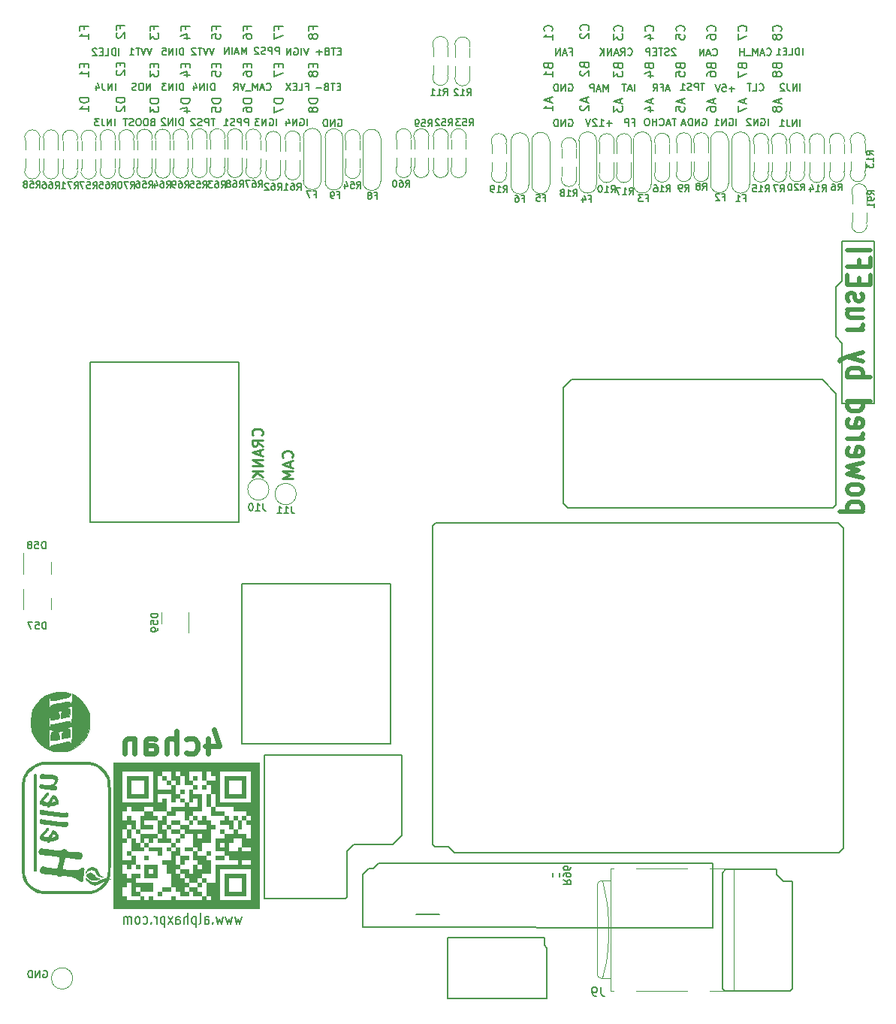
<source format=gbo>
G04 #@! TF.GenerationSoftware,KiCad,Pcbnew,(6.0.1)*
G04 #@! TF.CreationDate,2022-09-05T21:28:12+03:00*
G04 #@! TF.ProjectId,alphax_4ch,616c7068-6178-45f3-9463-682e6b696361,a*
G04 #@! TF.SameCoordinates,PX141f5e0PYa2cace0*
G04 #@! TF.FileFunction,Legend,Bot*
G04 #@! TF.FilePolarity,Positive*
%FSLAX46Y46*%
G04 Gerber Fmt 4.6, Leading zero omitted, Abs format (unit mm)*
G04 Created by KiCad (PCBNEW (6.0.1)) date 2022-09-05 21:28:12*
%MOMM*%
%LPD*%
G01*
G04 APERTURE LIST*
%ADD10C,0.250000*%
%ADD11C,0.170000*%
%ADD12C,0.200000*%
%ADD13C,0.600000*%
%ADD14C,0.500000*%
%ADD15C,0.130000*%
%ADD16C,0.127000*%
%ADD17C,0.150000*%
%ADD18C,0.120000*%
%ADD19C,0.099060*%
%ADD20C,0.002540*%
%ADD21C,0.203200*%
G04 APERTURE END LIST*
D10*
X30608571Y61298572D02*
X30665714Y61355715D01*
X30722857Y61527143D01*
X30722857Y61641429D01*
X30665714Y61812858D01*
X30551428Y61927143D01*
X30437142Y61984286D01*
X30208571Y62041429D01*
X30037142Y62041429D01*
X29808571Y61984286D01*
X29694285Y61927143D01*
X29580000Y61812858D01*
X29522857Y61641429D01*
X29522857Y61527143D01*
X29580000Y61355715D01*
X29637142Y61298572D01*
X30380000Y60841429D02*
X30380000Y60270000D01*
X30722857Y60955715D02*
X29522857Y60555715D01*
X30722857Y60155715D01*
X30722857Y59755715D02*
X29522857Y59755715D01*
X30380000Y59355715D01*
X29522857Y58955715D01*
X30722857Y58955715D01*
X27198571Y63801429D02*
X27255714Y63858572D01*
X27312857Y64030000D01*
X27312857Y64144286D01*
X27255714Y64315715D01*
X27141428Y64430000D01*
X27027142Y64487143D01*
X26798571Y64544286D01*
X26627142Y64544286D01*
X26398571Y64487143D01*
X26284285Y64430000D01*
X26170000Y64315715D01*
X26112857Y64144286D01*
X26112857Y64030000D01*
X26170000Y63858572D01*
X26227142Y63801429D01*
X27312857Y62601429D02*
X26741428Y63001429D01*
X27312857Y63287143D02*
X26112857Y63287143D01*
X26112857Y62830000D01*
X26170000Y62715715D01*
X26227142Y62658572D01*
X26341428Y62601429D01*
X26512857Y62601429D01*
X26627142Y62658572D01*
X26684285Y62715715D01*
X26741428Y62830000D01*
X26741428Y63287143D01*
X26970000Y62144286D02*
X26970000Y61572858D01*
X27312857Y62258572D02*
X26112857Y61858572D01*
X27312857Y61458572D01*
X27312857Y61058572D02*
X26112857Y61058572D01*
X27312857Y60372858D01*
X26112857Y60372858D01*
X27312857Y59801429D02*
X26112857Y59801429D01*
X27312857Y59115715D02*
X26627142Y59630000D01*
X26112857Y59115715D02*
X26798571Y59801429D01*
D11*
X84310989Y98707877D02*
X84310989Y99507877D01*
X83510989Y99469781D02*
X83587179Y99507877D01*
X83701465Y99507877D01*
X83815750Y99469781D01*
X83891941Y99393591D01*
X83930036Y99317401D01*
X83968131Y99165020D01*
X83968131Y99050734D01*
X83930036Y98898353D01*
X83891941Y98822162D01*
X83815750Y98745972D01*
X83701465Y98707877D01*
X83625274Y98707877D01*
X83510989Y98745972D01*
X83472893Y98784067D01*
X83472893Y99050734D01*
X83625274Y99050734D01*
X83130036Y98707877D02*
X83130036Y99507877D01*
X82672893Y98707877D01*
X82672893Y99507877D01*
X82330036Y99431686D02*
X82291941Y99469781D01*
X82215750Y99507877D01*
X82025274Y99507877D01*
X81949084Y99469781D01*
X81910989Y99431686D01*
X81872893Y99355496D01*
X81872893Y99279305D01*
X81910989Y99165020D01*
X82368131Y98707877D01*
X81872893Y98707877D01*
X68480494Y106715286D02*
X68518589Y106677191D01*
X68632875Y106639096D01*
X68709066Y106639096D01*
X68823351Y106677191D01*
X68899542Y106753381D01*
X68937637Y106829572D01*
X68975732Y106981953D01*
X68975732Y107096239D01*
X68937637Y107248620D01*
X68899542Y107324810D01*
X68823351Y107401000D01*
X68709066Y107439096D01*
X68632875Y107439096D01*
X68518589Y107401000D01*
X68480494Y107362905D01*
X67680494Y106639096D02*
X67947161Y107020048D01*
X68137637Y106639096D02*
X68137637Y107439096D01*
X67832875Y107439096D01*
X67756685Y107401000D01*
X67718589Y107362905D01*
X67680494Y107286715D01*
X67680494Y107172429D01*
X67718589Y107096239D01*
X67756685Y107058143D01*
X67832875Y107020048D01*
X68137637Y107020048D01*
X67375732Y106867667D02*
X66994780Y106867667D01*
X67451923Y106639096D02*
X67185256Y107439096D01*
X66918589Y106639096D01*
X66651923Y106639096D02*
X66651923Y107439096D01*
X66194780Y106639096D01*
X66194780Y107439096D01*
X65813828Y106639096D02*
X65813828Y107439096D01*
X65356685Y106639096D02*
X65699542Y107096239D01*
X65356685Y107439096D02*
X65813828Y106981953D01*
X25469047Y106738096D02*
X25469047Y107538096D01*
X25202380Y106966667D01*
X24935714Y107538096D01*
X24935714Y106738096D01*
X24592857Y106966667D02*
X24211904Y106966667D01*
X24669047Y106738096D02*
X24402380Y107538096D01*
X24135714Y106738096D01*
X23869047Y106738096D02*
X23869047Y107538096D01*
X23488095Y106738096D02*
X23488095Y107538096D01*
X23030952Y106738096D01*
X23030952Y107538096D01*
X36121428Y107107143D02*
X35854761Y107107143D01*
X35740476Y106688096D02*
X36121428Y106688096D01*
X36121428Y107488096D01*
X35740476Y107488096D01*
X35511904Y107488096D02*
X35054761Y107488096D01*
X35283333Y106688096D02*
X35283333Y107488096D01*
X34521428Y107107143D02*
X34407142Y107069048D01*
X34369047Y107030953D01*
X34330952Y106954762D01*
X34330952Y106840477D01*
X34369047Y106764286D01*
X34407142Y106726191D01*
X34483333Y106688096D01*
X34788095Y106688096D01*
X34788095Y107488096D01*
X34521428Y107488096D01*
X34445238Y107450000D01*
X34407142Y107411905D01*
X34369047Y107335715D01*
X34369047Y107259524D01*
X34407142Y107183334D01*
X34445238Y107145239D01*
X34521428Y107107143D01*
X34788095Y107107143D01*
X33988095Y106992858D02*
X33378571Y106992858D01*
X33683333Y106688096D02*
X33683333Y107297620D01*
X88206227Y106673986D02*
X88206227Y107473986D01*
X87825275Y106673986D02*
X87825275Y107473986D01*
X87634799Y107473986D01*
X87520513Y107435890D01*
X87444322Y107359700D01*
X87406227Y107283510D01*
X87368132Y107131129D01*
X87368132Y107016843D01*
X87406227Y106864462D01*
X87444322Y106788271D01*
X87520513Y106712081D01*
X87634799Y106673986D01*
X87825275Y106673986D01*
X86644322Y106673986D02*
X87025275Y106673986D01*
X87025275Y107473986D01*
X86377656Y107093033D02*
X86110989Y107093033D01*
X85996703Y106673986D02*
X86377656Y106673986D01*
X86377656Y107473986D01*
X85996703Y107473986D01*
X85234799Y106673986D02*
X85691941Y106673986D01*
X85463370Y106673986D02*
X85463370Y107473986D01*
X85539561Y107359700D01*
X85615751Y107283510D01*
X85691941Y107245414D01*
D12*
X24940476Y9557143D02*
X24750000Y8757143D01*
X24559523Y9328572D01*
X24369047Y8757143D01*
X24178571Y9557143D01*
X23892857Y9557143D02*
X23702380Y8757143D01*
X23511904Y9328572D01*
X23321428Y8757143D01*
X23130952Y9557143D01*
X22845238Y9557143D02*
X22654761Y8757143D01*
X22464285Y9328572D01*
X22273809Y8757143D01*
X22083333Y9557143D01*
X21702380Y8871429D02*
X21654761Y8814286D01*
X21702380Y8757143D01*
X21750000Y8814286D01*
X21702380Y8871429D01*
X21702380Y8757143D01*
X20797619Y8757143D02*
X20797619Y9385715D01*
X20845238Y9500000D01*
X20940476Y9557143D01*
X21130952Y9557143D01*
X21226190Y9500000D01*
X20797619Y8814286D02*
X20892857Y8757143D01*
X21130952Y8757143D01*
X21226190Y8814286D01*
X21273809Y8928572D01*
X21273809Y9042858D01*
X21226190Y9157143D01*
X21130952Y9214286D01*
X20892857Y9214286D01*
X20797619Y9271429D01*
X20178571Y8757143D02*
X20273809Y8814286D01*
X20321428Y8928572D01*
X20321428Y9957143D01*
X19797619Y9557143D02*
X19797619Y8357143D01*
X19797619Y9500000D02*
X19702380Y9557143D01*
X19511904Y9557143D01*
X19416666Y9500000D01*
X19369047Y9442858D01*
X19321428Y9328572D01*
X19321428Y8985715D01*
X19369047Y8871429D01*
X19416666Y8814286D01*
X19511904Y8757143D01*
X19702380Y8757143D01*
X19797619Y8814286D01*
X18892857Y8757143D02*
X18892857Y9957143D01*
X18464285Y8757143D02*
X18464285Y9385715D01*
X18511904Y9500000D01*
X18607142Y9557143D01*
X18750000Y9557143D01*
X18845238Y9500000D01*
X18892857Y9442858D01*
X17559523Y8757143D02*
X17559523Y9385715D01*
X17607142Y9500000D01*
X17702380Y9557143D01*
X17892857Y9557143D01*
X17988095Y9500000D01*
X17559523Y8814286D02*
X17654761Y8757143D01*
X17892857Y8757143D01*
X17988095Y8814286D01*
X18035714Y8928572D01*
X18035714Y9042858D01*
X17988095Y9157143D01*
X17892857Y9214286D01*
X17654761Y9214286D01*
X17559523Y9271429D01*
X17178571Y8757143D02*
X16654761Y9557143D01*
X17178571Y9557143D02*
X16654761Y8757143D01*
X16273809Y9557143D02*
X16273809Y8357143D01*
X16273809Y9500000D02*
X16178571Y9557143D01*
X15988095Y9557143D01*
X15892857Y9500000D01*
X15845238Y9442858D01*
X15797619Y9328572D01*
X15797619Y8985715D01*
X15845238Y8871429D01*
X15892857Y8814286D01*
X15988095Y8757143D01*
X16178571Y8757143D01*
X16273809Y8814286D01*
X15369047Y8757143D02*
X15369047Y9557143D01*
X15369047Y9328572D02*
X15321428Y9442858D01*
X15273809Y9500000D01*
X15178571Y9557143D01*
X15083333Y9557143D01*
X14750000Y8871429D02*
X14702380Y8814286D01*
X14750000Y8757143D01*
X14797619Y8814286D01*
X14750000Y8871429D01*
X14750000Y8757143D01*
X13845238Y8814286D02*
X13940476Y8757143D01*
X14130952Y8757143D01*
X14226190Y8814286D01*
X14273809Y8871429D01*
X14321428Y8985715D01*
X14321428Y9328572D01*
X14273809Y9442858D01*
X14226190Y9500000D01*
X14130952Y9557143D01*
X13940476Y9557143D01*
X13845238Y9500000D01*
X13273809Y8757143D02*
X13369047Y8814286D01*
X13416666Y8871429D01*
X13464285Y8985715D01*
X13464285Y9328572D01*
X13416666Y9442858D01*
X13369047Y9500000D01*
X13273809Y9557143D01*
X13130952Y9557143D01*
X13035714Y9500000D01*
X12988095Y9442858D01*
X12940476Y9328572D01*
X12940476Y8985715D01*
X12988095Y8871429D01*
X13035714Y8814286D01*
X13130952Y8757143D01*
X13273809Y8757143D01*
X12511904Y8757143D02*
X12511904Y9557143D01*
X12511904Y9442858D02*
X12464285Y9500000D01*
X12369047Y9557143D01*
X12226190Y9557143D01*
X12130952Y9500000D01*
X12083333Y9385715D01*
X12083333Y8757143D01*
X12083333Y9385715D02*
X12035714Y9500000D01*
X11940476Y9557143D01*
X11797619Y9557143D01*
X11702380Y9500000D01*
X11654761Y9385715D01*
X11654761Y8757143D01*
D11*
X14845238Y107488096D02*
X14578571Y106688096D01*
X14311904Y107488096D01*
X14159523Y107488096D02*
X13892857Y106688096D01*
X13626190Y107488096D01*
X13473809Y107488096D02*
X13016666Y107488096D01*
X13245238Y106688096D02*
X13245238Y107488096D01*
X12330952Y106688096D02*
X12788095Y106688096D01*
X12559523Y106688096D02*
X12559523Y107488096D01*
X12635714Y107373810D01*
X12711904Y107297620D01*
X12788095Y107259524D01*
X18350000Y98738096D02*
X18350000Y99538096D01*
X18159523Y99538096D01*
X18045238Y99500000D01*
X17969047Y99423810D01*
X17930952Y99347620D01*
X17892857Y99195239D01*
X17892857Y99080953D01*
X17930952Y98928572D01*
X17969047Y98852381D01*
X18045238Y98776191D01*
X18159523Y98738096D01*
X18350000Y98738096D01*
X17550000Y98738096D02*
X17550000Y99538096D01*
X17169047Y98738096D02*
X17169047Y99538096D01*
X16711904Y98738096D01*
X16711904Y99538096D01*
X16369047Y99461905D02*
X16330952Y99500000D01*
X16254761Y99538096D01*
X16064285Y99538096D01*
X15988095Y99500000D01*
X15950000Y99461905D01*
X15911904Y99385715D01*
X15911904Y99309524D01*
X15950000Y99195239D01*
X16407142Y98738096D01*
X15911904Y98738096D01*
X11116666Y106638096D02*
X11116666Y107438096D01*
X10735714Y106638096D02*
X10735714Y107438096D01*
X10545238Y107438096D01*
X10430952Y107400000D01*
X10354761Y107323810D01*
X10316666Y107247620D01*
X10278571Y107095239D01*
X10278571Y106980953D01*
X10316666Y106828572D01*
X10354761Y106752381D01*
X10430952Y106676191D01*
X10545238Y106638096D01*
X10735714Y106638096D01*
X9554761Y106638096D02*
X9935714Y106638096D01*
X9935714Y107438096D01*
X9288095Y107057143D02*
X9021428Y107057143D01*
X8907142Y106638096D02*
X9288095Y106638096D01*
X9288095Y107438096D01*
X8907142Y107438096D01*
X8602380Y107361905D02*
X8564285Y107400000D01*
X8488095Y107438096D01*
X8297619Y107438096D01*
X8221428Y107400000D01*
X8183333Y107361905D01*
X8145238Y107285715D01*
X8145238Y107209524D01*
X8183333Y107095239D01*
X8640476Y106638096D01*
X8145238Y106638096D01*
X32476190Y107488096D02*
X32209523Y106688096D01*
X31942857Y107488096D01*
X31676190Y106688096D02*
X31676190Y107488096D01*
X30876190Y107450000D02*
X30952380Y107488096D01*
X31066666Y107488096D01*
X31180952Y107450000D01*
X31257142Y107373810D01*
X31295238Y107297620D01*
X31333333Y107145239D01*
X31333333Y107030953D01*
X31295238Y106878572D01*
X31257142Y106802381D01*
X31180952Y106726191D01*
X31066666Y106688096D01*
X30990476Y106688096D01*
X30876190Y106726191D01*
X30838095Y106764286D01*
X30838095Y107030953D01*
X30990476Y107030953D01*
X30495238Y106688096D02*
X30495238Y107488096D01*
X30038095Y106688096D01*
X30038095Y107488096D01*
X36071428Y103107143D02*
X35804761Y103107143D01*
X35690476Y102688096D02*
X36071428Y102688096D01*
X36071428Y103488096D01*
X35690476Y103488096D01*
X35461904Y103488096D02*
X35004761Y103488096D01*
X35233333Y102688096D02*
X35233333Y103488096D01*
X34471428Y103107143D02*
X34357142Y103069048D01*
X34319047Y103030953D01*
X34280952Y102954762D01*
X34280952Y102840477D01*
X34319047Y102764286D01*
X34357142Y102726191D01*
X34433333Y102688096D01*
X34738095Y102688096D01*
X34738095Y103488096D01*
X34471428Y103488096D01*
X34395238Y103450000D01*
X34357142Y103411905D01*
X34319047Y103335715D01*
X34319047Y103259524D01*
X34357142Y103183334D01*
X34395238Y103145239D01*
X34471428Y103107143D01*
X34738095Y103107143D01*
X33938095Y102992858D02*
X33328571Y102992858D01*
D13*
X21176666Y29657143D02*
X21176666Y27923810D01*
X21795714Y30647620D02*
X22414761Y28790477D01*
X20805238Y28790477D01*
X18700476Y28047620D02*
X18948095Y27923810D01*
X19443333Y27923810D01*
X19690952Y28047620D01*
X19814761Y28171429D01*
X19938571Y28419048D01*
X19938571Y29161905D01*
X19814761Y29409524D01*
X19690952Y29533334D01*
X19443333Y29657143D01*
X18948095Y29657143D01*
X18700476Y29533334D01*
X17586190Y27923810D02*
X17586190Y30523810D01*
X16471904Y27923810D02*
X16471904Y29285715D01*
X16595714Y29533334D01*
X16843333Y29657143D01*
X17214761Y29657143D01*
X17462380Y29533334D01*
X17586190Y29409524D01*
X14119523Y27923810D02*
X14119523Y29285715D01*
X14243333Y29533334D01*
X14490952Y29657143D01*
X14986190Y29657143D01*
X15233809Y29533334D01*
X14119523Y28047620D02*
X14367142Y27923810D01*
X14986190Y27923810D01*
X15233809Y28047620D01*
X15357619Y28295239D01*
X15357619Y28542858D01*
X15233809Y28790477D01*
X14986190Y28914286D01*
X14367142Y28914286D01*
X14119523Y29038096D01*
X12881428Y29657143D02*
X12881428Y27923810D01*
X12881428Y29409524D02*
X12757619Y29533334D01*
X12510000Y29657143D01*
X12138571Y29657143D01*
X11890952Y29533334D01*
X11767142Y29285715D01*
X11767142Y27923810D01*
D11*
X32202380Y103107143D02*
X32469047Y103107143D01*
X32469047Y102688096D02*
X32469047Y103488096D01*
X32088095Y103488096D01*
X31402380Y102688096D02*
X31783333Y102688096D01*
X31783333Y103488096D01*
X31135714Y103107143D02*
X30869047Y103107143D01*
X30754761Y102688096D02*
X31135714Y102688096D01*
X31135714Y103488096D01*
X30754761Y103488096D01*
X30488095Y103488096D02*
X29954761Y102688096D01*
X29954761Y103488096D02*
X30488095Y102688096D01*
X27750000Y102764286D02*
X27788095Y102726191D01*
X27902380Y102688096D01*
X27978571Y102688096D01*
X28092857Y102726191D01*
X28169047Y102802381D01*
X28207142Y102878572D01*
X28245238Y103030953D01*
X28245238Y103145239D01*
X28207142Y103297620D01*
X28169047Y103373810D01*
X28092857Y103450000D01*
X27978571Y103488096D01*
X27902380Y103488096D01*
X27788095Y103450000D01*
X27750000Y103411905D01*
X27445238Y102916667D02*
X27064285Y102916667D01*
X27521428Y102688096D02*
X27254761Y103488096D01*
X26988095Y102688096D01*
X26721428Y102688096D02*
X26721428Y103488096D01*
X26454761Y102916667D01*
X26188095Y103488096D01*
X26188095Y102688096D01*
X25997619Y102611905D02*
X25388095Y102611905D01*
X25311904Y103488096D02*
X25045238Y102688096D01*
X24778571Y103488096D01*
X24054761Y102688096D02*
X24321428Y103069048D01*
X24511904Y102688096D02*
X24511904Y103488096D01*
X24207142Y103488096D01*
X24130952Y103450000D01*
X24092857Y103411905D01*
X24054761Y103335715D01*
X24054761Y103221429D01*
X24092857Y103145239D01*
X24130952Y103107143D01*
X24207142Y103069048D01*
X24511904Y103069048D01*
X14916666Y99107143D02*
X14802380Y99069048D01*
X14764285Y99030953D01*
X14726190Y98954762D01*
X14726190Y98840477D01*
X14764285Y98764286D01*
X14802380Y98726191D01*
X14878571Y98688096D01*
X15183333Y98688096D01*
X15183333Y99488096D01*
X14916666Y99488096D01*
X14840476Y99450000D01*
X14802380Y99411905D01*
X14764285Y99335715D01*
X14764285Y99259524D01*
X14802380Y99183334D01*
X14840476Y99145239D01*
X14916666Y99107143D01*
X15183333Y99107143D01*
X14230952Y99488096D02*
X14078571Y99488096D01*
X14002380Y99450000D01*
X13926190Y99373810D01*
X13888095Y99221429D01*
X13888095Y98954762D01*
X13926190Y98802381D01*
X14002380Y98726191D01*
X14078571Y98688096D01*
X14230952Y98688096D01*
X14307142Y98726191D01*
X14383333Y98802381D01*
X14421428Y98954762D01*
X14421428Y99221429D01*
X14383333Y99373810D01*
X14307142Y99450000D01*
X14230952Y99488096D01*
X13392857Y99488096D02*
X13240476Y99488096D01*
X13164285Y99450000D01*
X13088095Y99373810D01*
X13050000Y99221429D01*
X13050000Y98954762D01*
X13088095Y98802381D01*
X13164285Y98726191D01*
X13240476Y98688096D01*
X13392857Y98688096D01*
X13469047Y98726191D01*
X13545238Y98802381D01*
X13583333Y98954762D01*
X13583333Y99221429D01*
X13545238Y99373810D01*
X13469047Y99450000D01*
X13392857Y99488096D01*
X12745238Y98726191D02*
X12630952Y98688096D01*
X12440476Y98688096D01*
X12364285Y98726191D01*
X12326190Y98764286D01*
X12288095Y98840477D01*
X12288095Y98916667D01*
X12326190Y98992858D01*
X12364285Y99030953D01*
X12440476Y99069048D01*
X12592857Y99107143D01*
X12669047Y99145239D01*
X12707142Y99183334D01*
X12745238Y99259524D01*
X12745238Y99335715D01*
X12707142Y99411905D01*
X12669047Y99450000D01*
X12592857Y99488096D01*
X12402380Y99488096D01*
X12288095Y99450000D01*
X12059523Y99488096D02*
X11602380Y99488096D01*
X11830952Y98688096D02*
X11830952Y99488096D01*
X35809523Y99400000D02*
X35885714Y99438096D01*
X36000000Y99438096D01*
X36114285Y99400000D01*
X36190476Y99323810D01*
X36228571Y99247620D01*
X36266666Y99095239D01*
X36266666Y98980953D01*
X36228571Y98828572D01*
X36190476Y98752381D01*
X36114285Y98676191D01*
X36000000Y98638096D01*
X35923809Y98638096D01*
X35809523Y98676191D01*
X35771428Y98714286D01*
X35771428Y98980953D01*
X35923809Y98980953D01*
X35428571Y98638096D02*
X35428571Y99438096D01*
X34971428Y98638096D01*
X34971428Y99438096D01*
X34590476Y98638096D02*
X34590476Y99438096D01*
X34400000Y99438096D01*
X34285714Y99400000D01*
X34209523Y99323810D01*
X34171428Y99247620D01*
X34133333Y99095239D01*
X34133333Y98980953D01*
X34171428Y98828572D01*
X34209523Y98752381D01*
X34285714Y98676191D01*
X34400000Y98638096D01*
X34590476Y98638096D01*
D14*
X94957142Y55248810D02*
X92357142Y55248810D01*
X94833333Y55248810D02*
X94957142Y55458334D01*
X94957142Y55877381D01*
X94833333Y56086905D01*
X94709523Y56191667D01*
X94461904Y56296429D01*
X93719047Y56296429D01*
X93471428Y56191667D01*
X93347619Y56086905D01*
X93223809Y55877381D01*
X93223809Y55458334D01*
X93347619Y55248810D01*
X93223809Y57553572D02*
X93347619Y57344048D01*
X93471428Y57239286D01*
X93719047Y57134524D01*
X94461904Y57134524D01*
X94709523Y57239286D01*
X94833333Y57344048D01*
X94957142Y57553572D01*
X94957142Y57867858D01*
X94833333Y58077381D01*
X94709523Y58182143D01*
X94461904Y58286905D01*
X93719047Y58286905D01*
X93471428Y58182143D01*
X93347619Y58077381D01*
X93223809Y57867858D01*
X93223809Y57553572D01*
X94957142Y59020239D02*
X93223809Y59439286D01*
X94461904Y59858334D01*
X93223809Y60277381D01*
X94957142Y60696429D01*
X93347619Y62372620D02*
X93223809Y62163096D01*
X93223809Y61744048D01*
X93347619Y61534524D01*
X93595238Y61429762D01*
X94585714Y61429762D01*
X94833333Y61534524D01*
X94957142Y61744048D01*
X94957142Y62163096D01*
X94833333Y62372620D01*
X94585714Y62477381D01*
X94338095Y62477381D01*
X94090476Y61429762D01*
X93223809Y63420239D02*
X94957142Y63420239D01*
X94461904Y63420239D02*
X94709523Y63525000D01*
X94833333Y63629762D01*
X94957142Y63839286D01*
X94957142Y64048810D01*
X93347619Y65620239D02*
X93223809Y65410715D01*
X93223809Y64991667D01*
X93347619Y64782143D01*
X93595238Y64677381D01*
X94585714Y64677381D01*
X94833333Y64782143D01*
X94957142Y64991667D01*
X94957142Y65410715D01*
X94833333Y65620239D01*
X94585714Y65725000D01*
X94338095Y65725000D01*
X94090476Y64677381D01*
X93223809Y67610715D02*
X95823809Y67610715D01*
X93347619Y67610715D02*
X93223809Y67401191D01*
X93223809Y66982143D01*
X93347619Y66772620D01*
X93471428Y66667858D01*
X93719047Y66563096D01*
X94461904Y66563096D01*
X94709523Y66667858D01*
X94833333Y66772620D01*
X94957142Y66982143D01*
X94957142Y67401191D01*
X94833333Y67610715D01*
X93223809Y70334524D02*
X95823809Y70334524D01*
X94833333Y70334524D02*
X94957142Y70544048D01*
X94957142Y70963096D01*
X94833333Y71172620D01*
X94709523Y71277381D01*
X94461904Y71382143D01*
X93719047Y71382143D01*
X93471428Y71277381D01*
X93347619Y71172620D01*
X93223809Y70963096D01*
X93223809Y70544048D01*
X93347619Y70334524D01*
X94957142Y72115477D02*
X93223809Y72639286D01*
X94957142Y73163096D02*
X93223809Y72639286D01*
X92604761Y72429762D01*
X92480952Y72325000D01*
X92357142Y72115477D01*
X93223809Y75677381D02*
X94957142Y75677381D01*
X94461904Y75677381D02*
X94709523Y75782143D01*
X94833333Y75886905D01*
X94957142Y76096429D01*
X94957142Y76305953D01*
X94957142Y77982143D02*
X93223809Y77982143D01*
X94957142Y77039286D02*
X93595238Y77039286D01*
X93347619Y77144048D01*
X93223809Y77353572D01*
X93223809Y77667858D01*
X93347619Y77877381D01*
X93471428Y77982143D01*
X93347619Y78925000D02*
X93223809Y79134524D01*
X93223809Y79553572D01*
X93347619Y79763096D01*
X93595238Y79867858D01*
X93719047Y79867858D01*
X93966666Y79763096D01*
X94090476Y79553572D01*
X94090476Y79239286D01*
X94214285Y79029762D01*
X94461904Y78925000D01*
X94585714Y78925000D01*
X94833333Y79029762D01*
X94957142Y79239286D01*
X94957142Y79553572D01*
X94833333Y79763096D01*
X94585714Y80810715D02*
X94585714Y81544048D01*
X93223809Y81858334D02*
X93223809Y80810715D01*
X95823809Y80810715D01*
X95823809Y81858334D01*
X94585714Y83534524D02*
X94585714Y82801191D01*
X93223809Y82801191D02*
X95823809Y82801191D01*
X95823809Y83848810D01*
X93223809Y84686905D02*
X95823809Y84686905D01*
D11*
X10704761Y102688096D02*
X10704761Y103488096D01*
X10323809Y102688096D02*
X10323809Y103488096D01*
X9866666Y102688096D01*
X9866666Y103488096D01*
X9257142Y103488096D02*
X9257142Y102916667D01*
X9295238Y102802381D01*
X9371428Y102726191D01*
X9485714Y102688096D01*
X9561904Y102688096D01*
X8533333Y103221429D02*
X8533333Y102688096D01*
X8723809Y103526191D02*
X8914285Y102954762D01*
X8419047Y102954762D01*
X77139652Y103488096D02*
X76682509Y103488096D01*
X76911080Y102688096D02*
X76911080Y103488096D01*
X76415842Y102688096D02*
X76415842Y103488096D01*
X76111080Y103488096D01*
X76034890Y103450000D01*
X75996795Y103411905D01*
X75958699Y103335715D01*
X75958699Y103221429D01*
X75996795Y103145239D01*
X76034890Y103107143D01*
X76111080Y103069048D01*
X76415842Y103069048D01*
X75653937Y102726191D02*
X75539652Y102688096D01*
X75349176Y102688096D01*
X75272985Y102726191D01*
X75234890Y102764286D01*
X75196795Y102840477D01*
X75196795Y102916667D01*
X75234890Y102992858D01*
X75272985Y103030953D01*
X75349176Y103069048D01*
X75501556Y103107143D01*
X75577747Y103145239D01*
X75615842Y103183334D01*
X75653937Y103259524D01*
X75653937Y103335715D01*
X75615842Y103411905D01*
X75577747Y103450000D01*
X75501556Y103488096D01*
X75311080Y103488096D01*
X75196795Y103450000D01*
X74434890Y102688096D02*
X74892033Y102688096D01*
X74663461Y102688096D02*
X74663461Y103488096D01*
X74739652Y103373810D01*
X74815842Y103297620D01*
X74892033Y103259524D01*
X87879212Y98638096D02*
X87879212Y99438096D01*
X87498260Y98638096D02*
X87498260Y99438096D01*
X87041117Y98638096D01*
X87041117Y99438096D01*
X86431593Y99438096D02*
X86431593Y98866667D01*
X86469689Y98752381D01*
X86545879Y98676191D01*
X86660165Y98638096D01*
X86736355Y98638096D01*
X85631593Y98638096D02*
X86088736Y98638096D01*
X85860165Y98638096D02*
X85860165Y99438096D01*
X85936355Y99323810D01*
X86012546Y99247620D01*
X86088736Y99209524D01*
X10654761Y98688096D02*
X10654761Y99488096D01*
X10273809Y98688096D02*
X10273809Y99488096D01*
X9816666Y98688096D01*
X9816666Y99488096D01*
X9207142Y99488096D02*
X9207142Y98916667D01*
X9245238Y98802381D01*
X9321428Y98726191D01*
X9435714Y98688096D01*
X9511904Y98688096D01*
X8902380Y99488096D02*
X8407142Y99488096D01*
X8673809Y99183334D01*
X8559523Y99183334D01*
X8483333Y99145239D01*
X8445238Y99107143D01*
X8407142Y99030953D01*
X8407142Y98840477D01*
X8445238Y98764286D01*
X8483333Y98726191D01*
X8559523Y98688096D01*
X8788095Y98688096D01*
X8864285Y98726191D01*
X8902380Y98764286D01*
X78077747Y106645506D02*
X78115842Y106607411D01*
X78230128Y106569316D01*
X78306319Y106569316D01*
X78420604Y106607411D01*
X78496795Y106683601D01*
X78534890Y106759792D01*
X78572985Y106912173D01*
X78572985Y107026459D01*
X78534890Y107178840D01*
X78496795Y107255030D01*
X78420604Y107331220D01*
X78306319Y107369316D01*
X78230128Y107369316D01*
X78115842Y107331220D01*
X78077747Y107293125D01*
X77772985Y106797887D02*
X77392033Y106797887D01*
X77849176Y106569316D02*
X77582509Y107369316D01*
X77315842Y106569316D01*
X77049176Y106569316D02*
X77049176Y107369316D01*
X76592033Y106569316D01*
X76592033Y107369316D01*
X68987088Y99092033D02*
X69253754Y99092033D01*
X69253754Y98672986D02*
X69253754Y99472986D01*
X68872802Y99472986D01*
X68568040Y98672986D02*
X68568040Y99472986D01*
X68263278Y99472986D01*
X68187088Y99434890D01*
X68148993Y99396795D01*
X68110897Y99320605D01*
X68110897Y99206319D01*
X68148993Y99130129D01*
X68187088Y99092033D01*
X68263278Y99053938D01*
X68568040Y99053938D01*
X32350000Y98688096D02*
X32350000Y99488096D01*
X31550000Y99450000D02*
X31626190Y99488096D01*
X31740476Y99488096D01*
X31854761Y99450000D01*
X31930952Y99373810D01*
X31969047Y99297620D01*
X32007142Y99145239D01*
X32007142Y99030953D01*
X31969047Y98878572D01*
X31930952Y98802381D01*
X31854761Y98726191D01*
X31740476Y98688096D01*
X31664285Y98688096D01*
X31550000Y98726191D01*
X31511904Y98764286D01*
X31511904Y99030953D01*
X31664285Y99030953D01*
X31169047Y98688096D02*
X31169047Y99488096D01*
X30711904Y98688096D01*
X30711904Y99488096D01*
X29988095Y99221429D02*
X29988095Y98688096D01*
X30178571Y99526191D02*
X30369047Y98954762D01*
X29873809Y98954762D01*
X80717308Y98707877D02*
X80717308Y99507877D01*
X79917308Y99469781D02*
X79993498Y99507877D01*
X80107784Y99507877D01*
X80222069Y99469781D01*
X80298260Y99393591D01*
X80336355Y99317401D01*
X80374450Y99165020D01*
X80374450Y99050734D01*
X80336355Y98898353D01*
X80298260Y98822162D01*
X80222069Y98745972D01*
X80107784Y98707877D01*
X80031593Y98707877D01*
X79917308Y98745972D01*
X79879212Y98784067D01*
X79879212Y99050734D01*
X80031593Y99050734D01*
X79536355Y98707877D02*
X79536355Y99507877D01*
X79079212Y98707877D01*
X79079212Y99507877D01*
X78279212Y98707877D02*
X78736355Y98707877D01*
X78507784Y98707877D02*
X78507784Y99507877D01*
X78583974Y99393591D01*
X78660165Y99317401D01*
X78736355Y99279305D01*
X83282601Y102702923D02*
X83320696Y102664828D01*
X83434982Y102626733D01*
X83511172Y102626733D01*
X83625458Y102664828D01*
X83701649Y102741018D01*
X83739744Y102817209D01*
X83777839Y102969590D01*
X83777839Y103083876D01*
X83739744Y103236257D01*
X83701649Y103312447D01*
X83625458Y103388637D01*
X83511172Y103426733D01*
X83434982Y103426733D01*
X83320696Y103388637D01*
X83282601Y103350542D01*
X82558791Y102626733D02*
X82939744Y102626733D01*
X82939744Y103426733D01*
X82406410Y103426733D02*
X81949268Y103426733D01*
X82177839Y102626733D02*
X82177839Y103426733D01*
X61809523Y99400000D02*
X61885714Y99438096D01*
X62000000Y99438096D01*
X62114285Y99400000D01*
X62190476Y99323810D01*
X62228571Y99247620D01*
X62266666Y99095239D01*
X62266666Y98980953D01*
X62228571Y98828572D01*
X62190476Y98752381D01*
X62114285Y98676191D01*
X62000000Y98638096D01*
X61923809Y98638096D01*
X61809523Y98676191D01*
X61771428Y98714286D01*
X61771428Y98980953D01*
X61923809Y98980953D01*
X61428571Y98638096D02*
X61428571Y99438096D01*
X60971428Y98638096D01*
X60971428Y99438096D01*
X60590476Y98638096D02*
X60590476Y99438096D01*
X60400000Y99438096D01*
X60285714Y99400000D01*
X60209523Y99323810D01*
X60171428Y99247620D01*
X60133333Y99095239D01*
X60133333Y98980953D01*
X60171428Y98828572D01*
X60209523Y98752381D01*
X60285714Y98676191D01*
X60400000Y98638096D01*
X60590476Y98638096D01*
X21940476Y99488096D02*
X21483333Y99488096D01*
X21711904Y98688096D02*
X21711904Y99488096D01*
X21216666Y98688096D02*
X21216666Y99488096D01*
X20911904Y99488096D01*
X20835714Y99450000D01*
X20797619Y99411905D01*
X20759523Y99335715D01*
X20759523Y99221429D01*
X20797619Y99145239D01*
X20835714Y99107143D01*
X20911904Y99069048D01*
X21216666Y99069048D01*
X20454761Y98726191D02*
X20340476Y98688096D01*
X20150000Y98688096D01*
X20073809Y98726191D01*
X20035714Y98764286D01*
X19997619Y98840477D01*
X19997619Y98916667D01*
X20035714Y98992858D01*
X20073809Y99030953D01*
X20150000Y99069048D01*
X20302380Y99107143D01*
X20378571Y99145239D01*
X20416666Y99183334D01*
X20454761Y99259524D01*
X20454761Y99335715D01*
X20416666Y99411905D01*
X20378571Y99450000D01*
X20302380Y99488096D01*
X20111904Y99488096D01*
X19997619Y99450000D01*
X19692857Y99411905D02*
X19654761Y99450000D01*
X19578571Y99488096D01*
X19388095Y99488096D01*
X19311904Y99450000D01*
X19273809Y99411905D01*
X19235714Y99335715D01*
X19235714Y99259524D01*
X19273809Y99145239D01*
X19730952Y98688096D01*
X19235714Y98688096D01*
X61809523Y103377473D02*
X61885714Y103415569D01*
X62000000Y103415569D01*
X62114285Y103377473D01*
X62190476Y103301283D01*
X62228571Y103225093D01*
X62266666Y103072712D01*
X62266666Y102958426D01*
X62228571Y102806045D01*
X62190476Y102729854D01*
X62114285Y102653664D01*
X62000000Y102615569D01*
X61923809Y102615569D01*
X61809523Y102653664D01*
X61771428Y102691759D01*
X61771428Y102958426D01*
X61923809Y102958426D01*
X61428571Y102615569D02*
X61428571Y103415569D01*
X60971428Y102615569D01*
X60971428Y103415569D01*
X60590476Y102615569D02*
X60590476Y103415569D01*
X60400000Y103415569D01*
X60285714Y103377473D01*
X60209523Y103301283D01*
X60171428Y103225093D01*
X60133333Y103072712D01*
X60133333Y102958426D01*
X60171428Y102806045D01*
X60209523Y102729854D01*
X60285714Y102653664D01*
X60400000Y102615569D01*
X60590476Y102615569D01*
X25721428Y98688096D02*
X25721428Y99488096D01*
X25416666Y99488096D01*
X25340476Y99450000D01*
X25302380Y99411905D01*
X25264285Y99335715D01*
X25264285Y99221429D01*
X25302380Y99145239D01*
X25340476Y99107143D01*
X25416666Y99069048D01*
X25721428Y99069048D01*
X24921428Y98688096D02*
X24921428Y99488096D01*
X24616666Y99488096D01*
X24540476Y99450000D01*
X24502380Y99411905D01*
X24464285Y99335715D01*
X24464285Y99221429D01*
X24502380Y99145239D01*
X24540476Y99107143D01*
X24616666Y99069048D01*
X24921428Y99069048D01*
X24159523Y98726191D02*
X24045238Y98688096D01*
X23854761Y98688096D01*
X23778571Y98726191D01*
X23740476Y98764286D01*
X23702380Y98840477D01*
X23702380Y98916667D01*
X23740476Y98992858D01*
X23778571Y99030953D01*
X23854761Y99069048D01*
X24007142Y99107143D01*
X24083333Y99145239D01*
X24121428Y99183334D01*
X24159523Y99259524D01*
X24159523Y99335715D01*
X24121428Y99411905D01*
X24083333Y99450000D01*
X24007142Y99488096D01*
X23816666Y99488096D01*
X23702380Y99450000D01*
X22940476Y98688096D02*
X23397619Y98688096D01*
X23169047Y98688096D02*
X23169047Y99488096D01*
X23245238Y99373810D01*
X23321428Y99297620D01*
X23397619Y99259524D01*
X87914102Y102626733D02*
X87914102Y103426733D01*
X87533150Y102626733D02*
X87533150Y103426733D01*
X87076007Y102626733D01*
X87076007Y103426733D01*
X86466483Y103426733D02*
X86466483Y102855304D01*
X86504579Y102741018D01*
X86580769Y102664828D01*
X86695055Y102626733D01*
X86771245Y102626733D01*
X86123626Y103350542D02*
X86085531Y103388637D01*
X86009341Y103426733D01*
X85818864Y103426733D01*
X85742674Y103388637D01*
X85704579Y103350542D01*
X85666483Y103274352D01*
X85666483Y103198161D01*
X85704579Y103083876D01*
X86161721Y102626733D01*
X85666483Y102626733D01*
X21900000Y102688096D02*
X21900000Y103488096D01*
X21709523Y103488096D01*
X21595238Y103450000D01*
X21519047Y103373810D01*
X21480952Y103297620D01*
X21442857Y103145239D01*
X21442857Y103030953D01*
X21480952Y102878572D01*
X21519047Y102802381D01*
X21595238Y102726191D01*
X21709523Y102688096D01*
X21900000Y102688096D01*
X21100000Y102688096D02*
X21100000Y103488096D01*
X20719047Y102688096D02*
X20719047Y103488096D01*
X20261904Y102688096D01*
X20261904Y103488096D01*
X19538095Y103221429D02*
X19538095Y102688096D01*
X19728571Y103526191D02*
X19919047Y102954762D01*
X19423809Y102954762D01*
X73193498Y102820414D02*
X72812545Y102820414D01*
X73269688Y102591843D02*
X73003022Y103391843D01*
X72736355Y102591843D01*
X72203022Y103010890D02*
X72469688Y103010890D01*
X72469688Y102591843D02*
X72469688Y103391843D01*
X72088736Y103391843D01*
X71326831Y102591843D02*
X71593498Y102972795D01*
X71783974Y102591843D02*
X71783974Y103391843D01*
X71479212Y103391843D01*
X71403022Y103353747D01*
X71364926Y103315652D01*
X71326831Y103239462D01*
X71326831Y103125176D01*
X71364926Y103048986D01*
X71403022Y103010890D01*
X71479212Y102972795D01*
X71783974Y102972795D01*
X73866575Y107362905D02*
X73828480Y107401000D01*
X73752289Y107439096D01*
X73561813Y107439096D01*
X73485623Y107401000D01*
X73447527Y107362905D01*
X73409432Y107286715D01*
X73409432Y107210524D01*
X73447527Y107096239D01*
X73904670Y106639096D01*
X73409432Y106639096D01*
X73104670Y106677191D02*
X72990385Y106639096D01*
X72799908Y106639096D01*
X72723718Y106677191D01*
X72685623Y106715286D01*
X72647527Y106791477D01*
X72647527Y106867667D01*
X72685623Y106943858D01*
X72723718Y106981953D01*
X72799908Y107020048D01*
X72952289Y107058143D01*
X73028480Y107096239D01*
X73066575Y107134334D01*
X73104670Y107210524D01*
X73104670Y107286715D01*
X73066575Y107362905D01*
X73028480Y107401000D01*
X72952289Y107439096D01*
X72761813Y107439096D01*
X72647527Y107401000D01*
X72418956Y107439096D02*
X71961813Y107439096D01*
X72190385Y106639096D02*
X72190385Y107439096D01*
X71695146Y107058143D02*
X71428480Y107058143D01*
X71314194Y106639096D02*
X71695146Y106639096D01*
X71695146Y107439096D01*
X71314194Y107439096D01*
X70971337Y106639096D02*
X70971337Y107439096D01*
X70666575Y107439096D01*
X70590385Y107401000D01*
X70552289Y107362905D01*
X70514194Y107286715D01*
X70514194Y107172429D01*
X70552289Y107096239D01*
X70590385Y107058143D01*
X70666575Y107020048D01*
X70971337Y107020048D01*
X84142948Y106715286D02*
X84181043Y106677191D01*
X84295329Y106639096D01*
X84371519Y106639096D01*
X84485805Y106677191D01*
X84561996Y106753381D01*
X84600091Y106829572D01*
X84638186Y106981953D01*
X84638186Y107096239D01*
X84600091Y107248620D01*
X84561996Y107324810D01*
X84485805Y107401000D01*
X84371519Y107439096D01*
X84295329Y107439096D01*
X84181043Y107401000D01*
X84142948Y107362905D01*
X83838186Y106867667D02*
X83457234Y106867667D01*
X83914377Y106639096D02*
X83647710Y107439096D01*
X83381043Y106639096D01*
X83114377Y106639096D02*
X83114377Y107439096D01*
X82847710Y106867667D01*
X82581043Y107439096D01*
X82581043Y106639096D01*
X82390567Y106562905D02*
X81781043Y106562905D01*
X81590567Y106639096D02*
X81590567Y107439096D01*
X81590567Y107058143D02*
X81133424Y107058143D01*
X81133424Y106639096D02*
X81133424Y107439096D01*
X61952290Y107058143D02*
X62218956Y107058143D01*
X62218956Y106639096D02*
X62218956Y107439096D01*
X61838004Y107439096D01*
X61571337Y106867667D02*
X61190385Y106867667D01*
X61647528Y106639096D02*
X61380861Y107439096D01*
X61114194Y106639096D01*
X60847528Y106639096D02*
X60847528Y107439096D01*
X60390385Y106639096D01*
X60390385Y107439096D01*
X28900000Y98688096D02*
X28900000Y99488096D01*
X28100000Y99450000D02*
X28176190Y99488096D01*
X28290476Y99488096D01*
X28404761Y99450000D01*
X28480952Y99373810D01*
X28519047Y99297620D01*
X28557142Y99145239D01*
X28557142Y99030953D01*
X28519047Y98878572D01*
X28480952Y98802381D01*
X28404761Y98726191D01*
X28290476Y98688096D01*
X28214285Y98688096D01*
X28100000Y98726191D01*
X28061904Y98764286D01*
X28061904Y99030953D01*
X28214285Y99030953D01*
X27719047Y98688096D02*
X27719047Y99488096D01*
X27261904Y98688096D01*
X27261904Y99488096D01*
X26957142Y99488096D02*
X26461904Y99488096D01*
X26728571Y99183334D01*
X26614285Y99183334D01*
X26538095Y99145239D01*
X26500000Y99107143D01*
X26461904Y99030953D01*
X26461904Y98840477D01*
X26500000Y98764286D01*
X26538095Y98726191D01*
X26614285Y98688096D01*
X26842857Y98688096D01*
X26919047Y98726191D01*
X26957142Y98764286D01*
X29171428Y106738096D02*
X29171428Y107538096D01*
X28866666Y107538096D01*
X28790476Y107500000D01*
X28752380Y107461905D01*
X28714285Y107385715D01*
X28714285Y107271429D01*
X28752380Y107195239D01*
X28790476Y107157143D01*
X28866666Y107119048D01*
X29171428Y107119048D01*
X28371428Y106738096D02*
X28371428Y107538096D01*
X28066666Y107538096D01*
X27990476Y107500000D01*
X27952380Y107461905D01*
X27914285Y107385715D01*
X27914285Y107271429D01*
X27952380Y107195239D01*
X27990476Y107157143D01*
X28066666Y107119048D01*
X28371428Y107119048D01*
X27609523Y106776191D02*
X27495238Y106738096D01*
X27304761Y106738096D01*
X27228571Y106776191D01*
X27190476Y106814286D01*
X27152380Y106890477D01*
X27152380Y106966667D01*
X27190476Y107042858D01*
X27228571Y107080953D01*
X27304761Y107119048D01*
X27457142Y107157143D01*
X27533333Y107195239D01*
X27571428Y107233334D01*
X27609523Y107309524D01*
X27609523Y107385715D01*
X27571428Y107461905D01*
X27533333Y107500000D01*
X27457142Y107538096D01*
X27266666Y107538096D01*
X27152380Y107500000D01*
X26847619Y107461905D02*
X26809523Y107500000D01*
X26733333Y107538096D01*
X26542857Y107538096D01*
X26466666Y107500000D01*
X26428571Y107461905D01*
X26390476Y107385715D01*
X26390476Y107309524D01*
X26428571Y107195239D01*
X26885714Y106738096D01*
X26390476Y106738096D01*
X2574761Y3460000D02*
X2652857Y3499048D01*
X2770000Y3499048D01*
X2887142Y3460000D01*
X2965238Y3381905D01*
X3004285Y3303810D01*
X3043333Y3147620D01*
X3043333Y3030477D01*
X3004285Y2874286D01*
X2965238Y2796191D01*
X2887142Y2718096D01*
X2770000Y2679048D01*
X2691904Y2679048D01*
X2574761Y2718096D01*
X2535714Y2757143D01*
X2535714Y3030477D01*
X2691904Y3030477D01*
X2184285Y2679048D02*
X2184285Y3499048D01*
X1715714Y2679048D01*
X1715714Y3499048D01*
X1325238Y2679048D02*
X1325238Y3499048D01*
X1130000Y3499048D01*
X1012857Y3460000D01*
X934761Y3381905D01*
X895714Y3303810D01*
X856666Y3147620D01*
X856666Y3030477D01*
X895714Y2874286D01*
X934761Y2796191D01*
X1012857Y2718096D01*
X1130000Y2679048D01*
X1325238Y2679048D01*
X18400000Y102688096D02*
X18400000Y103488096D01*
X18209523Y103488096D01*
X18095238Y103450000D01*
X18019047Y103373810D01*
X17980952Y103297620D01*
X17942857Y103145239D01*
X17942857Y103030953D01*
X17980952Y102878572D01*
X18019047Y102802381D01*
X18095238Y102726191D01*
X18209523Y102688096D01*
X18400000Y102688096D01*
X17600000Y102688096D02*
X17600000Y103488096D01*
X17219047Y102688096D02*
X17219047Y103488096D01*
X16761904Y102688096D01*
X16761904Y103488096D01*
X16457142Y103488096D02*
X15961904Y103488096D01*
X16228571Y103183334D01*
X16114285Y103183334D01*
X16038095Y103145239D01*
X16000000Y103107143D01*
X15961904Y103030953D01*
X15961904Y102840477D01*
X16000000Y102764286D01*
X16038095Y102726191D01*
X16114285Y102688096D01*
X16342857Y102688096D01*
X16419047Y102726191D01*
X16457142Y102764286D01*
X76945787Y99469781D02*
X77021978Y99507877D01*
X77136264Y99507877D01*
X77250549Y99469781D01*
X77326740Y99393591D01*
X77364835Y99317401D01*
X77402930Y99165020D01*
X77402930Y99050734D01*
X77364835Y98898353D01*
X77326740Y98822162D01*
X77250549Y98745972D01*
X77136264Y98707877D01*
X77060073Y98707877D01*
X76945787Y98745972D01*
X76907692Y98784067D01*
X76907692Y99050734D01*
X77060073Y99050734D01*
X76564835Y98707877D02*
X76564835Y99507877D01*
X76107692Y98707877D01*
X76107692Y99507877D01*
X75726740Y98707877D02*
X75726740Y99507877D01*
X75536264Y99507877D01*
X75421978Y99469781D01*
X75345787Y99393591D01*
X75307692Y99317401D01*
X75269597Y99165020D01*
X75269597Y99050734D01*
X75307692Y98898353D01*
X75345787Y98822162D01*
X75421978Y98745972D01*
X75536264Y98707877D01*
X75726740Y98707877D01*
X74964835Y98936448D02*
X74583883Y98936448D01*
X75041026Y98707877D02*
X74774359Y99507877D01*
X74507692Y98707877D01*
X80510989Y102861715D02*
X79901465Y102861715D01*
X80206227Y102556953D02*
X80206227Y103166477D01*
X79139560Y103356953D02*
X79520513Y103356953D01*
X79558608Y102976000D01*
X79520513Y103014096D01*
X79444322Y103052191D01*
X79253846Y103052191D01*
X79177656Y103014096D01*
X79139560Y102976000D01*
X79101465Y102899810D01*
X79101465Y102709334D01*
X79139560Y102633143D01*
X79177656Y102595048D01*
X79253846Y102556953D01*
X79444322Y102556953D01*
X79520513Y102595048D01*
X79558608Y102633143D01*
X78872894Y103356953D02*
X78606227Y102556953D01*
X78339560Y103356953D01*
X14678571Y102688096D02*
X14678571Y103488096D01*
X14221428Y102688096D01*
X14221428Y103488096D01*
X13688095Y103488096D02*
X13535714Y103488096D01*
X13459523Y103450000D01*
X13383333Y103373810D01*
X13345238Y103221429D01*
X13345238Y102954762D01*
X13383333Y102802381D01*
X13459523Y102726191D01*
X13535714Y102688096D01*
X13688095Y102688096D01*
X13764285Y102726191D01*
X13840476Y102802381D01*
X13878571Y102954762D01*
X13878571Y103221429D01*
X13840476Y103373810D01*
X13764285Y103450000D01*
X13688095Y103488096D01*
X13040476Y102726191D02*
X12926190Y102688096D01*
X12735714Y102688096D01*
X12659523Y102726191D01*
X12621428Y102764286D01*
X12583333Y102840477D01*
X12583333Y102916667D01*
X12621428Y102992858D01*
X12659523Y103030953D01*
X12735714Y103069048D01*
X12888095Y103107143D01*
X12964285Y103145239D01*
X13002380Y103183334D01*
X13040476Y103259524D01*
X13040476Y103335715D01*
X13002380Y103411905D01*
X12964285Y103450000D01*
X12888095Y103488096D01*
X12697619Y103488096D01*
X12583333Y103450000D01*
X66256776Y102556953D02*
X66256776Y103356953D01*
X65990110Y102785524D01*
X65723443Y103356953D01*
X65723443Y102556953D01*
X65380586Y102785524D02*
X64999633Y102785524D01*
X65456776Y102556953D02*
X65190110Y103356953D01*
X64923443Y102556953D01*
X64656776Y102556953D02*
X64656776Y103356953D01*
X64352014Y103356953D01*
X64275824Y103318857D01*
X64237729Y103280762D01*
X64199633Y103204572D01*
X64199633Y103090286D01*
X64237729Y103014096D01*
X64275824Y102976000D01*
X64352014Y102937905D01*
X64656776Y102937905D01*
X21845238Y107488096D02*
X21578571Y106688096D01*
X21311904Y107488096D01*
X21159523Y107488096D02*
X20892857Y106688096D01*
X20626190Y107488096D01*
X20473809Y107488096D02*
X20016666Y107488096D01*
X20245238Y106688096D02*
X20245238Y107488096D01*
X19788095Y107411905D02*
X19750000Y107450000D01*
X19673809Y107488096D01*
X19483333Y107488096D01*
X19407142Y107450000D01*
X19369047Y107411905D01*
X19330952Y107335715D01*
X19330952Y107259524D01*
X19369047Y107145239D01*
X19826190Y106688096D01*
X19330952Y106688096D01*
X69244323Y102591843D02*
X69244323Y103391843D01*
X68901465Y102820414D02*
X68520513Y102820414D01*
X68977656Y102591843D02*
X68710989Y103391843D01*
X68444323Y102591843D01*
X68291942Y103391843D02*
X67834799Y103391843D01*
X68063370Y102591843D02*
X68063370Y103391843D01*
X18400000Y106688096D02*
X18400000Y107488096D01*
X18209523Y107488096D01*
X18095238Y107450000D01*
X18019047Y107373810D01*
X17980952Y107297620D01*
X17942857Y107145239D01*
X17942857Y107030953D01*
X17980952Y106878572D01*
X18019047Y106802381D01*
X18095238Y106726191D01*
X18209523Y106688096D01*
X18400000Y106688096D01*
X17600000Y106688096D02*
X17600000Y107488096D01*
X17219047Y106688096D02*
X17219047Y107488096D01*
X16761904Y106688096D01*
X16761904Y107488096D01*
X16000000Y107488096D02*
X16380952Y107488096D01*
X16419047Y107107143D01*
X16380952Y107145239D01*
X16304761Y107183334D01*
X16114285Y107183334D01*
X16038095Y107145239D01*
X16000000Y107107143D01*
X15961904Y107030953D01*
X15961904Y106840477D01*
X16000000Y106764286D01*
X16038095Y106726191D01*
X16114285Y106688096D01*
X16304761Y106688096D01*
X16380952Y106726191D01*
X16419047Y106764286D01*
X66691666Y98977748D02*
X66082143Y98977748D01*
X66386904Y98672986D02*
X66386904Y99282510D01*
X65282143Y98672986D02*
X65739285Y98672986D01*
X65510714Y98672986D02*
X65510714Y99472986D01*
X65586904Y99358700D01*
X65663095Y99282510D01*
X65739285Y99244414D01*
X64977381Y99396795D02*
X64939285Y99434890D01*
X64863095Y99472986D01*
X64672619Y99472986D01*
X64596428Y99434890D01*
X64558333Y99396795D01*
X64520238Y99320605D01*
X64520238Y99244414D01*
X64558333Y99130129D01*
X65015476Y98672986D01*
X64520238Y98672986D01*
X64291666Y99472986D02*
X64025000Y98672986D01*
X63758333Y99472986D01*
X73930128Y99507877D02*
X73472985Y99507877D01*
X73701557Y98707877D02*
X73701557Y99507877D01*
X73244414Y98936448D02*
X72863462Y98936448D01*
X73320605Y98707877D02*
X73053938Y99507877D01*
X72787271Y98707877D01*
X72063462Y98784067D02*
X72101557Y98745972D01*
X72215843Y98707877D01*
X72292033Y98707877D01*
X72406319Y98745972D01*
X72482509Y98822162D01*
X72520605Y98898353D01*
X72558700Y99050734D01*
X72558700Y99165020D01*
X72520605Y99317401D01*
X72482509Y99393591D01*
X72406319Y99469781D01*
X72292033Y99507877D01*
X72215843Y99507877D01*
X72101557Y99469781D01*
X72063462Y99431686D01*
X71720605Y98707877D02*
X71720605Y99507877D01*
X71720605Y99126924D02*
X71263462Y99126924D01*
X71263462Y98707877D02*
X71263462Y99507877D01*
X70730128Y99507877D02*
X70577747Y99507877D01*
X70501557Y99469781D01*
X70425366Y99393591D01*
X70387271Y99241210D01*
X70387271Y98974543D01*
X70425366Y98822162D01*
X70501557Y98745972D01*
X70577747Y98707877D01*
X70730128Y98707877D01*
X70806319Y98745972D01*
X70882509Y98822162D01*
X70920605Y98974543D01*
X70920605Y99241210D01*
X70882509Y99393591D01*
X70806319Y99469781D01*
X70730128Y99507877D01*
G04 #@! TO.C,J11*
X30563809Y55829048D02*
X30563809Y55243334D01*
X30602857Y55126191D01*
X30680952Y55048096D01*
X30798095Y55009048D01*
X30876190Y55009048D01*
X29743809Y55009048D02*
X30212380Y55009048D01*
X29978095Y55009048D02*
X29978095Y55829048D01*
X30056190Y55711905D01*
X30134285Y55633810D01*
X30212380Y55594762D01*
X28962857Y55009048D02*
X29431428Y55009048D01*
X29197142Y55009048D02*
X29197142Y55829048D01*
X29275238Y55711905D01*
X29353333Y55633810D01*
X29431428Y55594762D01*
G04 #@! TO.C,J10*
X27353809Y56149048D02*
X27353809Y55563334D01*
X27392857Y55446191D01*
X27470952Y55368096D01*
X27588095Y55329048D01*
X27666190Y55329048D01*
X26533809Y55329048D02*
X27002380Y55329048D01*
X26768095Y55329048D02*
X26768095Y56149048D01*
X26846190Y56031905D01*
X26924285Y55953810D01*
X27002380Y55914762D01*
X26026190Y56149048D02*
X25948095Y56149048D01*
X25870000Y56110000D01*
X25830952Y56070953D01*
X25791904Y55992858D01*
X25752857Y55836667D01*
X25752857Y55641429D01*
X25791904Y55485239D01*
X25830952Y55407143D01*
X25870000Y55368096D01*
X25948095Y55329048D01*
X26026190Y55329048D01*
X26104285Y55368096D01*
X26143333Y55407143D01*
X26182380Y55485239D01*
X26221428Y55641429D01*
X26221428Y55836667D01*
X26182380Y55992858D01*
X26143333Y56070953D01*
X26104285Y56110000D01*
X26026190Y56149048D01*
D15*
G04 #@! TO.C,R8*
X76906050Y91483428D02*
X77156050Y91840571D01*
X77334621Y91483428D02*
X77334621Y92233428D01*
X77048907Y92233428D01*
X76977478Y92197713D01*
X76941764Y92161999D01*
X76906050Y92090571D01*
X76906050Y91983428D01*
X76941764Y91911999D01*
X76977478Y91876285D01*
X77048907Y91840571D01*
X77334621Y91840571D01*
X76477478Y91911999D02*
X76548907Y91947713D01*
X76584621Y91983428D01*
X76620335Y92054856D01*
X76620335Y92090571D01*
X76584621Y92161999D01*
X76548907Y92197713D01*
X76477478Y92233428D01*
X76334621Y92233428D01*
X76263192Y92197713D01*
X76227478Y92161999D01*
X76191764Y92090571D01*
X76191764Y92054856D01*
X76227478Y91983428D01*
X76263192Y91947713D01*
X76334621Y91911999D01*
X76477478Y91911999D01*
X76548907Y91876285D01*
X76584621Y91840571D01*
X76620335Y91769142D01*
X76620335Y91626285D01*
X76584621Y91554856D01*
X76548907Y91519142D01*
X76477478Y91483428D01*
X76334621Y91483428D01*
X76263192Y91519142D01*
X76227478Y91554856D01*
X76191764Y91626285D01*
X76191764Y91769142D01*
X76227478Y91840571D01*
X76263192Y91876285D01*
X76334621Y91911999D01*
D16*
G04 #@! TO.C,R59*
X45939857Y98605286D02*
X46193857Y98968143D01*
X46375285Y98605286D02*
X46375285Y99367286D01*
X46085000Y99367286D01*
X46012428Y99331000D01*
X45976142Y99294715D01*
X45939857Y99222143D01*
X45939857Y99113286D01*
X45976142Y99040715D01*
X46012428Y99004429D01*
X46085000Y98968143D01*
X46375285Y98968143D01*
X45250428Y99367286D02*
X45613285Y99367286D01*
X45649571Y99004429D01*
X45613285Y99040715D01*
X45540714Y99077000D01*
X45359285Y99077000D01*
X45286714Y99040715D01*
X45250428Y99004429D01*
X45214142Y98931858D01*
X45214142Y98750429D01*
X45250428Y98677858D01*
X45286714Y98641572D01*
X45359285Y98605286D01*
X45540714Y98605286D01*
X45613285Y98641572D01*
X45649571Y98677858D01*
X44851285Y98605286D02*
X44706142Y98605286D01*
X44633571Y98641572D01*
X44597285Y98677858D01*
X44524714Y98786715D01*
X44488428Y98931858D01*
X44488428Y99222143D01*
X44524714Y99294715D01*
X44561000Y99331000D01*
X44633571Y99367286D01*
X44778714Y99367286D01*
X44851285Y99331000D01*
X44887571Y99294715D01*
X44923857Y99222143D01*
X44923857Y99040715D01*
X44887571Y98968143D01*
X44851285Y98931858D01*
X44778714Y98895572D01*
X44633571Y98895572D01*
X44561000Y98931858D01*
X44524714Y98968143D01*
X44488428Y99040715D01*
G04 #@! TO.C,R9*
X74927000Y91305286D02*
X75181000Y91668143D01*
X75362428Y91305286D02*
X75362428Y92067286D01*
X75072142Y92067286D01*
X74999571Y92031000D01*
X74963285Y91994715D01*
X74927000Y91922143D01*
X74927000Y91813286D01*
X74963285Y91740715D01*
X74999571Y91704429D01*
X75072142Y91668143D01*
X75362428Y91668143D01*
X74564142Y91305286D02*
X74419000Y91305286D01*
X74346428Y91341572D01*
X74310142Y91377858D01*
X74237571Y91486715D01*
X74201285Y91631858D01*
X74201285Y91922143D01*
X74237571Y91994715D01*
X74273857Y92031000D01*
X74346428Y92067286D01*
X74491571Y92067286D01*
X74564142Y92031000D01*
X74600428Y91994715D01*
X74636714Y91922143D01*
X74636714Y91740715D01*
X74600428Y91668143D01*
X74564142Y91631858D01*
X74491571Y91595572D01*
X74346428Y91595572D01*
X74273857Y91631858D01*
X74237571Y91668143D01*
X74201285Y91740715D01*
G04 #@! TO.C,R68*
X24689857Y91755286D02*
X24943857Y92118143D01*
X25125285Y91755286D02*
X25125285Y92517286D01*
X24835000Y92517286D01*
X24762428Y92481000D01*
X24726142Y92444715D01*
X24689857Y92372143D01*
X24689857Y92263286D01*
X24726142Y92190715D01*
X24762428Y92154429D01*
X24835000Y92118143D01*
X25125285Y92118143D01*
X24036714Y92517286D02*
X24181857Y92517286D01*
X24254428Y92481000D01*
X24290714Y92444715D01*
X24363285Y92335858D01*
X24399571Y92190715D01*
X24399571Y91900429D01*
X24363285Y91827858D01*
X24327000Y91791572D01*
X24254428Y91755286D01*
X24109285Y91755286D01*
X24036714Y91791572D01*
X24000428Y91827858D01*
X23964142Y91900429D01*
X23964142Y92081858D01*
X24000428Y92154429D01*
X24036714Y92190715D01*
X24109285Y92227000D01*
X24254428Y92227000D01*
X24327000Y92190715D01*
X24363285Y92154429D01*
X24399571Y92081858D01*
X23528714Y92190715D02*
X23601285Y92227000D01*
X23637571Y92263286D01*
X23673857Y92335858D01*
X23673857Y92372143D01*
X23637571Y92444715D01*
X23601285Y92481000D01*
X23528714Y92517286D01*
X23383571Y92517286D01*
X23311000Y92481000D01*
X23274714Y92444715D01*
X23238428Y92372143D01*
X23238428Y92335858D01*
X23274714Y92263286D01*
X23311000Y92227000D01*
X23383571Y92190715D01*
X23528714Y92190715D01*
X23601285Y92154429D01*
X23637571Y92118143D01*
X23673857Y92045572D01*
X23673857Y91900429D01*
X23637571Y91827858D01*
X23601285Y91791572D01*
X23528714Y91755286D01*
X23383571Y91755286D01*
X23311000Y91791572D01*
X23274714Y91827858D01*
X23238428Y91900429D01*
X23238428Y92045572D01*
X23274714Y92118143D01*
X23311000Y92154429D01*
X23383571Y92190715D01*
G04 #@! TO.C,F4*
X64104000Y90454429D02*
X64358000Y90454429D01*
X64358000Y90055286D02*
X64358000Y90817286D01*
X63995142Y90817286D01*
X63378285Y90563286D02*
X63378285Y90055286D01*
X63559714Y90853572D02*
X63741142Y90309286D01*
X63269428Y90309286D01*
G04 #@! TO.C,R91*
X96244714Y90959858D02*
X95881857Y91213858D01*
X96244714Y91395286D02*
X95482714Y91395286D01*
X95482714Y91105000D01*
X95519000Y91032429D01*
X95555285Y90996143D01*
X95627857Y90959858D01*
X95736714Y90959858D01*
X95809285Y90996143D01*
X95845571Y91032429D01*
X95881857Y91105000D01*
X95881857Y91395286D01*
X96244714Y90597000D02*
X96244714Y90451858D01*
X96208428Y90379286D01*
X96172142Y90343000D01*
X96063285Y90270429D01*
X95918142Y90234143D01*
X95627857Y90234143D01*
X95555285Y90270429D01*
X95519000Y90306715D01*
X95482714Y90379286D01*
X95482714Y90524429D01*
X95519000Y90597000D01*
X95555285Y90633286D01*
X95627857Y90669572D01*
X95809285Y90669572D01*
X95881857Y90633286D01*
X95918142Y90597000D01*
X95954428Y90524429D01*
X95954428Y90379286D01*
X95918142Y90306715D01*
X95881857Y90270429D01*
X95809285Y90234143D01*
X96244714Y89508429D02*
X96244714Y89943858D01*
X96244714Y89726143D02*
X95482714Y89726143D01*
X95591571Y89798715D01*
X95664142Y89871286D01*
X95700428Y89943858D01*
D17*
G04 #@! TO.C,P2*
X32978571Y109533334D02*
X32978571Y109866667D01*
X33502380Y109866667D02*
X32502380Y109866667D01*
X32502380Y109390477D01*
X32930952Y108866667D02*
X32883333Y108961905D01*
X32835714Y109009524D01*
X32740476Y109057143D01*
X32692857Y109057143D01*
X32597619Y109009524D01*
X32550000Y108961905D01*
X32502380Y108866667D01*
X32502380Y108676191D01*
X32550000Y108580953D01*
X32597619Y108533334D01*
X32692857Y108485715D01*
X32740476Y108485715D01*
X32835714Y108533334D01*
X32883333Y108580953D01*
X32930952Y108676191D01*
X32930952Y108866667D01*
X32978571Y108961905D01*
X33026190Y109009524D01*
X33121428Y109057143D01*
X33311904Y109057143D01*
X33407142Y109009524D01*
X33454761Y108961905D01*
X33502380Y108866667D01*
X33502380Y108676191D01*
X33454761Y108580953D01*
X33407142Y108533334D01*
X33311904Y108485715D01*
X33121428Y108485715D01*
X33026190Y108533334D01*
X32978571Y108580953D01*
X32930952Y108676191D01*
X29602380Y101738096D02*
X28602380Y101738096D01*
X28602380Y101500000D01*
X28650000Y101357143D01*
X28745238Y101261905D01*
X28840476Y101214286D01*
X29030952Y101166667D01*
X29173809Y101166667D01*
X29364285Y101214286D01*
X29459523Y101261905D01*
X29554761Y101357143D01*
X29602380Y101500000D01*
X29602380Y101738096D01*
X28602380Y100833334D02*
X28602380Y100166667D01*
X29602380Y100595239D01*
X7178571Y109533334D02*
X7178571Y109866667D01*
X7702380Y109866667D02*
X6702380Y109866667D01*
X6702380Y109390477D01*
X7702380Y108485715D02*
X7702380Y109057143D01*
X7702380Y108771429D02*
X6702380Y108771429D01*
X6845238Y108866667D01*
X6940476Y108961905D01*
X6988095Y109057143D01*
X22078571Y105690477D02*
X22078571Y105357143D01*
X22602380Y105214286D02*
X22602380Y105690477D01*
X21602380Y105690477D01*
X21602380Y105214286D01*
X21602380Y104309524D02*
X21602380Y104785715D01*
X22078571Y104833334D01*
X22030952Y104785715D01*
X21983333Y104690477D01*
X21983333Y104452381D01*
X22030952Y104357143D01*
X22078571Y104309524D01*
X22173809Y104261905D01*
X22411904Y104261905D01*
X22507142Y104309524D01*
X22554761Y104357143D01*
X22602380Y104452381D01*
X22602380Y104690477D01*
X22554761Y104785715D01*
X22507142Y104833334D01*
X15078571Y105690477D02*
X15078571Y105357143D01*
X15602380Y105214286D02*
X15602380Y105690477D01*
X14602380Y105690477D01*
X14602380Y105214286D01*
X14602380Y104880953D02*
X14602380Y104261905D01*
X14983333Y104595239D01*
X14983333Y104452381D01*
X15030952Y104357143D01*
X15078571Y104309524D01*
X15173809Y104261905D01*
X15411904Y104261905D01*
X15507142Y104309524D01*
X15554761Y104357143D01*
X15602380Y104452381D01*
X15602380Y104738096D01*
X15554761Y104833334D01*
X15507142Y104880953D01*
X18578571Y109533334D02*
X18578571Y109866667D01*
X19102380Y109866667D02*
X18102380Y109866667D01*
X18102380Y109390477D01*
X18435714Y108580953D02*
X19102380Y108580953D01*
X18054761Y108819048D02*
X18769047Y109057143D01*
X18769047Y108438096D01*
X11278571Y105790477D02*
X11278571Y105457143D01*
X11802380Y105314286D02*
X11802380Y105790477D01*
X10802380Y105790477D01*
X10802380Y105314286D01*
X10897619Y104933334D02*
X10850000Y104885715D01*
X10802380Y104790477D01*
X10802380Y104552381D01*
X10850000Y104457143D01*
X10897619Y104409524D01*
X10992857Y104361905D01*
X11088095Y104361905D01*
X11230952Y104409524D01*
X11802380Y104980953D01*
X11802380Y104361905D01*
X29078571Y109533334D02*
X29078571Y109866667D01*
X29602380Y109866667D02*
X28602380Y109866667D01*
X28602380Y109390477D01*
X28602380Y109104762D02*
X28602380Y108438096D01*
X29602380Y108866667D01*
X7702380Y101838096D02*
X6702380Y101838096D01*
X6702380Y101600000D01*
X6750000Y101457143D01*
X6845238Y101361905D01*
X6940476Y101314286D01*
X7130952Y101266667D01*
X7273809Y101266667D01*
X7464285Y101314286D01*
X7559523Y101361905D01*
X7654761Y101457143D01*
X7702380Y101600000D01*
X7702380Y101838096D01*
X7702380Y100314286D02*
X7702380Y100885715D01*
X7702380Y100600000D02*
X6702380Y100600000D01*
X6845238Y100695239D01*
X6940476Y100790477D01*
X6988095Y100885715D01*
X22602380Y101738096D02*
X21602380Y101738096D01*
X21602380Y101500000D01*
X21650000Y101357143D01*
X21745238Y101261905D01*
X21840476Y101214286D01*
X22030952Y101166667D01*
X22173809Y101166667D01*
X22364285Y101214286D01*
X22459523Y101261905D01*
X22554761Y101357143D01*
X22602380Y101500000D01*
X22602380Y101738096D01*
X21602380Y100261905D02*
X21602380Y100738096D01*
X22078571Y100785715D01*
X22030952Y100738096D01*
X21983333Y100642858D01*
X21983333Y100404762D01*
X22030952Y100309524D01*
X22078571Y100261905D01*
X22173809Y100214286D01*
X22411904Y100214286D01*
X22507142Y100261905D01*
X22554761Y100309524D01*
X22602380Y100404762D01*
X22602380Y100642858D01*
X22554761Y100738096D01*
X22507142Y100785715D01*
X18578571Y105690477D02*
X18578571Y105357143D01*
X19102380Y105214286D02*
X19102380Y105690477D01*
X18102380Y105690477D01*
X18102380Y105214286D01*
X18435714Y104357143D02*
X19102380Y104357143D01*
X18054761Y104595239D02*
X18769047Y104833334D01*
X18769047Y104214286D01*
X19102380Y101738096D02*
X18102380Y101738096D01*
X18102380Y101500000D01*
X18150000Y101357143D01*
X18245238Y101261905D01*
X18340476Y101214286D01*
X18530952Y101166667D01*
X18673809Y101166667D01*
X18864285Y101214286D01*
X18959523Y101261905D01*
X19054761Y101357143D01*
X19102380Y101500000D01*
X19102380Y101738096D01*
X18435714Y100309524D02*
X19102380Y100309524D01*
X18054761Y100547620D02*
X18769047Y100785715D01*
X18769047Y100166667D01*
X15602380Y101738096D02*
X14602380Y101738096D01*
X14602380Y101500000D01*
X14650000Y101357143D01*
X14745238Y101261905D01*
X14840476Y101214286D01*
X15030952Y101166667D01*
X15173809Y101166667D01*
X15364285Y101214286D01*
X15459523Y101261905D01*
X15554761Y101357143D01*
X15602380Y101500000D01*
X15602380Y101738096D01*
X14602380Y100833334D02*
X14602380Y100214286D01*
X14983333Y100547620D01*
X14983333Y100404762D01*
X15030952Y100309524D01*
X15078571Y100261905D01*
X15173809Y100214286D01*
X15411904Y100214286D01*
X15507142Y100261905D01*
X15554761Y100309524D01*
X15602380Y100404762D01*
X15602380Y100690477D01*
X15554761Y100785715D01*
X15507142Y100833334D01*
X26102380Y101738096D02*
X25102380Y101738096D01*
X25102380Y101500000D01*
X25150000Y101357143D01*
X25245238Y101261905D01*
X25340476Y101214286D01*
X25530952Y101166667D01*
X25673809Y101166667D01*
X25864285Y101214286D01*
X25959523Y101261905D01*
X26054761Y101357143D01*
X26102380Y101500000D01*
X26102380Y101738096D01*
X25102380Y100309524D02*
X25102380Y100500000D01*
X25150000Y100595239D01*
X25197619Y100642858D01*
X25340476Y100738096D01*
X25530952Y100785715D01*
X25911904Y100785715D01*
X26007142Y100738096D01*
X26054761Y100690477D01*
X26102380Y100595239D01*
X26102380Y100404762D01*
X26054761Y100309524D01*
X26007142Y100261905D01*
X25911904Y100214286D01*
X25673809Y100214286D01*
X25578571Y100261905D01*
X25530952Y100309524D01*
X25483333Y100404762D01*
X25483333Y100595239D01*
X25530952Y100690477D01*
X25578571Y100738096D01*
X25673809Y100785715D01*
X22078571Y109533334D02*
X22078571Y109866667D01*
X22602380Y109866667D02*
X21602380Y109866667D01*
X21602380Y109390477D01*
X21602380Y108533334D02*
X21602380Y109009524D01*
X22078571Y109057143D01*
X22030952Y109009524D01*
X21983333Y108914286D01*
X21983333Y108676191D01*
X22030952Y108580953D01*
X22078571Y108533334D01*
X22173809Y108485715D01*
X22411904Y108485715D01*
X22507142Y108533334D01*
X22554761Y108580953D01*
X22602380Y108676191D01*
X22602380Y108914286D01*
X22554761Y109009524D01*
X22507142Y109057143D01*
X11278571Y109633334D02*
X11278571Y109966667D01*
X11802380Y109966667D02*
X10802380Y109966667D01*
X10802380Y109490477D01*
X10897619Y109157143D02*
X10850000Y109109524D01*
X10802380Y109014286D01*
X10802380Y108776191D01*
X10850000Y108680953D01*
X10897619Y108633334D01*
X10992857Y108585715D01*
X11088095Y108585715D01*
X11230952Y108633334D01*
X11802380Y109204762D01*
X11802380Y108585715D01*
X25578571Y109533334D02*
X25578571Y109866667D01*
X26102380Y109866667D02*
X25102380Y109866667D01*
X25102380Y109390477D01*
X25102380Y108580953D02*
X25102380Y108771429D01*
X25150000Y108866667D01*
X25197619Y108914286D01*
X25340476Y109009524D01*
X25530952Y109057143D01*
X25911904Y109057143D01*
X26007142Y109009524D01*
X26054761Y108961905D01*
X26102380Y108866667D01*
X26102380Y108676191D01*
X26054761Y108580953D01*
X26007142Y108533334D01*
X25911904Y108485715D01*
X25673809Y108485715D01*
X25578571Y108533334D01*
X25530952Y108580953D01*
X25483333Y108676191D01*
X25483333Y108866667D01*
X25530952Y108961905D01*
X25578571Y109009524D01*
X25673809Y109057143D01*
X15078571Y109533334D02*
X15078571Y109866667D01*
X15602380Y109866667D02*
X14602380Y109866667D01*
X14602380Y109390477D01*
X14602380Y109104762D02*
X14602380Y108485715D01*
X14983333Y108819048D01*
X14983333Y108676191D01*
X15030952Y108580953D01*
X15078571Y108533334D01*
X15173809Y108485715D01*
X15411904Y108485715D01*
X15507142Y108533334D01*
X15554761Y108580953D01*
X15602380Y108676191D01*
X15602380Y108961905D01*
X15554761Y109057143D01*
X15507142Y109104762D01*
X7178571Y105690477D02*
X7178571Y105357143D01*
X7702380Y105214286D02*
X7702380Y105690477D01*
X6702380Y105690477D01*
X6702380Y105214286D01*
X7702380Y104261905D02*
X7702380Y104833334D01*
X7702380Y104547620D02*
X6702380Y104547620D01*
X6845238Y104642858D01*
X6940476Y104738096D01*
X6988095Y104833334D01*
X33502380Y101738096D02*
X32502380Y101738096D01*
X32502380Y101500000D01*
X32550000Y101357143D01*
X32645238Y101261905D01*
X32740476Y101214286D01*
X32930952Y101166667D01*
X33073809Y101166667D01*
X33264285Y101214286D01*
X33359523Y101261905D01*
X33454761Y101357143D01*
X33502380Y101500000D01*
X33502380Y101738096D01*
X32930952Y100595239D02*
X32883333Y100690477D01*
X32835714Y100738096D01*
X32740476Y100785715D01*
X32692857Y100785715D01*
X32597619Y100738096D01*
X32550000Y100690477D01*
X32502380Y100595239D01*
X32502380Y100404762D01*
X32550000Y100309524D01*
X32597619Y100261905D01*
X32692857Y100214286D01*
X32740476Y100214286D01*
X32835714Y100261905D01*
X32883333Y100309524D01*
X32930952Y100404762D01*
X32930952Y100595239D01*
X32978571Y100690477D01*
X33026190Y100738096D01*
X33121428Y100785715D01*
X33311904Y100785715D01*
X33407142Y100738096D01*
X33454761Y100690477D01*
X33502380Y100595239D01*
X33502380Y100404762D01*
X33454761Y100309524D01*
X33407142Y100261905D01*
X33311904Y100214286D01*
X33121428Y100214286D01*
X33026190Y100261905D01*
X32978571Y100309524D01*
X32930952Y100404762D01*
X29078571Y105690477D02*
X29078571Y105357143D01*
X29602380Y105214286D02*
X29602380Y105690477D01*
X28602380Y105690477D01*
X28602380Y105214286D01*
X28602380Y104880953D02*
X28602380Y104214286D01*
X29602380Y104642858D01*
X25578571Y105690477D02*
X25578571Y105357143D01*
X26102380Y105214286D02*
X26102380Y105690477D01*
X25102380Y105690477D01*
X25102380Y105214286D01*
X25102380Y104357143D02*
X25102380Y104547620D01*
X25150000Y104642858D01*
X25197619Y104690477D01*
X25340476Y104785715D01*
X25530952Y104833334D01*
X25911904Y104833334D01*
X26007142Y104785715D01*
X26054761Y104738096D01*
X26102380Y104642858D01*
X26102380Y104452381D01*
X26054761Y104357143D01*
X26007142Y104309524D01*
X25911904Y104261905D01*
X25673809Y104261905D01*
X25578571Y104309524D01*
X25530952Y104357143D01*
X25483333Y104452381D01*
X25483333Y104642858D01*
X25530952Y104738096D01*
X25578571Y104785715D01*
X25673809Y104833334D01*
X32978571Y105690477D02*
X32978571Y105357143D01*
X33502380Y105214286D02*
X33502380Y105690477D01*
X32502380Y105690477D01*
X32502380Y105214286D01*
X32930952Y104642858D02*
X32883333Y104738096D01*
X32835714Y104785715D01*
X32740476Y104833334D01*
X32692857Y104833334D01*
X32597619Y104785715D01*
X32550000Y104738096D01*
X32502380Y104642858D01*
X32502380Y104452381D01*
X32550000Y104357143D01*
X32597619Y104309524D01*
X32692857Y104261905D01*
X32740476Y104261905D01*
X32835714Y104309524D01*
X32883333Y104357143D01*
X32930952Y104452381D01*
X32930952Y104642858D01*
X32978571Y104738096D01*
X33026190Y104785715D01*
X33121428Y104833334D01*
X33311904Y104833334D01*
X33407142Y104785715D01*
X33454761Y104738096D01*
X33502380Y104642858D01*
X33502380Y104452381D01*
X33454761Y104357143D01*
X33407142Y104309524D01*
X33311904Y104261905D01*
X33121428Y104261905D01*
X33026190Y104309524D01*
X32978571Y104357143D01*
X32930952Y104452381D01*
X11802380Y101838096D02*
X10802380Y101838096D01*
X10802380Y101600000D01*
X10850000Y101457143D01*
X10945238Y101361905D01*
X11040476Y101314286D01*
X11230952Y101266667D01*
X11373809Y101266667D01*
X11564285Y101314286D01*
X11659523Y101361905D01*
X11754761Y101457143D01*
X11802380Y101600000D01*
X11802380Y101838096D01*
X10897619Y100885715D02*
X10850000Y100838096D01*
X10802380Y100742858D01*
X10802380Y100504762D01*
X10850000Y100409524D01*
X10897619Y100361905D01*
X10992857Y100314286D01*
X11088095Y100314286D01*
X11230952Y100361905D01*
X11802380Y100933334D01*
X11802380Y100314286D01*
D15*
G04 #@! TO.C,R11*
X47698142Y102152715D02*
X47948142Y102509858D01*
X48126714Y102152715D02*
X48126714Y102902715D01*
X47841000Y102902715D01*
X47769571Y102867000D01*
X47733857Y102831286D01*
X47698142Y102759858D01*
X47698142Y102652715D01*
X47733857Y102581286D01*
X47769571Y102545572D01*
X47841000Y102509858D01*
X48126714Y102509858D01*
X46983857Y102152715D02*
X47412428Y102152715D01*
X47198142Y102152715D02*
X47198142Y102902715D01*
X47269571Y102795572D01*
X47341000Y102724143D01*
X47412428Y102688429D01*
X46269571Y102152715D02*
X46698142Y102152715D01*
X46483857Y102152715D02*
X46483857Y102902715D01*
X46555285Y102795572D01*
X46626714Y102724143D01*
X46698142Y102688429D01*
G04 #@! TO.C,R6*
X92175000Y91410715D02*
X92425000Y91767858D01*
X92603571Y91410715D02*
X92603571Y92160715D01*
X92317857Y92160715D01*
X92246428Y92125000D01*
X92210714Y92089286D01*
X92175000Y92017858D01*
X92175000Y91910715D01*
X92210714Y91839286D01*
X92246428Y91803572D01*
X92317857Y91767858D01*
X92603571Y91767858D01*
X91532142Y92160715D02*
X91675000Y92160715D01*
X91746428Y92125000D01*
X91782142Y92089286D01*
X91853571Y91982143D01*
X91889285Y91839286D01*
X91889285Y91553572D01*
X91853571Y91482143D01*
X91817857Y91446429D01*
X91746428Y91410715D01*
X91603571Y91410715D01*
X91532142Y91446429D01*
X91496428Y91482143D01*
X91460714Y91553572D01*
X91460714Y91732143D01*
X91496428Y91803572D01*
X91532142Y91839286D01*
X91603571Y91875000D01*
X91746428Y91875000D01*
X91817857Y91839286D01*
X91853571Y91803572D01*
X91889285Y91732143D01*
D16*
G04 #@! TO.C,R60*
X43439857Y91805286D02*
X43693857Y92168143D01*
X43875285Y91805286D02*
X43875285Y92567286D01*
X43585000Y92567286D01*
X43512428Y92531000D01*
X43476142Y92494715D01*
X43439857Y92422143D01*
X43439857Y92313286D01*
X43476142Y92240715D01*
X43512428Y92204429D01*
X43585000Y92168143D01*
X43875285Y92168143D01*
X42786714Y92567286D02*
X42931857Y92567286D01*
X43004428Y92531000D01*
X43040714Y92494715D01*
X43113285Y92385858D01*
X43149571Y92240715D01*
X43149571Y91950429D01*
X43113285Y91877858D01*
X43077000Y91841572D01*
X43004428Y91805286D01*
X42859285Y91805286D01*
X42786714Y91841572D01*
X42750428Y91877858D01*
X42714142Y91950429D01*
X42714142Y92131858D01*
X42750428Y92204429D01*
X42786714Y92240715D01*
X42859285Y92277000D01*
X43004428Y92277000D01*
X43077000Y92240715D01*
X43113285Y92204429D01*
X43149571Y92131858D01*
X42242428Y92567286D02*
X42169857Y92567286D01*
X42097285Y92531000D01*
X42061000Y92494715D01*
X42024714Y92422143D01*
X41988428Y92277000D01*
X41988428Y92095572D01*
X42024714Y91950429D01*
X42061000Y91877858D01*
X42097285Y91841572D01*
X42169857Y91805286D01*
X42242428Y91805286D01*
X42315000Y91841572D01*
X42351285Y91877858D01*
X42387571Y91950429D01*
X42423857Y92095572D01*
X42423857Y92277000D01*
X42387571Y92422143D01*
X42351285Y92494715D01*
X42315000Y92531000D01*
X42242428Y92567286D01*
G04 #@! TO.C,R66*
X3939857Y91621987D02*
X4193857Y91984844D01*
X4375285Y91621987D02*
X4375285Y92383987D01*
X4085000Y92383987D01*
X4012428Y92347701D01*
X3976142Y92311416D01*
X3939857Y92238844D01*
X3939857Y92129987D01*
X3976142Y92057416D01*
X4012428Y92021130D01*
X4085000Y91984844D01*
X4375285Y91984844D01*
X3286714Y92383987D02*
X3431857Y92383987D01*
X3504428Y92347701D01*
X3540714Y92311416D01*
X3613285Y92202559D01*
X3649571Y92057416D01*
X3649571Y91767130D01*
X3613285Y91694559D01*
X3577000Y91658273D01*
X3504428Y91621987D01*
X3359285Y91621987D01*
X3286714Y91658273D01*
X3250428Y91694559D01*
X3214142Y91767130D01*
X3214142Y91948559D01*
X3250428Y92021130D01*
X3286714Y92057416D01*
X3359285Y92093701D01*
X3504428Y92093701D01*
X3577000Y92057416D01*
X3613285Y92021130D01*
X3649571Y91948559D01*
X2561000Y92383987D02*
X2706142Y92383987D01*
X2778714Y92347701D01*
X2815000Y92311416D01*
X2887571Y92202559D01*
X2923857Y92057416D01*
X2923857Y91767130D01*
X2887571Y91694559D01*
X2851285Y91658273D01*
X2778714Y91621987D01*
X2633571Y91621987D01*
X2561000Y91658273D01*
X2524714Y91694559D01*
X2488428Y91767130D01*
X2488428Y91948559D01*
X2524714Y92021130D01*
X2561000Y92057416D01*
X2633571Y92093701D01*
X2778714Y92093701D01*
X2851285Y92057416D01*
X2887571Y92021130D01*
X2923857Y91948559D01*
D15*
G04 #@! TO.C,R17*
X68632142Y90960715D02*
X68882142Y91317858D01*
X69060714Y90960715D02*
X69060714Y91710715D01*
X68775000Y91710715D01*
X68703571Y91675000D01*
X68667857Y91639286D01*
X68632142Y91567858D01*
X68632142Y91460715D01*
X68667857Y91389286D01*
X68703571Y91353572D01*
X68775000Y91317858D01*
X69060714Y91317858D01*
X67917857Y90960715D02*
X68346428Y90960715D01*
X68132142Y90960715D02*
X68132142Y91710715D01*
X68203571Y91603572D01*
X68275000Y91532143D01*
X68346428Y91496429D01*
X67667857Y91710715D02*
X67167857Y91710715D01*
X67489285Y90960715D01*
D16*
G04 #@! TO.C,R63*
X22639857Y91705286D02*
X22893857Y92068143D01*
X23075285Y91705286D02*
X23075285Y92467286D01*
X22785000Y92467286D01*
X22712428Y92431000D01*
X22676142Y92394715D01*
X22639857Y92322143D01*
X22639857Y92213286D01*
X22676142Y92140715D01*
X22712428Y92104429D01*
X22785000Y92068143D01*
X23075285Y92068143D01*
X21986714Y92467286D02*
X22131857Y92467286D01*
X22204428Y92431000D01*
X22240714Y92394715D01*
X22313285Y92285858D01*
X22349571Y92140715D01*
X22349571Y91850429D01*
X22313285Y91777858D01*
X22277000Y91741572D01*
X22204428Y91705286D01*
X22059285Y91705286D01*
X21986714Y91741572D01*
X21950428Y91777858D01*
X21914142Y91850429D01*
X21914142Y92031858D01*
X21950428Y92104429D01*
X21986714Y92140715D01*
X22059285Y92177000D01*
X22204428Y92177000D01*
X22277000Y92140715D01*
X22313285Y92104429D01*
X22349571Y92031858D01*
X21660142Y92467286D02*
X21188428Y92467286D01*
X21442428Y92177000D01*
X21333571Y92177000D01*
X21261000Y92140715D01*
X21224714Y92104429D01*
X21188428Y92031858D01*
X21188428Y91850429D01*
X21224714Y91777858D01*
X21261000Y91741572D01*
X21333571Y91705286D01*
X21551285Y91705286D01*
X21623857Y91741572D01*
X21660142Y91777858D01*
D15*
G04 #@! TO.C,R16*
X72832142Y91252715D02*
X73082142Y91609858D01*
X73260714Y91252715D02*
X73260714Y92002715D01*
X72975000Y92002715D01*
X72903571Y91967000D01*
X72867857Y91931286D01*
X72832142Y91859858D01*
X72832142Y91752715D01*
X72867857Y91681286D01*
X72903571Y91645572D01*
X72975000Y91609858D01*
X73260714Y91609858D01*
X72117857Y91252715D02*
X72546428Y91252715D01*
X72332142Y91252715D02*
X72332142Y92002715D01*
X72403571Y91895572D01*
X72475000Y91824143D01*
X72546428Y91788429D01*
X71475000Y92002715D02*
X71617857Y92002715D01*
X71689285Y91967000D01*
X71725000Y91931286D01*
X71796428Y91824143D01*
X71832142Y91681286D01*
X71832142Y91395572D01*
X71796428Y91324143D01*
X71760714Y91288429D01*
X71689285Y91252715D01*
X71546428Y91252715D01*
X71475000Y91288429D01*
X71439285Y91324143D01*
X71403571Y91395572D01*
X71403571Y91574143D01*
X71439285Y91645572D01*
X71475000Y91681286D01*
X71546428Y91717000D01*
X71689285Y91717000D01*
X71760714Y91681286D01*
X71796428Y91645572D01*
X71832142Y91574143D01*
D16*
G04 #@! TO.C,R70*
X12439857Y91655286D02*
X12693857Y92018143D01*
X12875285Y91655286D02*
X12875285Y92417286D01*
X12585000Y92417286D01*
X12512428Y92381000D01*
X12476142Y92344715D01*
X12439857Y92272143D01*
X12439857Y92163286D01*
X12476142Y92090715D01*
X12512428Y92054429D01*
X12585000Y92018143D01*
X12875285Y92018143D01*
X12185857Y92417286D02*
X11677857Y92417286D01*
X12004428Y91655286D01*
X11242428Y92417286D02*
X11169857Y92417286D01*
X11097285Y92381000D01*
X11061000Y92344715D01*
X11024714Y92272143D01*
X10988428Y92127000D01*
X10988428Y91945572D01*
X11024714Y91800429D01*
X11061000Y91727858D01*
X11097285Y91691572D01*
X11169857Y91655286D01*
X11242428Y91655286D01*
X11315000Y91691572D01*
X11351285Y91727858D01*
X11387571Y91800429D01*
X11423857Y91945572D01*
X11423857Y92127000D01*
X11387571Y92272143D01*
X11351285Y92344715D01*
X11315000Y92381000D01*
X11242428Y92417286D01*
G04 #@! TO.C,R10*
X66589857Y91205286D02*
X66843857Y91568143D01*
X67025285Y91205286D02*
X67025285Y91967286D01*
X66735000Y91967286D01*
X66662428Y91931000D01*
X66626142Y91894715D01*
X66589857Y91822143D01*
X66589857Y91713286D01*
X66626142Y91640715D01*
X66662428Y91604429D01*
X66735000Y91568143D01*
X67025285Y91568143D01*
X65864142Y91205286D02*
X66299571Y91205286D01*
X66081857Y91205286D02*
X66081857Y91967286D01*
X66154428Y91858429D01*
X66227000Y91785858D01*
X66299571Y91749572D01*
X65392428Y91967286D02*
X65319857Y91967286D01*
X65247285Y91931000D01*
X65211000Y91894715D01*
X65174714Y91822143D01*
X65138428Y91677000D01*
X65138428Y91495572D01*
X65174714Y91350429D01*
X65211000Y91277858D01*
X65247285Y91241572D01*
X65319857Y91205286D01*
X65392428Y91205286D01*
X65465000Y91241572D01*
X65501285Y91277858D01*
X65537571Y91350429D01*
X65573857Y91495572D01*
X65573857Y91677000D01*
X65537571Y91822143D01*
X65501285Y91894715D01*
X65465000Y91931000D01*
X65392428Y91967286D01*
G04 #@! TO.C,R62*
X28989857Y91455286D02*
X29243857Y91818143D01*
X29425285Y91455286D02*
X29425285Y92217286D01*
X29135000Y92217286D01*
X29062428Y92181000D01*
X29026142Y92144715D01*
X28989857Y92072143D01*
X28989857Y91963286D01*
X29026142Y91890715D01*
X29062428Y91854429D01*
X29135000Y91818143D01*
X29425285Y91818143D01*
X28336714Y92217286D02*
X28481857Y92217286D01*
X28554428Y92181000D01*
X28590714Y92144715D01*
X28663285Y92035858D01*
X28699571Y91890715D01*
X28699571Y91600429D01*
X28663285Y91527858D01*
X28627000Y91491572D01*
X28554428Y91455286D01*
X28409285Y91455286D01*
X28336714Y91491572D01*
X28300428Y91527858D01*
X28264142Y91600429D01*
X28264142Y91781858D01*
X28300428Y91854429D01*
X28336714Y91890715D01*
X28409285Y91927000D01*
X28554428Y91927000D01*
X28627000Y91890715D01*
X28663285Y91854429D01*
X28699571Y91781858D01*
X27973857Y92144715D02*
X27937571Y92181000D01*
X27865000Y92217286D01*
X27683571Y92217286D01*
X27611000Y92181000D01*
X27574714Y92144715D01*
X27538428Y92072143D01*
X27538428Y91999572D01*
X27574714Y91890715D01*
X28010142Y91455286D01*
X27538428Y91455286D01*
G04 #@! TO.C,R65*
X10339857Y91655286D02*
X10593857Y92018143D01*
X10775285Y91655286D02*
X10775285Y92417286D01*
X10485000Y92417286D01*
X10412428Y92381000D01*
X10376142Y92344715D01*
X10339857Y92272143D01*
X10339857Y92163286D01*
X10376142Y92090715D01*
X10412428Y92054429D01*
X10485000Y92018143D01*
X10775285Y92018143D01*
X9686714Y92417286D02*
X9831857Y92417286D01*
X9904428Y92381000D01*
X9940714Y92344715D01*
X10013285Y92235858D01*
X10049571Y92090715D01*
X10049571Y91800429D01*
X10013285Y91727858D01*
X9977000Y91691572D01*
X9904428Y91655286D01*
X9759285Y91655286D01*
X9686714Y91691572D01*
X9650428Y91727858D01*
X9614142Y91800429D01*
X9614142Y91981858D01*
X9650428Y92054429D01*
X9686714Y92090715D01*
X9759285Y92127000D01*
X9904428Y92127000D01*
X9977000Y92090715D01*
X10013285Y92054429D01*
X10049571Y91981858D01*
X8924714Y92417286D02*
X9287571Y92417286D01*
X9323857Y92054429D01*
X9287571Y92090715D01*
X9215000Y92127000D01*
X9033571Y92127000D01*
X8961000Y92090715D01*
X8924714Y92054429D01*
X8888428Y91981858D01*
X8888428Y91800429D01*
X8924714Y91727858D01*
X8961000Y91691572D01*
X9033571Y91655286D01*
X9215000Y91655286D01*
X9287571Y91691572D01*
X9323857Y91727858D01*
G04 #@! TO.C,F7*
X33104000Y90954429D02*
X33358000Y90954429D01*
X33358000Y90555286D02*
X33358000Y91317286D01*
X32995142Y91317286D01*
X32777428Y91317286D02*
X32269428Y91317286D01*
X32596000Y90555286D01*
G04 #@! TO.C,R58*
X1789857Y91705286D02*
X2043857Y92068143D01*
X2225285Y91705286D02*
X2225285Y92467286D01*
X1935000Y92467286D01*
X1862428Y92431000D01*
X1826142Y92394715D01*
X1789857Y92322143D01*
X1789857Y92213286D01*
X1826142Y92140715D01*
X1862428Y92104429D01*
X1935000Y92068143D01*
X2225285Y92068143D01*
X1100428Y92467286D02*
X1463285Y92467286D01*
X1499571Y92104429D01*
X1463285Y92140715D01*
X1390714Y92177000D01*
X1209285Y92177000D01*
X1136714Y92140715D01*
X1100428Y92104429D01*
X1064142Y92031858D01*
X1064142Y91850429D01*
X1100428Y91777858D01*
X1136714Y91741572D01*
X1209285Y91705286D01*
X1390714Y91705286D01*
X1463285Y91741572D01*
X1499571Y91777858D01*
X628714Y92140715D02*
X701285Y92177000D01*
X737571Y92213286D01*
X773857Y92285858D01*
X773857Y92322143D01*
X737571Y92394715D01*
X701285Y92431000D01*
X628714Y92467286D01*
X483571Y92467286D01*
X411000Y92431000D01*
X374714Y92394715D01*
X338428Y92322143D01*
X338428Y92285858D01*
X374714Y92213286D01*
X411000Y92177000D01*
X483571Y92140715D01*
X628714Y92140715D01*
X701285Y92104429D01*
X737571Y92068143D01*
X773857Y91995572D01*
X773857Y91850429D01*
X737571Y91777858D01*
X701285Y91741572D01*
X628714Y91705286D01*
X483571Y91705286D01*
X411000Y91741572D01*
X374714Y91777858D01*
X338428Y91850429D01*
X338428Y91995572D01*
X374714Y92068143D01*
X411000Y92104429D01*
X483571Y92140715D01*
G04 #@! TO.C,R56*
X14489857Y91705286D02*
X14743857Y92068143D01*
X14925285Y91705286D02*
X14925285Y92467286D01*
X14635000Y92467286D01*
X14562428Y92431000D01*
X14526142Y92394715D01*
X14489857Y92322143D01*
X14489857Y92213286D01*
X14526142Y92140715D01*
X14562428Y92104429D01*
X14635000Y92068143D01*
X14925285Y92068143D01*
X13800428Y92467286D02*
X14163285Y92467286D01*
X14199571Y92104429D01*
X14163285Y92140715D01*
X14090714Y92177000D01*
X13909285Y92177000D01*
X13836714Y92140715D01*
X13800428Y92104429D01*
X13764142Y92031858D01*
X13764142Y91850429D01*
X13800428Y91777858D01*
X13836714Y91741572D01*
X13909285Y91705286D01*
X14090714Y91705286D01*
X14163285Y91741572D01*
X14199571Y91777858D01*
X13111000Y92467286D02*
X13256142Y92467286D01*
X13328714Y92431000D01*
X13365000Y92394715D01*
X13437571Y92285858D01*
X13473857Y92140715D01*
X13473857Y91850429D01*
X13437571Y91777858D01*
X13401285Y91741572D01*
X13328714Y91705286D01*
X13183571Y91705286D01*
X13111000Y91741572D01*
X13074714Y91777858D01*
X13038428Y91850429D01*
X13038428Y92031858D01*
X13074714Y92104429D01*
X13111000Y92140715D01*
X13183571Y92177000D01*
X13328714Y92177000D01*
X13401285Y92140715D01*
X13437571Y92104429D01*
X13473857Y92031858D01*
G04 #@! TO.C,R19*
X54439857Y91205286D02*
X54693857Y91568143D01*
X54875285Y91205286D02*
X54875285Y91967286D01*
X54585000Y91967286D01*
X54512428Y91931000D01*
X54476142Y91894715D01*
X54439857Y91822143D01*
X54439857Y91713286D01*
X54476142Y91640715D01*
X54512428Y91604429D01*
X54585000Y91568143D01*
X54875285Y91568143D01*
X53714142Y91205286D02*
X54149571Y91205286D01*
X53931857Y91205286D02*
X53931857Y91967286D01*
X54004428Y91858429D01*
X54077000Y91785858D01*
X54149571Y91749572D01*
X53351285Y91205286D02*
X53206142Y91205286D01*
X53133571Y91241572D01*
X53097285Y91277858D01*
X53024714Y91386715D01*
X52988428Y91531858D01*
X52988428Y91822143D01*
X53024714Y91894715D01*
X53061000Y91931000D01*
X53133571Y91967286D01*
X53278714Y91967286D01*
X53351285Y91931000D01*
X53387571Y91894715D01*
X53423857Y91822143D01*
X53423857Y91640715D01*
X53387571Y91568143D01*
X53351285Y91531858D01*
X53278714Y91495572D01*
X53133571Y91495572D01*
X53061000Y91531858D01*
X53024714Y91568143D01*
X52988428Y91640715D01*
G04 #@! TO.C,R67*
X26839857Y91755286D02*
X27093857Y92118143D01*
X27275285Y91755286D02*
X27275285Y92517286D01*
X26985000Y92517286D01*
X26912428Y92481000D01*
X26876142Y92444715D01*
X26839857Y92372143D01*
X26839857Y92263286D01*
X26876142Y92190715D01*
X26912428Y92154429D01*
X26985000Y92118143D01*
X27275285Y92118143D01*
X26186714Y92517286D02*
X26331857Y92517286D01*
X26404428Y92481000D01*
X26440714Y92444715D01*
X26513285Y92335858D01*
X26549571Y92190715D01*
X26549571Y91900429D01*
X26513285Y91827858D01*
X26477000Y91791572D01*
X26404428Y91755286D01*
X26259285Y91755286D01*
X26186714Y91791572D01*
X26150428Y91827858D01*
X26114142Y91900429D01*
X26114142Y92081858D01*
X26150428Y92154429D01*
X26186714Y92190715D01*
X26259285Y92227000D01*
X26404428Y92227000D01*
X26477000Y92190715D01*
X26513285Y92154429D01*
X26549571Y92081858D01*
X25860142Y92517286D02*
X25352142Y92517286D01*
X25678714Y91755286D01*
G04 #@! TO.C,F1*
X81500000Y90549429D02*
X81754000Y90549429D01*
X81754000Y90150286D02*
X81754000Y90912286D01*
X81391142Y90912286D01*
X80701714Y90150286D02*
X81137142Y90150286D01*
X80919428Y90150286D02*
X80919428Y90912286D01*
X80992000Y90803429D01*
X81064571Y90730858D01*
X81137142Y90694572D01*
D15*
G04 #@! TO.C,R14*
X90382142Y91310715D02*
X90632142Y91667858D01*
X90810714Y91310715D02*
X90810714Y92060715D01*
X90525000Y92060715D01*
X90453571Y92025000D01*
X90417857Y91989286D01*
X90382142Y91917858D01*
X90382142Y91810715D01*
X90417857Y91739286D01*
X90453571Y91703572D01*
X90525000Y91667858D01*
X90810714Y91667858D01*
X89667857Y91310715D02*
X90096428Y91310715D01*
X89882142Y91310715D02*
X89882142Y92060715D01*
X89953571Y91953572D01*
X90025000Y91882143D01*
X90096428Y91846429D01*
X89025000Y91810715D02*
X89025000Y91310715D01*
X89203571Y92096429D02*
X89382142Y91560715D01*
X88917857Y91560715D01*
D16*
G04 #@! TO.C,R64*
X16489857Y91705286D02*
X16743857Y92068143D01*
X16925285Y91705286D02*
X16925285Y92467286D01*
X16635000Y92467286D01*
X16562428Y92431000D01*
X16526142Y92394715D01*
X16489857Y92322143D01*
X16489857Y92213286D01*
X16526142Y92140715D01*
X16562428Y92104429D01*
X16635000Y92068143D01*
X16925285Y92068143D01*
X15836714Y92467286D02*
X15981857Y92467286D01*
X16054428Y92431000D01*
X16090714Y92394715D01*
X16163285Y92285858D01*
X16199571Y92140715D01*
X16199571Y91850429D01*
X16163285Y91777858D01*
X16127000Y91741572D01*
X16054428Y91705286D01*
X15909285Y91705286D01*
X15836714Y91741572D01*
X15800428Y91777858D01*
X15764142Y91850429D01*
X15764142Y92031858D01*
X15800428Y92104429D01*
X15836714Y92140715D01*
X15909285Y92177000D01*
X16054428Y92177000D01*
X16127000Y92140715D01*
X16163285Y92104429D01*
X16199571Y92031858D01*
X15111000Y92213286D02*
X15111000Y91705286D01*
X15292428Y92503572D02*
X15473857Y91959286D01*
X15002142Y91959286D01*
G04 #@! TO.C,F3*
X70504000Y90554429D02*
X70758000Y90554429D01*
X70758000Y90155286D02*
X70758000Y90917286D01*
X70395142Y90917286D01*
X70177428Y90917286D02*
X69705714Y90917286D01*
X69959714Y90627000D01*
X69850857Y90627000D01*
X69778285Y90590715D01*
X69742000Y90554429D01*
X69705714Y90481858D01*
X69705714Y90300429D01*
X69742000Y90227858D01*
X69778285Y90191572D01*
X69850857Y90155286D01*
X70068571Y90155286D01*
X70141142Y90191572D01*
X70177428Y90227858D01*
G04 #@! TO.C,R71*
X6089857Y91605286D02*
X6343857Y91968143D01*
X6525285Y91605286D02*
X6525285Y92367286D01*
X6235000Y92367286D01*
X6162428Y92331000D01*
X6126142Y92294715D01*
X6089857Y92222143D01*
X6089857Y92113286D01*
X6126142Y92040715D01*
X6162428Y92004429D01*
X6235000Y91968143D01*
X6525285Y91968143D01*
X5835857Y92367286D02*
X5327857Y92367286D01*
X5654428Y91605286D01*
X4638428Y91605286D02*
X5073857Y91605286D01*
X4856142Y91605286D02*
X4856142Y92367286D01*
X4928714Y92258429D01*
X5001285Y92185858D01*
X5073857Y92149572D01*
G04 #@! TO.C,R61*
X31189857Y91455286D02*
X31443857Y91818143D01*
X31625285Y91455286D02*
X31625285Y92217286D01*
X31335000Y92217286D01*
X31262428Y92181000D01*
X31226142Y92144715D01*
X31189857Y92072143D01*
X31189857Y91963286D01*
X31226142Y91890715D01*
X31262428Y91854429D01*
X31335000Y91818143D01*
X31625285Y91818143D01*
X30536714Y92217286D02*
X30681857Y92217286D01*
X30754428Y92181000D01*
X30790714Y92144715D01*
X30863285Y92035858D01*
X30899571Y91890715D01*
X30899571Y91600429D01*
X30863285Y91527858D01*
X30827000Y91491572D01*
X30754428Y91455286D01*
X30609285Y91455286D01*
X30536714Y91491572D01*
X30500428Y91527858D01*
X30464142Y91600429D01*
X30464142Y91781858D01*
X30500428Y91854429D01*
X30536714Y91890715D01*
X30609285Y91927000D01*
X30754428Y91927000D01*
X30827000Y91890715D01*
X30863285Y91854429D01*
X30899571Y91781858D01*
X29738428Y91455286D02*
X30173857Y91455286D01*
X29956142Y91455286D02*
X29956142Y92217286D01*
X30028714Y92108429D01*
X30101285Y92035858D01*
X30173857Y91999572D01*
G04 #@! TO.C,R69*
X18539857Y91705286D02*
X18793857Y92068143D01*
X18975285Y91705286D02*
X18975285Y92467286D01*
X18685000Y92467286D01*
X18612428Y92431000D01*
X18576142Y92394715D01*
X18539857Y92322143D01*
X18539857Y92213286D01*
X18576142Y92140715D01*
X18612428Y92104429D01*
X18685000Y92068143D01*
X18975285Y92068143D01*
X17886714Y92467286D02*
X18031857Y92467286D01*
X18104428Y92431000D01*
X18140714Y92394715D01*
X18213285Y92285858D01*
X18249571Y92140715D01*
X18249571Y91850429D01*
X18213285Y91777858D01*
X18177000Y91741572D01*
X18104428Y91705286D01*
X17959285Y91705286D01*
X17886714Y91741572D01*
X17850428Y91777858D01*
X17814142Y91850429D01*
X17814142Y92031858D01*
X17850428Y92104429D01*
X17886714Y92140715D01*
X17959285Y92177000D01*
X18104428Y92177000D01*
X18177000Y92140715D01*
X18213285Y92104429D01*
X18249571Y92031858D01*
X17451285Y91705286D02*
X17306142Y91705286D01*
X17233571Y91741572D01*
X17197285Y91777858D01*
X17124714Y91886715D01*
X17088428Y92031858D01*
X17088428Y92322143D01*
X17124714Y92394715D01*
X17161000Y92431000D01*
X17233571Y92467286D01*
X17378714Y92467286D01*
X17451285Y92431000D01*
X17487571Y92394715D01*
X17523857Y92322143D01*
X17523857Y92140715D01*
X17487571Y92068143D01*
X17451285Y92031858D01*
X17378714Y91995572D01*
X17233571Y91995572D01*
X17161000Y92031858D01*
X17124714Y92068143D01*
X17088428Y92140715D01*
G04 #@! TO.C,R55*
X20589857Y91705286D02*
X20843857Y92068143D01*
X21025285Y91705286D02*
X21025285Y92467286D01*
X20735000Y92467286D01*
X20662428Y92431000D01*
X20626142Y92394715D01*
X20589857Y92322143D01*
X20589857Y92213286D01*
X20626142Y92140715D01*
X20662428Y92104429D01*
X20735000Y92068143D01*
X21025285Y92068143D01*
X19900428Y92467286D02*
X20263285Y92467286D01*
X20299571Y92104429D01*
X20263285Y92140715D01*
X20190714Y92177000D01*
X20009285Y92177000D01*
X19936714Y92140715D01*
X19900428Y92104429D01*
X19864142Y92031858D01*
X19864142Y91850429D01*
X19900428Y91777858D01*
X19936714Y91741572D01*
X20009285Y91705286D01*
X20190714Y91705286D01*
X20263285Y91741572D01*
X20299571Y91777858D01*
X19174714Y92467286D02*
X19537571Y92467286D01*
X19573857Y92104429D01*
X19537571Y92140715D01*
X19465000Y92177000D01*
X19283571Y92177000D01*
X19211000Y92140715D01*
X19174714Y92104429D01*
X19138428Y92031858D01*
X19138428Y91850429D01*
X19174714Y91777858D01*
X19211000Y91741572D01*
X19283571Y91705286D01*
X19465000Y91705286D01*
X19537571Y91741572D01*
X19573857Y91777858D01*
G04 #@! TO.C,F8*
X39954000Y90854408D02*
X40208000Y90854408D01*
X40208000Y90455265D02*
X40208000Y91217265D01*
X39845142Y91217265D01*
X39446000Y90890694D02*
X39518571Y90926979D01*
X39554857Y90963265D01*
X39591142Y91035837D01*
X39591142Y91072122D01*
X39554857Y91144694D01*
X39518571Y91180979D01*
X39446000Y91217265D01*
X39300857Y91217265D01*
X39228285Y91180979D01*
X39192000Y91144694D01*
X39155714Y91072122D01*
X39155714Y91035837D01*
X39192000Y90963265D01*
X39228285Y90926979D01*
X39300857Y90890694D01*
X39446000Y90890694D01*
X39518571Y90854408D01*
X39554857Y90818122D01*
X39591142Y90745551D01*
X39591142Y90600408D01*
X39554857Y90527837D01*
X39518571Y90491551D01*
X39446000Y90455265D01*
X39300857Y90455265D01*
X39228285Y90491551D01*
X39192000Y90527837D01*
X39155714Y90600408D01*
X39155714Y90745551D01*
X39192000Y90818122D01*
X39228285Y90854408D01*
X39300857Y90890694D01*
G04 #@! TO.C,R54*
X37939857Y91655286D02*
X38193857Y92018143D01*
X38375285Y91655286D02*
X38375285Y92417286D01*
X38085000Y92417286D01*
X38012428Y92381000D01*
X37976142Y92344715D01*
X37939857Y92272143D01*
X37939857Y92163286D01*
X37976142Y92090715D01*
X38012428Y92054429D01*
X38085000Y92018143D01*
X38375285Y92018143D01*
X37250428Y92417286D02*
X37613285Y92417286D01*
X37649571Y92054429D01*
X37613285Y92090715D01*
X37540714Y92127000D01*
X37359285Y92127000D01*
X37286714Y92090715D01*
X37250428Y92054429D01*
X37214142Y91981858D01*
X37214142Y91800429D01*
X37250428Y91727858D01*
X37286714Y91691572D01*
X37359285Y91655286D01*
X37540714Y91655286D01*
X37613285Y91691572D01*
X37649571Y91727858D01*
X36561000Y92163286D02*
X36561000Y91655286D01*
X36742428Y92453572D02*
X36923857Y91909286D01*
X36452142Y91909286D01*
G04 #@! TO.C,R52*
X48239857Y98705286D02*
X48493857Y99068143D01*
X48675285Y98705286D02*
X48675285Y99467286D01*
X48385000Y99467286D01*
X48312428Y99431000D01*
X48276142Y99394715D01*
X48239857Y99322143D01*
X48239857Y99213286D01*
X48276142Y99140715D01*
X48312428Y99104429D01*
X48385000Y99068143D01*
X48675285Y99068143D01*
X47550428Y99467286D02*
X47913285Y99467286D01*
X47949571Y99104429D01*
X47913285Y99140715D01*
X47840714Y99177000D01*
X47659285Y99177000D01*
X47586714Y99140715D01*
X47550428Y99104429D01*
X47514142Y99031858D01*
X47514142Y98850429D01*
X47550428Y98777858D01*
X47586714Y98741572D01*
X47659285Y98705286D01*
X47840714Y98705286D01*
X47913285Y98741572D01*
X47949571Y98777858D01*
X47223857Y99394715D02*
X47187571Y99431000D01*
X47115000Y99467286D01*
X46933571Y99467286D01*
X46861000Y99431000D01*
X46824714Y99394715D01*
X46788428Y99322143D01*
X46788428Y99249572D01*
X46824714Y99140715D01*
X47260142Y98705286D01*
X46788428Y98705286D01*
D15*
G04 #@! TO.C,R15*
X83964142Y91247715D02*
X84214142Y91604858D01*
X84392714Y91247715D02*
X84392714Y91997715D01*
X84107000Y91997715D01*
X84035571Y91962000D01*
X83999857Y91926286D01*
X83964142Y91854858D01*
X83964142Y91747715D01*
X83999857Y91676286D01*
X84035571Y91640572D01*
X84107000Y91604858D01*
X84392714Y91604858D01*
X83249857Y91247715D02*
X83678428Y91247715D01*
X83464142Y91247715D02*
X83464142Y91997715D01*
X83535571Y91890572D01*
X83607000Y91819143D01*
X83678428Y91783429D01*
X82571285Y91997715D02*
X82928428Y91997715D01*
X82964142Y91640572D01*
X82928428Y91676286D01*
X82857000Y91712000D01*
X82678428Y91712000D01*
X82607000Y91676286D01*
X82571285Y91640572D01*
X82535571Y91569143D01*
X82535571Y91390572D01*
X82571285Y91319143D01*
X82607000Y91283429D01*
X82678428Y91247715D01*
X82857000Y91247715D01*
X82928428Y91283429D01*
X82964142Y91319143D01*
D16*
G04 #@! TO.C,R57*
X8189857Y91605286D02*
X8443857Y91968143D01*
X8625285Y91605286D02*
X8625285Y92367286D01*
X8335000Y92367286D01*
X8262428Y92331000D01*
X8226142Y92294715D01*
X8189857Y92222143D01*
X8189857Y92113286D01*
X8226142Y92040715D01*
X8262428Y92004429D01*
X8335000Y91968143D01*
X8625285Y91968143D01*
X7500428Y92367286D02*
X7863285Y92367286D01*
X7899571Y92004429D01*
X7863285Y92040715D01*
X7790714Y92077000D01*
X7609285Y92077000D01*
X7536714Y92040715D01*
X7500428Y92004429D01*
X7464142Y91931858D01*
X7464142Y91750429D01*
X7500428Y91677858D01*
X7536714Y91641572D01*
X7609285Y91605286D01*
X7790714Y91605286D01*
X7863285Y91641572D01*
X7899571Y91677858D01*
X7210142Y92367286D02*
X6702142Y92367286D01*
X7028714Y91605286D01*
G04 #@! TO.C,R53*
X50589857Y98705286D02*
X50843857Y99068143D01*
X51025285Y98705286D02*
X51025285Y99467286D01*
X50735000Y99467286D01*
X50662428Y99431000D01*
X50626142Y99394715D01*
X50589857Y99322143D01*
X50589857Y99213286D01*
X50626142Y99140715D01*
X50662428Y99104429D01*
X50735000Y99068143D01*
X51025285Y99068143D01*
X49900428Y99467286D02*
X50263285Y99467286D01*
X50299571Y99104429D01*
X50263285Y99140715D01*
X50190714Y99177000D01*
X50009285Y99177000D01*
X49936714Y99140715D01*
X49900428Y99104429D01*
X49864142Y99031858D01*
X49864142Y98850429D01*
X49900428Y98777858D01*
X49936714Y98741572D01*
X50009285Y98705286D01*
X50190714Y98705286D01*
X50263285Y98741572D01*
X50299571Y98777858D01*
X49610142Y99467286D02*
X49138428Y99467286D01*
X49392428Y99177000D01*
X49283571Y99177000D01*
X49211000Y99140715D01*
X49174714Y99104429D01*
X49138428Y99031858D01*
X49138428Y98850429D01*
X49174714Y98777858D01*
X49211000Y98741572D01*
X49283571Y98705286D01*
X49501285Y98705286D01*
X49573857Y98741572D01*
X49610142Y98777858D01*
G04 #@! TO.C,F9*
X35754000Y90904408D02*
X36008000Y90904408D01*
X36008000Y90505265D02*
X36008000Y91267265D01*
X35645142Y91267265D01*
X35318571Y90505265D02*
X35173428Y90505265D01*
X35100857Y90541551D01*
X35064571Y90577837D01*
X34992000Y90686694D01*
X34955714Y90831837D01*
X34955714Y91122122D01*
X34992000Y91194694D01*
X35028285Y91230979D01*
X35100857Y91267265D01*
X35246000Y91267265D01*
X35318571Y91230979D01*
X35354857Y91194694D01*
X35391142Y91122122D01*
X35391142Y90940694D01*
X35354857Y90868122D01*
X35318571Y90831837D01*
X35246000Y90795551D01*
X35100857Y90795551D01*
X35028285Y90831837D01*
X34992000Y90868122D01*
X34955714Y90940694D01*
G04 #@! TO.C,R7*
X85641000Y91250286D02*
X85895000Y91613143D01*
X86076428Y91250286D02*
X86076428Y92012286D01*
X85786142Y92012286D01*
X85713571Y91976000D01*
X85677285Y91939715D01*
X85641000Y91867143D01*
X85641000Y91758286D01*
X85677285Y91685715D01*
X85713571Y91649429D01*
X85786142Y91613143D01*
X86076428Y91613143D01*
X85387000Y92012286D02*
X84879000Y92012286D01*
X85205571Y91250286D01*
D15*
G04 #@! TO.C,R13*
X96139285Y95392143D02*
X95782142Y95642143D01*
X96139285Y95820715D02*
X95389285Y95820715D01*
X95389285Y95535000D01*
X95425000Y95463572D01*
X95460714Y95427858D01*
X95532142Y95392143D01*
X95639285Y95392143D01*
X95710714Y95427858D01*
X95746428Y95463572D01*
X95782142Y95535000D01*
X95782142Y95820715D01*
X96139285Y94677858D02*
X96139285Y95106429D01*
X96139285Y94892143D02*
X95389285Y94892143D01*
X95496428Y94963572D01*
X95567857Y95035000D01*
X95603571Y95106429D01*
X95389285Y94427858D02*
X95389285Y93963572D01*
X95675000Y94213572D01*
X95675000Y94106429D01*
X95710714Y94035000D01*
X95746428Y93999286D01*
X95817857Y93963572D01*
X95996428Y93963572D01*
X96067857Y93999286D01*
X96103571Y94035000D01*
X96139285Y94106429D01*
X96139285Y94320715D01*
X96103571Y94392143D01*
X96067857Y94427858D01*
G04 #@! TO.C,R20*
X87976093Y91402095D02*
X88226093Y91759238D01*
X88404665Y91402095D02*
X88404665Y92152095D01*
X88118951Y92152095D01*
X88047522Y92116380D01*
X88011808Y92080666D01*
X87976093Y92009238D01*
X87976093Y91902095D01*
X88011808Y91830666D01*
X88047522Y91794952D01*
X88118951Y91759238D01*
X88404665Y91759238D01*
X87690379Y92080666D02*
X87654665Y92116380D01*
X87583236Y92152095D01*
X87404665Y92152095D01*
X87333236Y92116380D01*
X87297522Y92080666D01*
X87261808Y92009238D01*
X87261808Y91937809D01*
X87297522Y91830666D01*
X87726093Y91402095D01*
X87261808Y91402095D01*
X86797522Y92152095D02*
X86726093Y92152095D01*
X86654665Y92116380D01*
X86618951Y92080666D01*
X86583236Y92009238D01*
X86547522Y91866380D01*
X86547522Y91687809D01*
X86583236Y91544952D01*
X86618951Y91473523D01*
X86654665Y91437809D01*
X86726093Y91402095D01*
X86797522Y91402095D01*
X86868951Y91437809D01*
X86904665Y91473523D01*
X86940379Y91544952D01*
X86976093Y91687809D01*
X86976093Y91866380D01*
X86940379Y92009238D01*
X86904665Y92080666D01*
X86868951Y92116380D01*
X86797522Y92152095D01*
D17*
G04 #@! TO.C,P1*
X71307142Y109366667D02*
X71354761Y109414286D01*
X71402380Y109557143D01*
X71402380Y109652381D01*
X71354761Y109795239D01*
X71259523Y109890477D01*
X71164285Y109938096D01*
X70973809Y109985715D01*
X70830952Y109985715D01*
X70640476Y109938096D01*
X70545238Y109890477D01*
X70450000Y109795239D01*
X70402380Y109652381D01*
X70402380Y109557143D01*
X70450000Y109414286D01*
X70497619Y109366667D01*
X70735714Y108509524D02*
X71402380Y108509524D01*
X70354761Y108747620D02*
X71069047Y108985715D01*
X71069047Y108366667D01*
X77878571Y105404762D02*
X77926190Y105261905D01*
X77973809Y105214286D01*
X78069047Y105166667D01*
X78211904Y105166667D01*
X78307142Y105214286D01*
X78354761Y105261905D01*
X78402380Y105357143D01*
X78402380Y105738096D01*
X77402380Y105738096D01*
X77402380Y105404762D01*
X77450000Y105309524D01*
X77497619Y105261905D01*
X77592857Y105214286D01*
X77688095Y105214286D01*
X77783333Y105261905D01*
X77830952Y105309524D01*
X77878571Y105404762D01*
X77878571Y105738096D01*
X77402380Y104309524D02*
X77402380Y104500000D01*
X77450000Y104595239D01*
X77497619Y104642858D01*
X77640476Y104738096D01*
X77830952Y104785715D01*
X78211904Y104785715D01*
X78307142Y104738096D01*
X78354761Y104690477D01*
X78402380Y104595239D01*
X78402380Y104404762D01*
X78354761Y104309524D01*
X78307142Y104261905D01*
X78211904Y104214286D01*
X77973809Y104214286D01*
X77878571Y104261905D01*
X77830952Y104309524D01*
X77783333Y104404762D01*
X77783333Y104595239D01*
X77830952Y104690477D01*
X77878571Y104738096D01*
X77973809Y104785715D01*
X63816666Y101814286D02*
X63816666Y101338096D01*
X64102380Y101909524D02*
X63102380Y101576191D01*
X64102380Y101242858D01*
X63197619Y100957143D02*
X63150000Y100909524D01*
X63102380Y100814286D01*
X63102380Y100576191D01*
X63150000Y100480953D01*
X63197619Y100433334D01*
X63292857Y100385715D01*
X63388095Y100385715D01*
X63530952Y100433334D01*
X64102380Y101004762D01*
X64102380Y100385715D01*
X81616666Y101714286D02*
X81616666Y101238096D01*
X81902380Y101809524D02*
X80902380Y101476191D01*
X81902380Y101142858D01*
X80902380Y100904762D02*
X80902380Y100238096D01*
X81902380Y100666667D01*
X64007142Y109466667D02*
X64054761Y109514286D01*
X64102380Y109657143D01*
X64102380Y109752381D01*
X64054761Y109895239D01*
X63959523Y109990477D01*
X63864285Y110038096D01*
X63673809Y110085715D01*
X63530952Y110085715D01*
X63340476Y110038096D01*
X63245238Y109990477D01*
X63150000Y109895239D01*
X63102380Y109752381D01*
X63102380Y109657143D01*
X63150000Y109514286D01*
X63197619Y109466667D01*
X63197619Y109085715D02*
X63150000Y109038096D01*
X63102380Y108942858D01*
X63102380Y108704762D01*
X63150000Y108609524D01*
X63197619Y108561905D01*
X63292857Y108514286D01*
X63388095Y108514286D01*
X63530952Y108561905D01*
X64102380Y109133334D01*
X64102380Y108514286D01*
X74616666Y101714286D02*
X74616666Y101238096D01*
X74902380Y101809524D02*
X73902380Y101476191D01*
X74902380Y101142858D01*
X73902380Y100333334D02*
X73902380Y100809524D01*
X74378571Y100857143D01*
X74330952Y100809524D01*
X74283333Y100714286D01*
X74283333Y100476191D01*
X74330952Y100380953D01*
X74378571Y100333334D01*
X74473809Y100285715D01*
X74711904Y100285715D01*
X74807142Y100333334D01*
X74854761Y100380953D01*
X74902380Y100476191D01*
X74902380Y100714286D01*
X74854761Y100809524D01*
X74807142Y100857143D01*
X74378571Y105404762D02*
X74426190Y105261905D01*
X74473809Y105214286D01*
X74569047Y105166667D01*
X74711904Y105166667D01*
X74807142Y105214286D01*
X74854761Y105261905D01*
X74902380Y105357143D01*
X74902380Y105738096D01*
X73902380Y105738096D01*
X73902380Y105404762D01*
X73950000Y105309524D01*
X73997619Y105261905D01*
X74092857Y105214286D01*
X74188095Y105214286D01*
X74283333Y105261905D01*
X74330952Y105309524D01*
X74378571Y105404762D01*
X74378571Y105738096D01*
X73902380Y104261905D02*
X73902380Y104738096D01*
X74378571Y104785715D01*
X74330952Y104738096D01*
X74283333Y104642858D01*
X74283333Y104404762D01*
X74330952Y104309524D01*
X74378571Y104261905D01*
X74473809Y104214286D01*
X74711904Y104214286D01*
X74807142Y104261905D01*
X74854761Y104309524D01*
X74902380Y104404762D01*
X74902380Y104642858D01*
X74854761Y104738096D01*
X74807142Y104785715D01*
X70878571Y105404762D02*
X70926190Y105261905D01*
X70973809Y105214286D01*
X71069047Y105166667D01*
X71211904Y105166667D01*
X71307142Y105214286D01*
X71354761Y105261905D01*
X71402380Y105357143D01*
X71402380Y105738096D01*
X70402380Y105738096D01*
X70402380Y105404762D01*
X70450000Y105309524D01*
X70497619Y105261905D01*
X70592857Y105214286D01*
X70688095Y105214286D01*
X70783333Y105261905D01*
X70830952Y105309524D01*
X70878571Y105404762D01*
X70878571Y105738096D01*
X70735714Y104309524D02*
X71402380Y104309524D01*
X70354761Y104547620D02*
X71069047Y104785715D01*
X71069047Y104166667D01*
X74807142Y109366667D02*
X74854761Y109414286D01*
X74902380Y109557143D01*
X74902380Y109652381D01*
X74854761Y109795239D01*
X74759523Y109890477D01*
X74664285Y109938096D01*
X74473809Y109985715D01*
X74330952Y109985715D01*
X74140476Y109938096D01*
X74045238Y109890477D01*
X73950000Y109795239D01*
X73902380Y109652381D01*
X73902380Y109557143D01*
X73950000Y109414286D01*
X73997619Y109366667D01*
X73902380Y108461905D02*
X73902380Y108938096D01*
X74378571Y108985715D01*
X74330952Y108938096D01*
X74283333Y108842858D01*
X74283333Y108604762D01*
X74330952Y108509524D01*
X74378571Y108461905D01*
X74473809Y108414286D01*
X74711904Y108414286D01*
X74807142Y108461905D01*
X74854761Y108509524D01*
X74902380Y108604762D01*
X74902380Y108842858D01*
X74854761Y108938096D01*
X74807142Y108985715D01*
X78116666Y101714286D02*
X78116666Y101238096D01*
X78402380Y101809524D02*
X77402380Y101476191D01*
X78402380Y101142858D01*
X77402380Y100380953D02*
X77402380Y100571429D01*
X77450000Y100666667D01*
X77497619Y100714286D01*
X77640476Y100809524D01*
X77830952Y100857143D01*
X78211904Y100857143D01*
X78307142Y100809524D01*
X78354761Y100761905D01*
X78402380Y100666667D01*
X78402380Y100476191D01*
X78354761Y100380953D01*
X78307142Y100333334D01*
X78211904Y100285715D01*
X77973809Y100285715D01*
X77878571Y100333334D01*
X77830952Y100380953D01*
X77783333Y100476191D01*
X77783333Y100666667D01*
X77830952Y100761905D01*
X77878571Y100809524D01*
X77973809Y100857143D01*
X85278571Y105404762D02*
X85326190Y105261905D01*
X85373809Y105214286D01*
X85469047Y105166667D01*
X85611904Y105166667D01*
X85707142Y105214286D01*
X85754761Y105261905D01*
X85802380Y105357143D01*
X85802380Y105738096D01*
X84802380Y105738096D01*
X84802380Y105404762D01*
X84850000Y105309524D01*
X84897619Y105261905D01*
X84992857Y105214286D01*
X85088095Y105214286D01*
X85183333Y105261905D01*
X85230952Y105309524D01*
X85278571Y105404762D01*
X85278571Y105738096D01*
X85230952Y104595239D02*
X85183333Y104690477D01*
X85135714Y104738096D01*
X85040476Y104785715D01*
X84992857Y104785715D01*
X84897619Y104738096D01*
X84850000Y104690477D01*
X84802380Y104595239D01*
X84802380Y104404762D01*
X84850000Y104309524D01*
X84897619Y104261905D01*
X84992857Y104214286D01*
X85040476Y104214286D01*
X85135714Y104261905D01*
X85183333Y104309524D01*
X85230952Y104404762D01*
X85230952Y104595239D01*
X85278571Y104690477D01*
X85326190Y104738096D01*
X85421428Y104785715D01*
X85611904Y104785715D01*
X85707142Y104738096D01*
X85754761Y104690477D01*
X85802380Y104595239D01*
X85802380Y104404762D01*
X85754761Y104309524D01*
X85707142Y104261905D01*
X85611904Y104214286D01*
X85421428Y104214286D01*
X85326190Y104261905D01*
X85278571Y104309524D01*
X85230952Y104404762D01*
X81807142Y109366667D02*
X81854761Y109414286D01*
X81902380Y109557143D01*
X81902380Y109652381D01*
X81854761Y109795239D01*
X81759523Y109890477D01*
X81664285Y109938096D01*
X81473809Y109985715D01*
X81330952Y109985715D01*
X81140476Y109938096D01*
X81045238Y109890477D01*
X80950000Y109795239D01*
X80902380Y109652381D01*
X80902380Y109557143D01*
X80950000Y109414286D01*
X80997619Y109366667D01*
X80902380Y109033334D02*
X80902380Y108366667D01*
X81902380Y108795239D01*
X59907142Y109366667D02*
X59954761Y109414286D01*
X60002380Y109557143D01*
X60002380Y109652381D01*
X59954761Y109795239D01*
X59859523Y109890477D01*
X59764285Y109938096D01*
X59573809Y109985715D01*
X59430952Y109985715D01*
X59240476Y109938096D01*
X59145238Y109890477D01*
X59050000Y109795239D01*
X59002380Y109652381D01*
X59002380Y109557143D01*
X59050000Y109414286D01*
X59097619Y109366667D01*
X60002380Y108414286D02*
X60002380Y108985715D01*
X60002380Y108700000D02*
X59002380Y108700000D01*
X59145238Y108795239D01*
X59240476Y108890477D01*
X59288095Y108985715D01*
X81378571Y105404762D02*
X81426190Y105261905D01*
X81473809Y105214286D01*
X81569047Y105166667D01*
X81711904Y105166667D01*
X81807142Y105214286D01*
X81854761Y105261905D01*
X81902380Y105357143D01*
X81902380Y105738096D01*
X80902380Y105738096D01*
X80902380Y105404762D01*
X80950000Y105309524D01*
X80997619Y105261905D01*
X81092857Y105214286D01*
X81188095Y105214286D01*
X81283333Y105261905D01*
X81330952Y105309524D01*
X81378571Y105404762D01*
X81378571Y105738096D01*
X80902380Y104833334D02*
X80902380Y104166667D01*
X81902380Y104595239D01*
X85707142Y109366667D02*
X85754761Y109414286D01*
X85802380Y109557143D01*
X85802380Y109652381D01*
X85754761Y109795239D01*
X85659523Y109890477D01*
X85564285Y109938096D01*
X85373809Y109985715D01*
X85230952Y109985715D01*
X85040476Y109938096D01*
X84945238Y109890477D01*
X84850000Y109795239D01*
X84802380Y109652381D01*
X84802380Y109557143D01*
X84850000Y109414286D01*
X84897619Y109366667D01*
X85230952Y108795239D02*
X85183333Y108890477D01*
X85135714Y108938096D01*
X85040476Y108985715D01*
X84992857Y108985715D01*
X84897619Y108938096D01*
X84850000Y108890477D01*
X84802380Y108795239D01*
X84802380Y108604762D01*
X84850000Y108509524D01*
X84897619Y108461905D01*
X84992857Y108414286D01*
X85040476Y108414286D01*
X85135714Y108461905D01*
X85183333Y108509524D01*
X85230952Y108604762D01*
X85230952Y108795239D01*
X85278571Y108890477D01*
X85326190Y108938096D01*
X85421428Y108985715D01*
X85611904Y108985715D01*
X85707142Y108938096D01*
X85754761Y108890477D01*
X85802380Y108795239D01*
X85802380Y108604762D01*
X85754761Y108509524D01*
X85707142Y108461905D01*
X85611904Y108414286D01*
X85421428Y108414286D01*
X85326190Y108461905D01*
X85278571Y108509524D01*
X85230952Y108604762D01*
X59716666Y101814286D02*
X59716666Y101338096D01*
X60002380Y101909524D02*
X59002380Y101576191D01*
X60002380Y101242858D01*
X60002380Y100385715D02*
X60002380Y100957143D01*
X60002380Y100671429D02*
X59002380Y100671429D01*
X59145238Y100766667D01*
X59240476Y100861905D01*
X59288095Y100957143D01*
X67378571Y105404762D02*
X67426190Y105261905D01*
X67473809Y105214286D01*
X67569047Y105166667D01*
X67711904Y105166667D01*
X67807142Y105214286D01*
X67854761Y105261905D01*
X67902380Y105357143D01*
X67902380Y105738096D01*
X66902380Y105738096D01*
X66902380Y105404762D01*
X66950000Y105309524D01*
X66997619Y105261905D01*
X67092857Y105214286D01*
X67188095Y105214286D01*
X67283333Y105261905D01*
X67330952Y105309524D01*
X67378571Y105404762D01*
X67378571Y105738096D01*
X66902380Y104833334D02*
X66902380Y104214286D01*
X67283333Y104547620D01*
X67283333Y104404762D01*
X67330952Y104309524D01*
X67378571Y104261905D01*
X67473809Y104214286D01*
X67711904Y104214286D01*
X67807142Y104261905D01*
X67854761Y104309524D01*
X67902380Y104404762D01*
X67902380Y104690477D01*
X67854761Y104785715D01*
X67807142Y104833334D01*
X67616666Y101714286D02*
X67616666Y101238096D01*
X67902380Y101809524D02*
X66902380Y101476191D01*
X67902380Y101142858D01*
X66902380Y100904762D02*
X66902380Y100285715D01*
X67283333Y100619048D01*
X67283333Y100476191D01*
X67330952Y100380953D01*
X67378571Y100333334D01*
X67473809Y100285715D01*
X67711904Y100285715D01*
X67807142Y100333334D01*
X67854761Y100380953D01*
X67902380Y100476191D01*
X67902380Y100761905D01*
X67854761Y100857143D01*
X67807142Y100904762D01*
X67807142Y109366667D02*
X67854761Y109414286D01*
X67902380Y109557143D01*
X67902380Y109652381D01*
X67854761Y109795239D01*
X67759523Y109890477D01*
X67664285Y109938096D01*
X67473809Y109985715D01*
X67330952Y109985715D01*
X67140476Y109938096D01*
X67045238Y109890477D01*
X66950000Y109795239D01*
X66902380Y109652381D01*
X66902380Y109557143D01*
X66950000Y109414286D01*
X66997619Y109366667D01*
X66902380Y109033334D02*
X66902380Y108414286D01*
X67283333Y108747620D01*
X67283333Y108604762D01*
X67330952Y108509524D01*
X67378571Y108461905D01*
X67473809Y108414286D01*
X67711904Y108414286D01*
X67807142Y108461905D01*
X67854761Y108509524D01*
X67902380Y108604762D01*
X67902380Y108890477D01*
X67854761Y108985715D01*
X67807142Y109033334D01*
X63578571Y105504762D02*
X63626190Y105361905D01*
X63673809Y105314286D01*
X63769047Y105266667D01*
X63911904Y105266667D01*
X64007142Y105314286D01*
X64054761Y105361905D01*
X64102380Y105457143D01*
X64102380Y105838096D01*
X63102380Y105838096D01*
X63102380Y105504762D01*
X63150000Y105409524D01*
X63197619Y105361905D01*
X63292857Y105314286D01*
X63388095Y105314286D01*
X63483333Y105361905D01*
X63530952Y105409524D01*
X63578571Y105504762D01*
X63578571Y105838096D01*
X63197619Y104885715D02*
X63150000Y104838096D01*
X63102380Y104742858D01*
X63102380Y104504762D01*
X63150000Y104409524D01*
X63197619Y104361905D01*
X63292857Y104314286D01*
X63388095Y104314286D01*
X63530952Y104361905D01*
X64102380Y104933334D01*
X64102380Y104314286D01*
X85516666Y101714286D02*
X85516666Y101238096D01*
X85802380Y101809524D02*
X84802380Y101476191D01*
X85802380Y101142858D01*
X85230952Y100666667D02*
X85183333Y100761905D01*
X85135714Y100809524D01*
X85040476Y100857143D01*
X84992857Y100857143D01*
X84897619Y100809524D01*
X84850000Y100761905D01*
X84802380Y100666667D01*
X84802380Y100476191D01*
X84850000Y100380953D01*
X84897619Y100333334D01*
X84992857Y100285715D01*
X85040476Y100285715D01*
X85135714Y100333334D01*
X85183333Y100380953D01*
X85230952Y100476191D01*
X85230952Y100666667D01*
X85278571Y100761905D01*
X85326190Y100809524D01*
X85421428Y100857143D01*
X85611904Y100857143D01*
X85707142Y100809524D01*
X85754761Y100761905D01*
X85802380Y100666667D01*
X85802380Y100476191D01*
X85754761Y100380953D01*
X85707142Y100333334D01*
X85611904Y100285715D01*
X85421428Y100285715D01*
X85326190Y100333334D01*
X85278571Y100380953D01*
X85230952Y100476191D01*
X71116666Y101714286D02*
X71116666Y101238096D01*
X71402380Y101809524D02*
X70402380Y101476191D01*
X71402380Y101142858D01*
X70735714Y100380953D02*
X71402380Y100380953D01*
X70354761Y100619048D02*
X71069047Y100857143D01*
X71069047Y100238096D01*
X59478571Y105404762D02*
X59526190Y105261905D01*
X59573809Y105214286D01*
X59669047Y105166667D01*
X59811904Y105166667D01*
X59907142Y105214286D01*
X59954761Y105261905D01*
X60002380Y105357143D01*
X60002380Y105738096D01*
X59002380Y105738096D01*
X59002380Y105404762D01*
X59050000Y105309524D01*
X59097619Y105261905D01*
X59192857Y105214286D01*
X59288095Y105214286D01*
X59383333Y105261905D01*
X59430952Y105309524D01*
X59478571Y105404762D01*
X59478571Y105738096D01*
X60002380Y104214286D02*
X60002380Y104785715D01*
X60002380Y104500000D02*
X59002380Y104500000D01*
X59145238Y104595239D01*
X59240476Y104690477D01*
X59288095Y104785715D01*
X78307142Y109366667D02*
X78354761Y109414286D01*
X78402380Y109557143D01*
X78402380Y109652381D01*
X78354761Y109795239D01*
X78259523Y109890477D01*
X78164285Y109938096D01*
X77973809Y109985715D01*
X77830952Y109985715D01*
X77640476Y109938096D01*
X77545238Y109890477D01*
X77450000Y109795239D01*
X77402380Y109652381D01*
X77402380Y109557143D01*
X77450000Y109414286D01*
X77497619Y109366667D01*
X77402380Y108509524D02*
X77402380Y108700000D01*
X77450000Y108795239D01*
X77497619Y108842858D01*
X77640476Y108938096D01*
X77830952Y108985715D01*
X78211904Y108985715D01*
X78307142Y108938096D01*
X78354761Y108890477D01*
X78402380Y108795239D01*
X78402380Y108604762D01*
X78354761Y108509524D01*
X78307142Y108461905D01*
X78211904Y108414286D01*
X77973809Y108414286D01*
X77878571Y108461905D01*
X77830952Y108509524D01*
X77783333Y108604762D01*
X77783333Y108795239D01*
X77830952Y108890477D01*
X77878571Y108938096D01*
X77973809Y108985715D01*
D16*
G04 #@! TO.C,F6*
X56554000Y90504429D02*
X56808000Y90504429D01*
X56808000Y90105286D02*
X56808000Y90867286D01*
X56445142Y90867286D01*
X55828285Y90867286D02*
X55973428Y90867286D01*
X56046000Y90831000D01*
X56082285Y90794715D01*
X56154857Y90685858D01*
X56191142Y90540715D01*
X56191142Y90250429D01*
X56154857Y90177858D01*
X56118571Y90141572D01*
X56046000Y90105286D01*
X55900857Y90105286D01*
X55828285Y90141572D01*
X55792000Y90177858D01*
X55755714Y90250429D01*
X55755714Y90431858D01*
X55792000Y90504429D01*
X55828285Y90540715D01*
X55900857Y90577000D01*
X56046000Y90577000D01*
X56118571Y90540715D01*
X56154857Y90504429D01*
X56191142Y90431858D01*
D15*
G04 #@! TO.C,R12*
X50332142Y102102715D02*
X50582142Y102459858D01*
X50760714Y102102715D02*
X50760714Y102852715D01*
X50475000Y102852715D01*
X50403571Y102817000D01*
X50367857Y102781286D01*
X50332142Y102709858D01*
X50332142Y102602715D01*
X50367857Y102531286D01*
X50403571Y102495572D01*
X50475000Y102459858D01*
X50760714Y102459858D01*
X49617857Y102102715D02*
X50046428Y102102715D01*
X49832142Y102102715D02*
X49832142Y102852715D01*
X49903571Y102745572D01*
X49975000Y102674143D01*
X50046428Y102638429D01*
X49332142Y102781286D02*
X49296428Y102817000D01*
X49225000Y102852715D01*
X49046428Y102852715D01*
X48975000Y102817000D01*
X48939285Y102781286D01*
X48903571Y102709858D01*
X48903571Y102638429D01*
X48939285Y102531286D01*
X49367857Y102102715D01*
X48903571Y102102715D01*
G04 #@! TO.C,R18*
X62332142Y90752715D02*
X62582142Y91109858D01*
X62760714Y90752715D02*
X62760714Y91502715D01*
X62475000Y91502715D01*
X62403571Y91467000D01*
X62367857Y91431286D01*
X62332142Y91359858D01*
X62332142Y91252715D01*
X62367857Y91181286D01*
X62403571Y91145572D01*
X62475000Y91109858D01*
X62760714Y91109858D01*
X61617857Y90752715D02*
X62046428Y90752715D01*
X61832142Y90752715D02*
X61832142Y91502715D01*
X61903571Y91395572D01*
X61975000Y91324143D01*
X62046428Y91288429D01*
X61189285Y91181286D02*
X61260714Y91217000D01*
X61296428Y91252715D01*
X61332142Y91324143D01*
X61332142Y91359858D01*
X61296428Y91431286D01*
X61260714Y91467000D01*
X61189285Y91502715D01*
X61046428Y91502715D01*
X60975000Y91467000D01*
X60939285Y91431286D01*
X60903571Y91359858D01*
X60903571Y91324143D01*
X60939285Y91252715D01*
X60975000Y91217000D01*
X61046428Y91181286D01*
X61189285Y91181286D01*
X61260714Y91145572D01*
X61296428Y91109858D01*
X61332142Y91038429D01*
X61332142Y90895572D01*
X61296428Y90824143D01*
X61260714Y90788429D01*
X61189285Y90752715D01*
X61046428Y90752715D01*
X60975000Y90788429D01*
X60939285Y90824143D01*
X60903571Y90895572D01*
X60903571Y91038429D01*
X60939285Y91109858D01*
X60975000Y91145572D01*
X61046428Y91181286D01*
D16*
G04 #@! TO.C,F5*
X58954000Y90599429D02*
X59208000Y90599429D01*
X59208000Y90200286D02*
X59208000Y90962286D01*
X58845142Y90962286D01*
X58192000Y90962286D02*
X58554857Y90962286D01*
X58591142Y90599429D01*
X58554857Y90635715D01*
X58482285Y90672000D01*
X58300857Y90672000D01*
X58228285Y90635715D01*
X58192000Y90599429D01*
X58155714Y90526858D01*
X58155714Y90345429D01*
X58192000Y90272858D01*
X58228285Y90236572D01*
X58300857Y90200286D01*
X58482285Y90200286D01*
X58554857Y90236572D01*
X58591142Y90272858D01*
G04 #@! TO.C,F2*
X79154000Y90699429D02*
X79408000Y90699429D01*
X79408000Y90300286D02*
X79408000Y91062286D01*
X79045142Y91062286D01*
X78791142Y90989715D02*
X78754857Y91026000D01*
X78682285Y91062286D01*
X78500857Y91062286D01*
X78428285Y91026000D01*
X78392000Y90989715D01*
X78355714Y90917143D01*
X78355714Y90844572D01*
X78392000Y90735715D01*
X78827428Y90300286D01*
X78355714Y90300286D01*
D11*
G04 #@! TO.C,R96*
X61219047Y13714310D02*
X61609523Y13440977D01*
X61219047Y13245739D02*
X62039047Y13245739D01*
X62039047Y13558120D01*
X62000000Y13636215D01*
X61960952Y13675262D01*
X61882857Y13714310D01*
X61765714Y13714310D01*
X61687619Y13675262D01*
X61648571Y13636215D01*
X61609523Y13558120D01*
X61609523Y13245739D01*
X61219047Y14104786D02*
X61219047Y14260977D01*
X61258095Y14339072D01*
X61297142Y14378120D01*
X61414285Y14456215D01*
X61570476Y14495262D01*
X61882857Y14495262D01*
X61960952Y14456215D01*
X62000000Y14417167D01*
X62039047Y14339072D01*
X62039047Y14182881D01*
X62000000Y14104786D01*
X61960952Y14065739D01*
X61882857Y14026691D01*
X61687619Y14026691D01*
X61609523Y14065739D01*
X61570476Y14104786D01*
X61531428Y14182881D01*
X61531428Y14339072D01*
X61570476Y14417167D01*
X61609523Y14456215D01*
X61687619Y14495262D01*
X62039047Y15198120D02*
X62039047Y15041929D01*
X62000000Y14963834D01*
X61960952Y14924786D01*
X61843809Y14846691D01*
X61687619Y14807643D01*
X61375238Y14807643D01*
X61297142Y14846691D01*
X61258095Y14885739D01*
X61219047Y14963834D01*
X61219047Y15120024D01*
X61258095Y15198120D01*
X61297142Y15237167D01*
X61375238Y15276215D01*
X61570476Y15276215D01*
X61648571Y15237167D01*
X61687619Y15198120D01*
X61726666Y15120024D01*
X61726666Y14963834D01*
X61687619Y14885739D01*
X61648571Y14846691D01*
X61570476Y14807643D01*
G04 #@! TO.C,D58*
X2845714Y51029048D02*
X2845714Y51849048D01*
X2650476Y51849048D01*
X2533333Y51810000D01*
X2455238Y51731905D01*
X2416190Y51653810D01*
X2377142Y51497620D01*
X2377142Y51380477D01*
X2416190Y51224286D01*
X2455238Y51146191D01*
X2533333Y51068096D01*
X2650476Y51029048D01*
X2845714Y51029048D01*
X1635238Y51849048D02*
X2025714Y51849048D01*
X2064761Y51458572D01*
X2025714Y51497620D01*
X1947619Y51536667D01*
X1752380Y51536667D01*
X1674285Y51497620D01*
X1635238Y51458572D01*
X1596190Y51380477D01*
X1596190Y51185239D01*
X1635238Y51107143D01*
X1674285Y51068096D01*
X1752380Y51029048D01*
X1947619Y51029048D01*
X2025714Y51068096D01*
X2064761Y51107143D01*
X1127619Y51497620D02*
X1205714Y51536667D01*
X1244761Y51575715D01*
X1283809Y51653810D01*
X1283809Y51692858D01*
X1244761Y51770953D01*
X1205714Y51810000D01*
X1127619Y51849048D01*
X971428Y51849048D01*
X893333Y51810000D01*
X854285Y51770953D01*
X815238Y51692858D01*
X815238Y51653810D01*
X854285Y51575715D01*
X893333Y51536667D01*
X971428Y51497620D01*
X1127619Y51497620D01*
X1205714Y51458572D01*
X1244761Y51419524D01*
X1283809Y51341429D01*
X1283809Y51185239D01*
X1244761Y51107143D01*
X1205714Y51068096D01*
X1127619Y51029048D01*
X971428Y51029048D01*
X893333Y51068096D01*
X854285Y51107143D01*
X815238Y51185239D01*
X815238Y51341429D01*
X854285Y51419524D01*
X893333Y51458572D01*
X971428Y51497620D01*
D17*
G04 #@! TO.C,J9*
X65443333Y1627620D02*
X65443333Y913334D01*
X65490952Y770477D01*
X65586190Y675239D01*
X65729047Y627620D01*
X65824285Y627620D01*
X64919523Y627620D02*
X64729047Y627620D01*
X64633809Y675239D01*
X64586190Y722858D01*
X64490952Y865715D01*
X64443333Y1056191D01*
X64443333Y1437143D01*
X64490952Y1532381D01*
X64538571Y1580000D01*
X64633809Y1627620D01*
X64824285Y1627620D01*
X64919523Y1580000D01*
X64967142Y1532381D01*
X65014761Y1437143D01*
X65014761Y1199048D01*
X64967142Y1103810D01*
X64919523Y1056191D01*
X64824285Y1008572D01*
X64633809Y1008572D01*
X64538571Y1056191D01*
X64490952Y1103810D01*
X64443333Y1199048D01*
D11*
G04 #@! TO.C,D57*
X2905714Y41969048D02*
X2905714Y42789048D01*
X2710476Y42789048D01*
X2593333Y42750000D01*
X2515238Y42671905D01*
X2476190Y42593810D01*
X2437142Y42437620D01*
X2437142Y42320477D01*
X2476190Y42164286D01*
X2515238Y42086191D01*
X2593333Y42008096D01*
X2710476Y41969048D01*
X2905714Y41969048D01*
X1695238Y42789048D02*
X2085714Y42789048D01*
X2124761Y42398572D01*
X2085714Y42437620D01*
X2007619Y42476667D01*
X1812380Y42476667D01*
X1734285Y42437620D01*
X1695238Y42398572D01*
X1656190Y42320477D01*
X1656190Y42125239D01*
X1695238Y42047143D01*
X1734285Y42008096D01*
X1812380Y41969048D01*
X2007619Y41969048D01*
X2085714Y42008096D01*
X2124761Y42047143D01*
X1382857Y42789048D02*
X836190Y42789048D01*
X1187619Y41969048D01*
G04 #@! TO.C,D59*
X15520952Y43725715D02*
X14700952Y43725715D01*
X14700952Y43530477D01*
X14740000Y43413334D01*
X14818095Y43335239D01*
X14896190Y43296191D01*
X15052380Y43257143D01*
X15169523Y43257143D01*
X15325714Y43296191D01*
X15403809Y43335239D01*
X15481904Y43413334D01*
X15520952Y43530477D01*
X15520952Y43725715D01*
X14700952Y42515239D02*
X14700952Y42905715D01*
X15091428Y42944762D01*
X15052380Y42905715D01*
X15013333Y42827620D01*
X15013333Y42632381D01*
X15052380Y42554286D01*
X15091428Y42515239D01*
X15169523Y42476191D01*
X15364761Y42476191D01*
X15442857Y42515239D01*
X15481904Y42554286D01*
X15520952Y42632381D01*
X15520952Y42827620D01*
X15481904Y42905715D01*
X15442857Y42944762D01*
X15520952Y42085715D02*
X15520952Y41929524D01*
X15481904Y41851429D01*
X15442857Y41812381D01*
X15325714Y41734286D01*
X15169523Y41695239D01*
X14857142Y41695239D01*
X14779047Y41734286D01*
X14740000Y41773334D01*
X14700952Y41851429D01*
X14700952Y42007620D01*
X14740000Y42085715D01*
X14779047Y42124762D01*
X14857142Y42163810D01*
X15052380Y42163810D01*
X15130476Y42124762D01*
X15169523Y42085715D01*
X15208571Y42007620D01*
X15208571Y41851429D01*
X15169523Y41773334D01*
X15130476Y41734286D01*
X15052380Y41695239D01*
D18*
G04 #@! TO.C,J11*
X31100000Y57190000D02*
G75*
G03*
X31100000Y57190000I-1200000J0D01*
G01*
G04 #@! TO.C,J10*
X28030000Y57710000D02*
G75*
G03*
X28030000Y57710000I-1200000J0D01*
G01*
D12*
G04 #@! TO.C,M4*
X79154890Y14512061D02*
X79516538Y14873709D01*
X79154890Y1450380D02*
X79404890Y1200381D01*
X86004889Y13524999D02*
X87004890Y13524999D01*
X79516538Y14873709D02*
X85254888Y14873709D01*
X79154890Y1450380D02*
X79154890Y14512061D01*
X86755271Y1200381D02*
X87004890Y1449999D01*
X87004890Y1449999D02*
X87004890Y13524999D01*
X79404890Y1200381D02*
X86755271Y1200381D01*
X85254888Y14275000D02*
X86004889Y13524999D01*
X85254888Y14275000D02*
X85254888Y14873709D01*
D19*
G04 #@! TO.C,R8*
X75950000Y96674000D02*
X75950000Y95658000D01*
X75950000Y94642000D02*
X75950000Y93626000D01*
X77550000Y93626000D02*
X77550000Y94642000D01*
X77550000Y95658000D02*
X77550000Y96674000D01*
D18*
X77553494Y96733602D02*
G75*
G03*
X75950000Y96725000I-803494J321398D01*
G01*
X75950000Y93575000D02*
G75*
G03*
X77551638Y93571000I800000J-330000D01*
G01*
D19*
G04 #@! TO.C,R59*
X44400000Y97124000D02*
X44400000Y96108000D01*
X46000000Y94076000D02*
X46000000Y95092000D01*
X46000000Y96108000D02*
X46000000Y97124000D01*
X44400000Y95092000D02*
X44400000Y94076000D01*
D18*
X44396506Y94016398D02*
G75*
G03*
X46000000Y94025000I803494J-321398D01*
G01*
X46000000Y97175000D02*
G75*
G03*
X44398362Y97179000I-800000J330000D01*
G01*
D19*
G04 #@! TO.C,R9*
X74000000Y94642000D02*
X74000000Y93626000D01*
X74000000Y96674000D02*
X74000000Y95658000D01*
X75600000Y93626000D02*
X75600000Y94642000D01*
X75600000Y95658000D02*
X75600000Y96674000D01*
D18*
X74000000Y93575000D02*
G75*
G03*
X75601638Y93571000I800000J-330000D01*
G01*
X75603494Y96733602D02*
G75*
G03*
X74000000Y96725000I-803494J321398D01*
G01*
D19*
G04 #@! TO.C,R68*
X23400000Y97124000D02*
X23400000Y96108000D01*
X25000000Y96108000D02*
X25000000Y97124000D01*
X23400000Y95092000D02*
X23400000Y94076000D01*
X25000000Y94076000D02*
X25000000Y95092000D01*
D18*
X25003494Y97183602D02*
G75*
G03*
X23400000Y97175000I-803494J321398D01*
G01*
X23400000Y94025000D02*
G75*
G03*
X25001638Y94021000I800000J-330000D01*
G01*
G04 #@! TO.C,F4*
X64950000Y92150000D02*
X64950000Y97000000D01*
X62950000Y92150000D02*
X62950000Y97000000D01*
X62950000Y92100000D02*
G75*
G03*
X64950000Y92100000I1000000J0D01*
G01*
X64950000Y97000000D02*
G75*
G03*
X62950000Y97000000I-1000000J0D01*
G01*
D19*
G04 #@! TO.C,R91*
X93780000Y88882000D02*
X93780000Y87866000D01*
X95380000Y87866000D02*
X95380000Y88882000D01*
X93780000Y90914000D02*
X93780000Y89898000D01*
X95380000Y89898000D02*
X95380000Y90914000D01*
D18*
X95383494Y90973602D02*
G75*
G03*
X93780000Y90965000I-803494J321398D01*
G01*
X93780000Y87815000D02*
G75*
G03*
X95381638Y87811000I800000J-330000D01*
G01*
D12*
G04 #@! TO.C,M5*
X90424998Y70079684D02*
X62095000Y70079684D01*
X61675000Y55604681D02*
X61175000Y56104681D01*
X91974998Y68529684D02*
X91974998Y56004683D01*
X91574993Y55604678D02*
X61675000Y55604681D01*
X91974998Y68529684D02*
X90424998Y70079684D01*
X91974998Y56004683D02*
X91574993Y55604678D01*
X61175000Y69154687D02*
X61175000Y56104681D01*
X62099998Y70079684D02*
X61175000Y69154687D01*
D19*
G04 #@! TO.C,R11*
X46550000Y105492000D02*
X46550000Y104476000D01*
X48150000Y106508000D02*
X48150000Y107524000D01*
X46550000Y107524000D02*
X46550000Y106508000D01*
X48150000Y104476000D02*
X48150000Y105492000D01*
D18*
X48153494Y107583602D02*
G75*
G03*
X46550000Y107575000I-803494J321398D01*
G01*
X46550000Y104425000D02*
G75*
G03*
X48151638Y104421000I800000J-330000D01*
G01*
D19*
G04 #@! TO.C,R6*
X92850000Y93576000D02*
X92850000Y94592000D01*
X91250000Y94592000D02*
X91250000Y93576000D01*
X91250000Y96624000D02*
X91250000Y95608000D01*
X92850000Y95608000D02*
X92850000Y96624000D01*
D18*
X92853494Y96683602D02*
G75*
G03*
X91250000Y96675000I-803494J321398D01*
G01*
X91250000Y93525000D02*
G75*
G03*
X92851638Y93521000I800000J-330000D01*
G01*
D19*
G04 #@! TO.C,R60*
X42400000Y95092000D02*
X42400000Y94076000D01*
X44000000Y94076000D02*
X44000000Y95092000D01*
X42400000Y97124000D02*
X42400000Y96108000D01*
X44000000Y96108000D02*
X44000000Y97124000D01*
D18*
X42400000Y94025000D02*
G75*
G03*
X44001638Y94021000I800000J-330000D01*
G01*
X44003494Y97183602D02*
G75*
G03*
X42400000Y97175000I-803494J321398D01*
G01*
D19*
G04 #@! TO.C,R66*
X2650000Y96990701D02*
X2650000Y95974701D01*
X2650000Y94958701D02*
X2650000Y93942701D01*
X4250000Y93942701D02*
X4250000Y94958701D01*
X4250000Y95974701D02*
X4250000Y96990701D01*
D18*
X4253494Y97050303D02*
G75*
G03*
X2650000Y97041701I-803494J321398D01*
G01*
X2650000Y93891701D02*
G75*
G03*
X4251638Y93887701I800000J-330000D01*
G01*
D19*
G04 #@! TO.C,R17*
X68850000Y93526000D02*
X68850000Y94542000D01*
X68850000Y95558000D02*
X68850000Y96574000D01*
X67250000Y96574000D02*
X67250000Y95558000D01*
X67250000Y94542000D02*
X67250000Y93526000D01*
D18*
X67250000Y93475000D02*
G75*
G03*
X68851638Y93471000I800000J-330000D01*
G01*
X68853494Y96633602D02*
G75*
G03*
X67250000Y96625000I-803494J321398D01*
G01*
D19*
G04 #@! TO.C,R63*
X23000000Y96108000D02*
X23000000Y97124000D01*
X23000000Y94076000D02*
X23000000Y95092000D01*
X21400000Y95092000D02*
X21400000Y94076000D01*
X21400000Y97124000D02*
X21400000Y96108000D01*
D18*
X23003494Y97183602D02*
G75*
G03*
X21400000Y97175000I-803494J321398D01*
G01*
X21400000Y94025000D02*
G75*
G03*
X23001638Y94021000I800000J-330000D01*
G01*
D12*
G04 #@! TO.C,M9*
X92645001Y67420000D02*
X92645001Y74169999D01*
X96220000Y67420000D02*
X92645001Y67420000D01*
X92645001Y81220003D02*
X92645001Y85695000D01*
X96220000Y85695000D02*
X92645001Y85695000D01*
X92645001Y74169999D02*
X91920001Y74894999D01*
X91920001Y74894999D02*
X91920001Y80495003D01*
X91920001Y80495003D02*
X92645001Y81220003D01*
X96220000Y67420000D02*
X96220000Y85695000D01*
D19*
G04 #@! TO.C,R16*
X73150000Y93576000D02*
X73150000Y94592000D01*
X71550000Y94592000D02*
X71550000Y93576000D01*
X71550000Y96624000D02*
X71550000Y95608000D01*
X73150000Y95608000D02*
X73150000Y96624000D01*
D18*
X73153494Y96683602D02*
G75*
G03*
X71550000Y96675000I-803494J321398D01*
G01*
X71550000Y93525000D02*
G75*
G03*
X73151638Y93521000I800000J-330000D01*
G01*
D19*
G04 #@! TO.C,R70*
X11150000Y97024000D02*
X11150000Y96008000D01*
X12750000Y96008000D02*
X12750000Y97024000D01*
X11150000Y94992000D02*
X11150000Y93976000D01*
X12750000Y93976000D02*
X12750000Y94992000D01*
D18*
X12753494Y97083602D02*
G75*
G03*
X11150000Y97075000I-803494J321398D01*
G01*
X11150000Y93925000D02*
G75*
G03*
X12751638Y93921000I800000J-330000D01*
G01*
D12*
G04 #@! TO.C,M7*
X48175003Y7206203D02*
X48175003Y313326D01*
X59350003Y352173D02*
X48175003Y313326D01*
X59074999Y7150000D02*
X59074999Y6325001D01*
X59350003Y6049995D02*
X59074999Y6325001D01*
X59350003Y6049995D02*
X59350003Y352173D01*
X59074999Y7150000D02*
X59018797Y7200000D01*
X59018797Y7200000D02*
X48175003Y7200000D01*
G04 #@! TO.C,M1*
X43037889Y18733983D02*
X43037889Y27808984D01*
X36812925Y16909021D02*
X37562888Y17658984D01*
X41962890Y17658984D02*
X43037889Y18733983D01*
X36687891Y11633985D02*
X36812925Y11759019D01*
X36812925Y11759019D02*
X36812925Y16909021D01*
X27512888Y11633985D02*
X27512888Y27808984D01*
X36687891Y11633985D02*
X27512888Y11633985D01*
X43037889Y27808984D02*
X27512888Y27808984D01*
X41962890Y17658984D02*
X37562888Y17658984D01*
G04 #@! TO.C,M3*
X41750000Y29050000D02*
X25000000Y29050000D01*
X25000000Y29050000D02*
X25000000Y47100000D01*
X25000000Y47100000D02*
X41750000Y47100000D01*
X41750000Y47100000D02*
X41750000Y29050000D01*
D19*
G04 #@! TO.C,R10*
X66900000Y93526000D02*
X66900000Y94542000D01*
X65300000Y96574000D02*
X65300000Y95558000D01*
X66900000Y95558000D02*
X66900000Y96574000D01*
X65300000Y94542000D02*
X65300000Y93526000D01*
D18*
X66903494Y96633602D02*
G75*
G03*
X65300000Y96625000I-803494J321398D01*
G01*
X65300000Y93475000D02*
G75*
G03*
X66901638Y93471000I800000J-330000D01*
G01*
D19*
G04 #@! TO.C,R62*
X27700000Y96824000D02*
X27700000Y95808000D01*
X29300000Y93776000D02*
X29300000Y94792000D01*
X27700000Y94792000D02*
X27700000Y93776000D01*
X29300000Y95808000D02*
X29300000Y96824000D01*
D18*
X29303494Y96883602D02*
G75*
G03*
X27700000Y96875000I-803494J321398D01*
G01*
X27700000Y93725000D02*
G75*
G03*
X29301638Y93721000I800000J-330000D01*
G01*
D19*
G04 #@! TO.C,R65*
X10650000Y93976000D02*
X10650000Y94992000D01*
X9050000Y94992000D02*
X9050000Y93976000D01*
X9050000Y97024000D02*
X9050000Y96008000D01*
X10650000Y96008000D02*
X10650000Y97024000D01*
D18*
X9050000Y93925000D02*
G75*
G03*
X10651638Y93921000I800000J-330000D01*
G01*
X10653494Y97083602D02*
G75*
G03*
X9050000Y97075000I-803494J321398D01*
G01*
G04 #@! TO.C,F7*
X31900000Y92549979D02*
X31900000Y97399979D01*
X33900000Y92549979D02*
X33900000Y97399979D01*
X31900000Y92499979D02*
G75*
G03*
X33900000Y92499979I1000000J0D01*
G01*
X33900000Y97399979D02*
G75*
G03*
X31900000Y97399979I-1000000J0D01*
G01*
D19*
G04 #@! TO.C,R58*
X2147390Y93942701D02*
X2147390Y94958701D01*
X2147390Y95974701D02*
X2147390Y96990701D01*
X547390Y96990701D02*
X547390Y95974701D01*
X547390Y94958701D02*
X547390Y93942701D01*
D18*
X547390Y93891701D02*
G75*
G03*
X2149028Y93887701I800000J-330000D01*
G01*
X2150884Y97050303D02*
G75*
G03*
X547390Y97041701I-803494J321398D01*
G01*
D19*
G04 #@! TO.C,R56*
X13200000Y97074000D02*
X13200000Y96058000D01*
X14800000Y96058000D02*
X14800000Y97074000D01*
X14800000Y94026000D02*
X14800000Y95042000D01*
X13200000Y95042000D02*
X13200000Y94026000D01*
D18*
X13200000Y93975000D02*
G75*
G03*
X14801638Y93971000I800000J-330000D01*
G01*
X14803494Y97133602D02*
G75*
G03*
X13200000Y97125000I-803494J321398D01*
G01*
D19*
G04 #@! TO.C,R19*
X54750000Y95558000D02*
X54750000Y96574000D01*
X54750000Y93526000D02*
X54750000Y94542000D01*
X53150000Y94542000D02*
X53150000Y93526000D01*
X53150000Y96574000D02*
X53150000Y95558000D01*
D18*
X54753494Y96633602D02*
G75*
G03*
X53150000Y96625000I-803494J321398D01*
G01*
X53150000Y93475000D02*
G75*
G03*
X54751638Y93471000I800000J-330000D01*
G01*
D19*
G04 #@! TO.C,R67*
X25450000Y95042000D02*
X25450000Y94026000D01*
X27050000Y96058000D02*
X27050000Y97074000D01*
X25450000Y97074000D02*
X25450000Y96058000D01*
X27050000Y94026000D02*
X27050000Y95042000D01*
D18*
X27053494Y97133602D02*
G75*
G03*
X25450000Y97125000I-803494J321398D01*
G01*
X25450000Y93975000D02*
G75*
G03*
X27051638Y93971000I800000J-330000D01*
G01*
G04 #@! TO.C,F1*
X80196000Y92145000D02*
X80196000Y96995000D01*
X82196000Y92145000D02*
X82196000Y96995000D01*
X82196000Y96995000D02*
G75*
G03*
X80196000Y96995000I-1000000J0D01*
G01*
X80196000Y92095000D02*
G75*
G03*
X82196000Y92095000I1000000J0D01*
G01*
D19*
G04 #@! TO.C,R14*
X89000000Y96574000D02*
X89000000Y95558000D01*
X90600000Y93526000D02*
X90600000Y94542000D01*
X89000000Y94542000D02*
X89000000Y93526000D01*
X90600000Y95558000D02*
X90600000Y96574000D01*
D18*
X88996506Y93466398D02*
G75*
G03*
X90600000Y93475000I803494J-321398D01*
G01*
X90600000Y96625000D02*
G75*
G03*
X88998362Y96629000I-800000J330000D01*
G01*
D19*
G04 #@! TO.C,R64*
X16850000Y94026000D02*
X16850000Y95042000D01*
X15250000Y97074000D02*
X15250000Y96058000D01*
X16850000Y96058000D02*
X16850000Y97074000D01*
X15250000Y95042000D02*
X15250000Y94026000D01*
D18*
X15250000Y93975000D02*
G75*
G03*
X16851638Y93971000I800000J-330000D01*
G01*
X16853494Y97133602D02*
G75*
G03*
X15250000Y97125000I-803494J321398D01*
G01*
G04 #@! TO.C,F3*
X69100000Y92150000D02*
X69100000Y97000000D01*
X71100000Y92150000D02*
X71100000Y97000000D01*
X71100000Y97000000D02*
G75*
G03*
X69100000Y97000000I-1000000J0D01*
G01*
X69100000Y92100000D02*
G75*
G03*
X71100000Y92100000I1000000J0D01*
G01*
D19*
G04 #@! TO.C,R71*
X4800000Y94942000D02*
X4800000Y93926000D01*
X4800000Y96974000D02*
X4800000Y95958000D01*
X6400000Y95958000D02*
X6400000Y96974000D01*
X6400000Y93926000D02*
X6400000Y94942000D01*
D18*
X6403494Y97033602D02*
G75*
G03*
X4800000Y97025000I-803494J321398D01*
G01*
X4800000Y93875000D02*
G75*
G03*
X6401638Y93871000I800000J-330000D01*
G01*
D19*
G04 #@! TO.C,R61*
X31500000Y93826000D02*
X31500000Y94842000D01*
X29900000Y94842000D02*
X29900000Y93826000D01*
X31500000Y95858000D02*
X31500000Y96874000D01*
X29900000Y96874000D02*
X29900000Y95858000D01*
D18*
X29900000Y93775000D02*
G75*
G03*
X31501638Y93771000I800000J-330000D01*
G01*
X31503494Y96933602D02*
G75*
G03*
X29900000Y96925000I-803494J321398D01*
G01*
D19*
G04 #@! TO.C,R69*
X17250000Y95042000D02*
X17250000Y94026000D01*
X18850000Y94026000D02*
X18850000Y95042000D01*
X18850000Y96058000D02*
X18850000Y97074000D01*
X17250000Y97074000D02*
X17250000Y96058000D01*
D18*
X17250000Y93975000D02*
G75*
G03*
X18851638Y93971000I800000J-330000D01*
G01*
X18853494Y97133602D02*
G75*
G03*
X17250000Y97125000I-803494J321398D01*
G01*
D19*
G04 #@! TO.C,R55*
X21000000Y94076000D02*
X21000000Y95092000D01*
X19400000Y97124000D02*
X19400000Y96108000D01*
X19400000Y95092000D02*
X19400000Y94076000D01*
X21000000Y96108000D02*
X21000000Y97124000D01*
D18*
X19400000Y94025000D02*
G75*
G03*
X21001638Y94021000I800000J-330000D01*
G01*
X21003494Y97183602D02*
G75*
G03*
X19400000Y97175000I-803494J321398D01*
G01*
G04 #@! TO.C,F8*
X38600000Y92449979D02*
X38600000Y97299979D01*
X40600000Y92449979D02*
X40600000Y97299979D01*
X40600000Y97299979D02*
G75*
G03*
X38600000Y97299979I-1000000J0D01*
G01*
X38600000Y92399979D02*
G75*
G03*
X40600000Y92399979I1000000J0D01*
G01*
D19*
G04 #@! TO.C,R54*
X36650000Y97024000D02*
X36650000Y96008000D01*
X38250000Y93976000D02*
X38250000Y94992000D01*
X38250000Y96008000D02*
X38250000Y97024000D01*
X36650000Y94992000D02*
X36650000Y93976000D01*
D18*
X38253494Y97083602D02*
G75*
G03*
X36650000Y97075000I-803494J321398D01*
G01*
X36650000Y93925000D02*
G75*
G03*
X38251638Y93921000I800000J-330000D01*
G01*
D19*
G04 #@! TO.C,R52*
X46600000Y97124000D02*
X46600000Y96108000D01*
X46600000Y95092000D02*
X46600000Y94076000D01*
X48200000Y96108000D02*
X48200000Y97124000D01*
X48200000Y94076000D02*
X48200000Y95092000D01*
D18*
X46600000Y94025000D02*
G75*
G03*
X48201638Y94021000I800000J-330000D01*
G01*
X48203494Y97183602D02*
G75*
G03*
X46600000Y97175000I-803494J321398D01*
G01*
D12*
G04 #@! TO.C,M6*
X92218412Y53902635D02*
X46805726Y53902630D01*
X92299867Y16753623D02*
X48912499Y16753623D01*
X46463299Y17677823D02*
X46463291Y53560195D01*
X46687499Y17453623D02*
X46463299Y17677823D01*
X48912499Y16753623D02*
X48212501Y17453623D01*
X48212501Y17453623D02*
X46687499Y17453623D01*
X46805726Y53902630D02*
X46463291Y53560195D01*
X92787504Y17241261D02*
X92299867Y16753623D01*
X92787504Y17241261D02*
X92787501Y53333546D01*
X92787501Y53333546D02*
X92218412Y53902635D01*
D19*
G04 #@! TO.C,R15*
X84282000Y95603000D02*
X84282000Y96619000D01*
X82682000Y94587000D02*
X82682000Y93571000D01*
X84282000Y93571000D02*
X84282000Y94587000D01*
X82682000Y96619000D02*
X82682000Y95603000D01*
D18*
X82682000Y93520000D02*
G75*
G03*
X84283638Y93516000I800000J-330000D01*
G01*
X84285494Y96678602D02*
G75*
G03*
X82682000Y96670000I-803494J321398D01*
G01*
D19*
G04 #@! TO.C,R57*
X6900000Y94942000D02*
X6900000Y93926000D01*
X6900000Y96974000D02*
X6900000Y95958000D01*
X8500000Y93926000D02*
X8500000Y94942000D01*
X8500000Y95958000D02*
X8500000Y96974000D01*
D18*
X8503494Y97033602D02*
G75*
G03*
X6900000Y97025000I-803494J321398D01*
G01*
X6900000Y93875000D02*
G75*
G03*
X8501638Y93871000I800000J-330000D01*
G01*
D19*
G04 #@! TO.C,R53*
X50200000Y94076000D02*
X50200000Y95092000D01*
X48600000Y97124000D02*
X48600000Y96108000D01*
X48600000Y95092000D02*
X48600000Y94076000D01*
X50200000Y96108000D02*
X50200000Y97124000D01*
D18*
X50203494Y97183602D02*
G75*
G03*
X48600000Y97175000I-803494J321398D01*
G01*
X48600000Y94025000D02*
G75*
G03*
X50201638Y94021000I800000J-330000D01*
G01*
D12*
G04 #@! TO.C,M8*
X24650000Y54000000D02*
X7900000Y54000000D01*
X7900000Y54000000D02*
X7900000Y72050000D01*
X7900000Y72050000D02*
X24650000Y72050000D01*
X24650000Y72050000D02*
X24650000Y54000000D01*
D18*
G04 #@! TO.C,F9*
X36350000Y92499979D02*
X36350000Y97349979D01*
X34350000Y92499979D02*
X34350000Y97349979D01*
X36350000Y97349979D02*
G75*
G03*
X34350000Y97349979I-1000000J0D01*
G01*
X34350000Y92449979D02*
G75*
G03*
X36350000Y92449979I1000000J0D01*
G01*
D19*
G04 #@! TO.C,R7*
X84714000Y94587000D02*
X84714000Y93571000D01*
X86314000Y93571000D02*
X86314000Y94587000D01*
X84714000Y96619000D02*
X84714000Y95603000D01*
X86314000Y95603000D02*
X86314000Y96619000D01*
D18*
X84714000Y93520000D02*
G75*
G03*
X86315638Y93516000I800000J-330000D01*
G01*
X86317494Y96678602D02*
G75*
G03*
X84714000Y96670000I-803494J321398D01*
G01*
D19*
G04 #@! TO.C,R13*
X93600000Y96674000D02*
X93600000Y95658000D01*
X95200000Y95658000D02*
X95200000Y96674000D01*
X95200000Y93626000D02*
X95200000Y94642000D01*
X93600000Y94642000D02*
X93600000Y93626000D01*
D18*
X95203494Y96733602D02*
G75*
G03*
X93600000Y96725000I-803494J321398D01*
G01*
X93600000Y93575000D02*
G75*
G03*
X95201638Y93571000I800000J-330000D01*
G01*
D19*
G04 #@! TO.C,R20*
X88346000Y95651000D02*
X88346000Y96667000D01*
X86746000Y94635000D02*
X86746000Y93619000D01*
X86746000Y96667000D02*
X86746000Y95651000D01*
X88346000Y93619000D02*
X88346000Y94635000D01*
D18*
X86746000Y93568000D02*
G75*
G03*
X88347638Y93564000I800000J-330000D01*
G01*
X88349494Y96726602D02*
G75*
G03*
X86746000Y96718000I-803494J321398D01*
G01*
G04 #@! TO.C,F6*
X55300000Y92050000D02*
X55300000Y96900000D01*
X57300000Y92050000D02*
X57300000Y96900000D01*
X57300000Y96900000D02*
G75*
G03*
X55300000Y96900000I-1000000J0D01*
G01*
X55300000Y92000000D02*
G75*
G03*
X57300000Y92000000I1000000J0D01*
G01*
D12*
G04 #@! TO.C,M2*
X40400002Y15550000D02*
X39800000Y14949999D01*
X39275008Y14949999D02*
X38625002Y14299993D01*
X78050000Y15550000D02*
X78050000Y8300180D01*
X39800000Y14949999D02*
X39275008Y14949999D01*
X78050000Y8300180D02*
X38625002Y8374658D01*
X78050000Y15550000D02*
X40400002Y15550000D01*
X38625002Y14299993D02*
X38625002Y8374658D01*
X47274997Y9824995D02*
X44649996Y9824995D01*
D19*
G04 #@! TO.C,R12*
X49050000Y107474000D02*
X49050000Y106458000D01*
X49050000Y105442000D02*
X49050000Y104426000D01*
X50650000Y104426000D02*
X50650000Y105442000D01*
X50650000Y106458000D02*
X50650000Y107474000D01*
D18*
X50653494Y107533602D02*
G75*
G03*
X49050000Y107525000I-803494J321398D01*
G01*
X49050000Y104375000D02*
G75*
G03*
X50651638Y104371000I800000J-330000D01*
G01*
D19*
G04 #@! TO.C,R18*
X62650000Y95108000D02*
X62650000Y96124000D01*
X62650000Y93076000D02*
X62650000Y94092000D01*
X61050000Y96124000D02*
X61050000Y95108000D01*
X61050000Y94092000D02*
X61050000Y93076000D01*
D18*
X62653494Y96183602D02*
G75*
G03*
X61050000Y96175000I-803494J321398D01*
G01*
X61050000Y93025000D02*
G75*
G03*
X62651638Y93021000I800000J-330000D01*
G01*
G04 #@! TO.C,F5*
X59650000Y92095000D02*
X59650000Y96945000D01*
X57650000Y92095000D02*
X57650000Y96945000D01*
X59650000Y96945000D02*
G75*
G03*
X57650000Y96945000I-1000000J0D01*
G01*
X57650000Y92045000D02*
G75*
G03*
X59650000Y92045000I1000000J0D01*
G01*
G04 #@! TO.C,F2*
X77800000Y92195000D02*
X77800000Y97045000D01*
X79800000Y92195000D02*
X79800000Y97045000D01*
X79800000Y97045000D02*
G75*
G03*
X77800000Y97045000I-1000000J0D01*
G01*
X77800000Y92145000D02*
G75*
G03*
X79800000Y92145000I1000000J0D01*
G01*
D20*
G04 #@! TO.C,G2*
X4846240Y34902800D02*
X4150280Y34900260D01*
X4150280Y34900260D02*
X3459400Y34745320D01*
X3459400Y34745320D02*
X2806620Y34445600D01*
X2806620Y34445600D02*
X2230040Y34016340D01*
X2230040Y34016340D02*
X2072560Y33863940D01*
X2072560Y33863940D02*
X1656000Y33350860D01*
X1656000Y33350860D02*
X1379140Y32825080D01*
X1379140Y32825080D02*
X1224200Y32238340D01*
X1224200Y32238340D02*
X1175940Y31677000D01*
X1175940Y31677000D02*
X1181020Y31082640D01*
X1181020Y31082640D02*
X1249600Y30622900D01*
X1249600Y30622900D02*
X1285160Y30493360D01*
X1285160Y30493360D02*
X1587420Y29815180D01*
X1587420Y29815180D02*
X2031920Y29228440D01*
X2031920Y29228440D02*
X2618660Y28730600D01*
X2618660Y28730600D02*
X3103800Y28441040D01*
X3103800Y28441040D02*
X3322240Y28334360D01*
X3322240Y28334360D02*
X3520360Y28265780D01*
X3520360Y28265780D02*
X3741340Y28227680D01*
X3741340Y28227680D02*
X4030900Y28209900D01*
X4030900Y28209900D02*
X4439840Y28204820D01*
X4439840Y28204820D02*
X4493180Y28204820D01*
X4493180Y28204820D02*
X4917360Y28209900D01*
X4917360Y28209900D02*
X5222160Y28225140D01*
X5222160Y28225140D02*
X5453300Y28263240D01*
X5453300Y28263240D02*
X5661580Y28329280D01*
X5661580Y28329280D02*
X5892720Y28433420D01*
X5892720Y28433420D02*
X5918120Y28448660D01*
X5918120Y28448660D02*
X6446440Y28781400D01*
X6446440Y28781400D02*
X6944280Y29233520D01*
X6944280Y29233520D02*
X7355760Y29751680D01*
X7355760Y29751680D02*
X7543720Y30074260D01*
X7543720Y30074260D02*
X7652940Y30313020D01*
X7652940Y30313020D02*
X7726600Y30518760D01*
X7726600Y30518760D02*
X7767240Y30744820D01*
X7767240Y30744820D02*
X7787560Y31034380D01*
X7787560Y31034380D02*
X7792640Y31440780D01*
X7792640Y31440780D02*
X7792640Y31509360D01*
X7792640Y31509360D02*
X7790100Y31928460D01*
X7790100Y31928460D02*
X7774860Y32230720D01*
X7774860Y32230720D02*
X7739300Y32459320D01*
X7739300Y32459320D02*
X7673260Y32667600D01*
X7673260Y32667600D02*
X7566580Y32903820D01*
X7566580Y32903820D02*
X7523400Y32990180D01*
X7523400Y32990180D02*
X7185580Y33526120D01*
X7185580Y33526120D02*
X6738540Y34029040D01*
X6738540Y34029040D02*
X6233080Y34437980D01*
X6233080Y34437980D02*
X6121320Y34506560D01*
X6121320Y34506560D02*
X5803820Y34697060D01*
X5803820Y34697060D02*
X5803820Y34189060D01*
X5803820Y34189060D02*
X5791120Y33876640D01*
X5791120Y33876640D02*
X5745400Y33698840D01*
X5745400Y33698840D02*
X5679360Y33635340D01*
X5679360Y33635340D02*
X5570140Y33650580D01*
X5570140Y33650580D02*
X5552360Y33721700D01*
X5552360Y33721700D02*
X5509180Y33813140D01*
X5509180Y33813140D02*
X5356780Y33815680D01*
X5356780Y33815680D02*
X5318680Y33808060D01*
X5318680Y33808060D02*
X5135800Y33772500D01*
X5135800Y33772500D02*
X4836080Y33719160D01*
X4836080Y33719160D02*
X4467780Y33650580D01*
X4467780Y33650580D02*
X4246800Y33612480D01*
X4246800Y33612480D02*
X3845480Y33533740D01*
X3845480Y33533740D02*
X3583860Y33465160D01*
X3583860Y33465160D02*
X3434000Y33396580D01*
X3434000Y33396580D02*
X3373040Y33320380D01*
X3373040Y33320380D02*
X3370500Y33310220D01*
X3370500Y33310220D02*
X3365420Y33297520D01*
X3365420Y33297520D02*
X5803820Y33297520D01*
X5803820Y33297520D02*
X5803820Y32339940D01*
X5803820Y32339940D02*
X5801280Y31915760D01*
X5801280Y31915760D02*
X5788580Y31633820D01*
X5788580Y31633820D02*
X5763180Y31468720D01*
X5763180Y31468720D02*
X5722540Y31395060D01*
X5722540Y31395060D02*
X5676820Y31379820D01*
X5676820Y31379820D02*
X5565060Y31448400D01*
X5565060Y31448400D02*
X5549820Y31506820D01*
X5549820Y31506820D02*
X5554900Y31565240D01*
X5554900Y31565240D02*
X5547280Y31603340D01*
X5547280Y31603340D02*
X5504100Y31618580D01*
X5504100Y31618580D02*
X5399960Y31610960D01*
X5399960Y31610960D02*
X5204380Y31575400D01*
X5204380Y31575400D02*
X4897040Y31514440D01*
X4897040Y31514440D02*
X4450000Y31423000D01*
X4450000Y31423000D02*
X4053760Y31341720D01*
X4053760Y31341720D02*
X3721020Y31275680D01*
X3721020Y31275680D02*
X3487340Y31229960D01*
X3487340Y31229960D02*
X3383200Y31212180D01*
X3383200Y31212180D02*
X3380660Y31212180D01*
X3380660Y31212180D02*
X3352720Y31141060D01*
X3352720Y31141060D02*
X3350180Y31085180D01*
X3350180Y31085180D02*
X3322240Y31011520D01*
X3322240Y31011520D02*
X5803820Y31011520D01*
X5803820Y31011520D02*
X5803820Y30053940D01*
X5803820Y30053940D02*
X5801280Y29629760D01*
X5801280Y29629760D02*
X5788580Y29347820D01*
X5788580Y29347820D02*
X5763180Y29182720D01*
X5763180Y29182720D02*
X5722540Y29109060D01*
X5722540Y29109060D02*
X5676820Y29093820D01*
X5676820Y29093820D02*
X5567600Y29162400D01*
X5567600Y29162400D02*
X5549820Y29225900D01*
X5549820Y29225900D02*
X5493940Y29322420D01*
X5493940Y29322420D02*
X5402500Y29317340D01*
X5402500Y29317340D02*
X5262800Y29284320D01*
X5262800Y29284320D02*
X4996100Y29225900D01*
X4996100Y29225900D02*
X4645580Y29154780D01*
X4645580Y29154780D02*
X4302680Y29086200D01*
X4302680Y29086200D02*
X3825160Y28984600D01*
X3825160Y28984600D02*
X3510200Y28893160D01*
X3510200Y28893160D02*
X3362880Y28816960D01*
X3362880Y28816960D02*
X3350180Y28791560D01*
X3350180Y28791560D02*
X3291760Y28651860D01*
X3291760Y28651860D02*
X3263820Y28629000D01*
X3263820Y28629000D02*
X3225720Y28684880D01*
X3225720Y28684880D02*
X3197780Y28900780D01*
X3197780Y28900780D02*
X3182540Y29271620D01*
X3182540Y29271620D02*
X3180000Y29596740D01*
X3180000Y29596740D02*
X3180000Y30617820D01*
X3180000Y30617820D02*
X3434000Y30617820D01*
X3434000Y30617820D02*
X3637200Y30579720D01*
X3637200Y30579720D02*
X3688000Y30490820D01*
X3688000Y30490820D02*
X3624500Y30379060D01*
X3624500Y30379060D02*
X3568620Y30363820D01*
X3568620Y30363820D02*
X3500040Y30290160D01*
X3500040Y30290160D02*
X3431460Y30104740D01*
X3431460Y30104740D02*
X3378120Y29871060D01*
X3378120Y29871060D02*
X3350180Y29645000D01*
X3350180Y29645000D02*
X3362880Y29487520D01*
X3362880Y29487520D02*
X3380660Y29459580D01*
X3380660Y29459580D02*
X3482260Y29444340D01*
X3482260Y29444340D02*
X3700700Y29451960D01*
X3700700Y29451960D02*
X3896280Y29472280D01*
X3896280Y29472280D02*
X4366180Y29530700D01*
X4366180Y29530700D02*
X4366180Y29863440D01*
X4366180Y29863440D02*
X4345860Y30071720D01*
X4345860Y30071720D02*
X4292520Y30188560D01*
X4292520Y30188560D02*
X4274740Y30196180D01*
X4274740Y30196180D02*
X4190920Y30229200D01*
X4190920Y30229200D02*
X4226480Y30305400D01*
X4226480Y30305400D02*
X4345860Y30394300D01*
X4345860Y30394300D02*
X4518580Y30457800D01*
X4518580Y30457800D02*
X4521120Y30457800D01*
X4521120Y30457800D02*
X4714160Y30475580D01*
X4714160Y30475580D02*
X4787820Y30419700D01*
X4787820Y30419700D02*
X4787820Y30396840D01*
X4787820Y30396840D02*
X4739560Y30290160D01*
X4739560Y30290160D02*
X4704000Y30280000D01*
X4704000Y30280000D02*
X4650660Y30203800D01*
X4650660Y30203800D02*
X4620180Y30018380D01*
X4620180Y30018380D02*
X4620180Y29954880D01*
X4620180Y29954880D02*
X4620180Y29632300D01*
X4620180Y29632300D02*
X5085000Y29716120D01*
X5085000Y29716120D02*
X5552360Y29799940D01*
X5552360Y29799940D02*
X5549820Y30302860D01*
X5549820Y30302860D02*
X5544740Y30584800D01*
X5544740Y30584800D02*
X5516800Y30729580D01*
X5516800Y30729580D02*
X5458380Y30765140D01*
X5458380Y30765140D02*
X5422820Y30757520D01*
X5422820Y30757520D02*
X5313600Y30767680D01*
X5313600Y30767680D02*
X5295820Y30823560D01*
X5295820Y30823560D02*
X5372020Y30915000D01*
X5372020Y30915000D02*
X5547280Y30973420D01*
X5547280Y30973420D02*
X5549820Y30975960D01*
X5549820Y30975960D02*
X5803820Y31011520D01*
X5803820Y31011520D02*
X3322240Y31011520D01*
X3322240Y31011520D02*
X3304460Y30970880D01*
X3304460Y30970880D02*
X3263820Y30958180D01*
X3263820Y30958180D02*
X3220640Y31034380D01*
X3220640Y31034380D02*
X3190160Y31235040D01*
X3190160Y31235040D02*
X3180000Y31466180D01*
X3180000Y31466180D02*
X3192700Y31735420D01*
X3192700Y31735420D02*
X3225720Y31918300D01*
X3225720Y31918300D02*
X3263820Y31974180D01*
X3263820Y31974180D02*
X3337480Y31903060D01*
X3337480Y31903060D02*
X3350180Y31837020D01*
X3350180Y31837020D02*
X3375580Y31755740D01*
X3375580Y31755740D02*
X3482260Y31730340D01*
X3482260Y31730340D02*
X3708320Y31753200D01*
X3708320Y31753200D02*
X3741340Y31758280D01*
X3741340Y31758280D02*
X4002960Y31804000D01*
X4002960Y31804000D02*
X4201080Y31847180D01*
X4201080Y31847180D02*
X4249340Y31862420D01*
X4249340Y31862420D02*
X4320460Y31958940D01*
X4320460Y31958940D02*
X4361100Y32134200D01*
X4361100Y32134200D02*
X4361100Y32324700D01*
X4361100Y32324700D02*
X4323000Y32456780D01*
X4323000Y32456780D02*
X4279820Y32482180D01*
X4279820Y32482180D02*
X4190920Y32522820D01*
X4190920Y32522820D02*
X4208700Y32616800D01*
X4208700Y32616800D02*
X4312840Y32715860D01*
X4312840Y32715860D02*
X4429680Y32759040D01*
X4429680Y32759040D02*
X4643040Y32779360D01*
X4643040Y32779360D02*
X4704000Y32728560D01*
X4704000Y32728560D02*
X4635420Y32632040D01*
X4635420Y32632040D02*
X4566840Y32482180D01*
X4566840Y32482180D02*
X4536360Y32258660D01*
X4536360Y32258660D02*
X4533820Y32240880D01*
X4533820Y32240880D02*
X4533820Y31951320D01*
X4533820Y31951320D02*
X4975780Y32009740D01*
X4975780Y32009740D02*
X5237400Y32050380D01*
X5237400Y32050380D02*
X5427900Y32091020D01*
X5427900Y32091020D02*
X5483780Y32108800D01*
X5483780Y32108800D02*
X5519340Y32210400D01*
X5519340Y32210400D02*
X5544740Y32428840D01*
X5544740Y32428840D02*
X5549820Y32621880D01*
X5549820Y32621880D02*
X5542200Y32891120D01*
X5542200Y32891120D02*
X5511720Y33023200D01*
X5511720Y33023200D02*
X5450760Y33051140D01*
X5450760Y33051140D02*
X5425360Y33043520D01*
X5425360Y33043520D02*
X5313600Y33053680D01*
X5313600Y33053680D02*
X5295820Y33109560D01*
X5295820Y33109560D02*
X5372020Y33201000D01*
X5372020Y33201000D02*
X5547280Y33259420D01*
X5547280Y33259420D02*
X5549820Y33261960D01*
X5549820Y33261960D02*
X5803820Y33297520D01*
X5803820Y33297520D02*
X3365420Y33297520D01*
X3365420Y33297520D02*
X3309540Y33165440D01*
X3309540Y33165440D02*
X3251120Y33173060D01*
X3251120Y33173060D02*
X3205400Y33312760D01*
X3205400Y33312760D02*
X3182540Y33569300D01*
X3182540Y33569300D02*
X3180000Y33665820D01*
X3180000Y33665820D02*
X3192700Y33937600D01*
X3192700Y33937600D02*
X3225720Y34120480D01*
X3225720Y34120480D02*
X3263820Y34173820D01*
X3263820Y34173820D02*
X3340020Y34105240D01*
X3340020Y34105240D02*
X3350180Y34046820D01*
X3350180Y34046820D02*
X3355260Y33985860D01*
X3355260Y33985860D02*
X3385740Y33947760D01*
X3385740Y33947760D02*
X3467020Y33937600D01*
X3467020Y33937600D02*
X3627040Y33952840D01*
X3627040Y33952840D02*
X3888660Y33996020D01*
X3888660Y33996020D02*
X4277280Y34072220D01*
X4277280Y34072220D02*
X4531280Y34123020D01*
X4531280Y34123020D02*
X5013880Y34227160D01*
X5013880Y34227160D02*
X5344080Y34323680D01*
X5344080Y34323680D02*
X5514260Y34404960D01*
X5514260Y34404960D02*
X5537120Y34435440D01*
X5537120Y34435440D02*
X5631100Y34582760D01*
X5631100Y34582760D02*
X5666660Y34613240D01*
X5666660Y34613240D02*
X5674280Y34676740D01*
X5674280Y34676740D02*
X5542200Y34750400D01*
X5542200Y34750400D02*
X5300900Y34824060D01*
X5300900Y34824060D02*
X4983400Y34885020D01*
X4983400Y34885020D02*
X4846240Y34902800D01*
X4846240Y34902800D02*
X4846240Y34902800D01*
G36*
X4983400Y34885020D02*
G01*
X5300900Y34824060D01*
X5542200Y34750400D01*
X5674280Y34676740D01*
X5666660Y34613240D01*
X5631100Y34582760D01*
X5537120Y34435440D01*
X5514260Y34404960D01*
X5344080Y34323680D01*
X5013880Y34227160D01*
X4531280Y34123020D01*
X4277280Y34072220D01*
X3888660Y33996020D01*
X3627040Y33952840D01*
X3467020Y33937600D01*
X3385740Y33947760D01*
X3355260Y33985860D01*
X3350180Y34046820D01*
X3340020Y34105240D01*
X3263820Y34173820D01*
X3225720Y34120480D01*
X3192700Y33937600D01*
X3180000Y33665820D01*
X3182540Y33569300D01*
X3205400Y33312760D01*
X3251120Y33173060D01*
X3309540Y33165440D01*
X3365420Y33297520D01*
X3370500Y33310220D01*
X3373040Y33320380D01*
X3434000Y33396580D01*
X3583860Y33465160D01*
X3845480Y33533740D01*
X4246800Y33612480D01*
X4467780Y33650580D01*
X4836080Y33719160D01*
X5135800Y33772500D01*
X5318680Y33808060D01*
X5356780Y33815680D01*
X5509180Y33813140D01*
X5552360Y33721700D01*
X5570140Y33650580D01*
X5679360Y33635340D01*
X5745400Y33698840D01*
X5791120Y33876640D01*
X5803820Y34189060D01*
X5803820Y34697060D01*
X6121320Y34506560D01*
X6233080Y34437980D01*
X6738540Y34029040D01*
X7185580Y33526120D01*
X7523400Y32990180D01*
X7566580Y32903820D01*
X7673260Y32667600D01*
X7739300Y32459320D01*
X7774860Y32230720D01*
X7790100Y31928460D01*
X7792640Y31509360D01*
X7792640Y31440780D01*
X7787560Y31034380D01*
X7767240Y30744820D01*
X7726600Y30518760D01*
X7652940Y30313020D01*
X7543720Y30074260D01*
X7355760Y29751680D01*
X6944280Y29233520D01*
X6446440Y28781400D01*
X5918120Y28448660D01*
X5892720Y28433420D01*
X5661580Y28329280D01*
X5453300Y28263240D01*
X5222160Y28225140D01*
X4917360Y28209900D01*
X4493180Y28204820D01*
X4439840Y28204820D01*
X4030900Y28209900D01*
X3741340Y28227680D01*
X3520360Y28265780D01*
X3322240Y28334360D01*
X3103800Y28441040D01*
X2618660Y28730600D01*
X2031920Y29228440D01*
X1752905Y29596740D01*
X3180000Y29596740D01*
X3182540Y29271620D01*
X3197780Y28900780D01*
X3225720Y28684880D01*
X3263820Y28629000D01*
X3291760Y28651860D01*
X3350180Y28791560D01*
X3362880Y28816960D01*
X3510200Y28893160D01*
X3825160Y28984600D01*
X4302680Y29086200D01*
X4645580Y29154780D01*
X4996100Y29225900D01*
X5262800Y29284320D01*
X5402500Y29317340D01*
X5493940Y29322420D01*
X5549820Y29225900D01*
X5567600Y29162400D01*
X5676820Y29093820D01*
X5722540Y29109060D01*
X5763180Y29182720D01*
X5788580Y29347820D01*
X5801280Y29629760D01*
X5803820Y30053940D01*
X5803820Y31011520D01*
X5549820Y30975960D01*
X5547280Y30973420D01*
X5372020Y30915000D01*
X5295820Y30823560D01*
X5313600Y30767680D01*
X5422820Y30757520D01*
X5458380Y30765140D01*
X5516800Y30729580D01*
X5544740Y30584800D01*
X5549820Y30302860D01*
X5552360Y29799940D01*
X5085000Y29716120D01*
X4620180Y29632300D01*
X4620180Y30018380D01*
X4650660Y30203800D01*
X4704000Y30280000D01*
X4739560Y30290160D01*
X4787820Y30396840D01*
X4787820Y30419700D01*
X4714160Y30475580D01*
X4521120Y30457800D01*
X4518580Y30457800D01*
X4345860Y30394300D01*
X4226480Y30305400D01*
X4190920Y30229200D01*
X4274740Y30196180D01*
X4292520Y30188560D01*
X4345860Y30071720D01*
X4366180Y29863440D01*
X4366180Y29530700D01*
X3896280Y29472280D01*
X3700700Y29451960D01*
X3482260Y29444340D01*
X3380660Y29459580D01*
X3362880Y29487520D01*
X3350180Y29645000D01*
X3378120Y29871060D01*
X3431460Y30104740D01*
X3500040Y30290160D01*
X3568620Y30363820D01*
X3624500Y30379060D01*
X3688000Y30490820D01*
X3637200Y30579720D01*
X3434000Y30617820D01*
X3180000Y30617820D01*
X3180000Y29596740D01*
X1752905Y29596740D01*
X1587420Y29815180D01*
X1285160Y30493360D01*
X1249600Y30622900D01*
X1181020Y31082640D01*
X1177742Y31466180D01*
X3180000Y31466180D01*
X3190160Y31235040D01*
X3220640Y31034380D01*
X3263820Y30958180D01*
X3304460Y30970880D01*
X3322240Y31011520D01*
X3350180Y31085180D01*
X3352720Y31141060D01*
X3380660Y31212180D01*
X3383200Y31212180D01*
X3487340Y31229960D01*
X3721020Y31275680D01*
X4053760Y31341720D01*
X4450000Y31423000D01*
X4897040Y31514440D01*
X5204380Y31575400D01*
X5399960Y31610960D01*
X5504100Y31618580D01*
X5547280Y31603340D01*
X5554900Y31565240D01*
X5549820Y31506820D01*
X5565060Y31448400D01*
X5676820Y31379820D01*
X5722540Y31395060D01*
X5763180Y31468720D01*
X5788580Y31633820D01*
X5801280Y31915760D01*
X5803820Y32339940D01*
X5803820Y33297520D01*
X5549820Y33261960D01*
X5547280Y33259420D01*
X5372020Y33201000D01*
X5295820Y33109560D01*
X5313600Y33053680D01*
X5425360Y33043520D01*
X5450760Y33051140D01*
X5511720Y33023200D01*
X5542200Y32891120D01*
X5549820Y32621880D01*
X5544740Y32428840D01*
X5519340Y32210400D01*
X5483780Y32108800D01*
X5427900Y32091020D01*
X5237400Y32050380D01*
X4975780Y32009740D01*
X4533820Y31951320D01*
X4533820Y32240880D01*
X4536360Y32258660D01*
X4566840Y32482180D01*
X4635420Y32632040D01*
X4704000Y32728560D01*
X4643040Y32779360D01*
X4429680Y32759040D01*
X4312840Y32715860D01*
X4208700Y32616800D01*
X4190920Y32522820D01*
X4279820Y32482180D01*
X4323000Y32456780D01*
X4361100Y32324700D01*
X4361100Y32134200D01*
X4320460Y31958940D01*
X4249340Y31862420D01*
X4201080Y31847180D01*
X4002960Y31804000D01*
X3741340Y31758280D01*
X3708320Y31753200D01*
X3482260Y31730340D01*
X3375580Y31755740D01*
X3350180Y31837020D01*
X3337480Y31903060D01*
X3263820Y31974180D01*
X3225720Y31918300D01*
X3192700Y31735420D01*
X3180000Y31466180D01*
X1177742Y31466180D01*
X1175940Y31677000D01*
X1224200Y32238340D01*
X1379140Y32825080D01*
X1656000Y33350860D01*
X2072560Y33863940D01*
X2230040Y34016340D01*
X2806620Y34445600D01*
X3459400Y34745320D01*
X4150280Y34900260D01*
X4846240Y34902800D01*
X4983400Y34885020D01*
G37*
X4983400Y34885020D02*
X5300900Y34824060D01*
X5542200Y34750400D01*
X5674280Y34676740D01*
X5666660Y34613240D01*
X5631100Y34582760D01*
X5537120Y34435440D01*
X5514260Y34404960D01*
X5344080Y34323680D01*
X5013880Y34227160D01*
X4531280Y34123020D01*
X4277280Y34072220D01*
X3888660Y33996020D01*
X3627040Y33952840D01*
X3467020Y33937600D01*
X3385740Y33947760D01*
X3355260Y33985860D01*
X3350180Y34046820D01*
X3340020Y34105240D01*
X3263820Y34173820D01*
X3225720Y34120480D01*
X3192700Y33937600D01*
X3180000Y33665820D01*
X3182540Y33569300D01*
X3205400Y33312760D01*
X3251120Y33173060D01*
X3309540Y33165440D01*
X3365420Y33297520D01*
X3370500Y33310220D01*
X3373040Y33320380D01*
X3434000Y33396580D01*
X3583860Y33465160D01*
X3845480Y33533740D01*
X4246800Y33612480D01*
X4467780Y33650580D01*
X4836080Y33719160D01*
X5135800Y33772500D01*
X5318680Y33808060D01*
X5356780Y33815680D01*
X5509180Y33813140D01*
X5552360Y33721700D01*
X5570140Y33650580D01*
X5679360Y33635340D01*
X5745400Y33698840D01*
X5791120Y33876640D01*
X5803820Y34189060D01*
X5803820Y34697060D01*
X6121320Y34506560D01*
X6233080Y34437980D01*
X6738540Y34029040D01*
X7185580Y33526120D01*
X7523400Y32990180D01*
X7566580Y32903820D01*
X7673260Y32667600D01*
X7739300Y32459320D01*
X7774860Y32230720D01*
X7790100Y31928460D01*
X7792640Y31509360D01*
X7792640Y31440780D01*
X7787560Y31034380D01*
X7767240Y30744820D01*
X7726600Y30518760D01*
X7652940Y30313020D01*
X7543720Y30074260D01*
X7355760Y29751680D01*
X6944280Y29233520D01*
X6446440Y28781400D01*
X5918120Y28448660D01*
X5892720Y28433420D01*
X5661580Y28329280D01*
X5453300Y28263240D01*
X5222160Y28225140D01*
X4917360Y28209900D01*
X4493180Y28204820D01*
X4439840Y28204820D01*
X4030900Y28209900D01*
X3741340Y28227680D01*
X3520360Y28265780D01*
X3322240Y28334360D01*
X3103800Y28441040D01*
X2618660Y28730600D01*
X2031920Y29228440D01*
X1752905Y29596740D01*
X3180000Y29596740D01*
X3182540Y29271620D01*
X3197780Y28900780D01*
X3225720Y28684880D01*
X3263820Y28629000D01*
X3291760Y28651860D01*
X3350180Y28791560D01*
X3362880Y28816960D01*
X3510200Y28893160D01*
X3825160Y28984600D01*
X4302680Y29086200D01*
X4645580Y29154780D01*
X4996100Y29225900D01*
X5262800Y29284320D01*
X5402500Y29317340D01*
X5493940Y29322420D01*
X5549820Y29225900D01*
X5567600Y29162400D01*
X5676820Y29093820D01*
X5722540Y29109060D01*
X5763180Y29182720D01*
X5788580Y29347820D01*
X5801280Y29629760D01*
X5803820Y30053940D01*
X5803820Y31011520D01*
X5549820Y30975960D01*
X5547280Y30973420D01*
X5372020Y30915000D01*
X5295820Y30823560D01*
X5313600Y30767680D01*
X5422820Y30757520D01*
X5458380Y30765140D01*
X5516800Y30729580D01*
X5544740Y30584800D01*
X5549820Y30302860D01*
X5552360Y29799940D01*
X5085000Y29716120D01*
X4620180Y29632300D01*
X4620180Y30018380D01*
X4650660Y30203800D01*
X4704000Y30280000D01*
X4739560Y30290160D01*
X4787820Y30396840D01*
X4787820Y30419700D01*
X4714160Y30475580D01*
X4521120Y30457800D01*
X4518580Y30457800D01*
X4345860Y30394300D01*
X4226480Y30305400D01*
X4190920Y30229200D01*
X4274740Y30196180D01*
X4292520Y30188560D01*
X4345860Y30071720D01*
X4366180Y29863440D01*
X4366180Y29530700D01*
X3896280Y29472280D01*
X3700700Y29451960D01*
X3482260Y29444340D01*
X3380660Y29459580D01*
X3362880Y29487520D01*
X3350180Y29645000D01*
X3378120Y29871060D01*
X3431460Y30104740D01*
X3500040Y30290160D01*
X3568620Y30363820D01*
X3624500Y30379060D01*
X3688000Y30490820D01*
X3637200Y30579720D01*
X3434000Y30617820D01*
X3180000Y30617820D01*
X3180000Y29596740D01*
X1752905Y29596740D01*
X1587420Y29815180D01*
X1285160Y30493360D01*
X1249600Y30622900D01*
X1181020Y31082640D01*
X1177742Y31466180D01*
X3180000Y31466180D01*
X3190160Y31235040D01*
X3220640Y31034380D01*
X3263820Y30958180D01*
X3304460Y30970880D01*
X3322240Y31011520D01*
X3350180Y31085180D01*
X3352720Y31141060D01*
X3380660Y31212180D01*
X3383200Y31212180D01*
X3487340Y31229960D01*
X3721020Y31275680D01*
X4053760Y31341720D01*
X4450000Y31423000D01*
X4897040Y31514440D01*
X5204380Y31575400D01*
X5399960Y31610960D01*
X5504100Y31618580D01*
X5547280Y31603340D01*
X5554900Y31565240D01*
X5549820Y31506820D01*
X5565060Y31448400D01*
X5676820Y31379820D01*
X5722540Y31395060D01*
X5763180Y31468720D01*
X5788580Y31633820D01*
X5801280Y31915760D01*
X5803820Y32339940D01*
X5803820Y33297520D01*
X5549820Y33261960D01*
X5547280Y33259420D01*
X5372020Y33201000D01*
X5295820Y33109560D01*
X5313600Y33053680D01*
X5425360Y33043520D01*
X5450760Y33051140D01*
X5511720Y33023200D01*
X5542200Y32891120D01*
X5549820Y32621880D01*
X5544740Y32428840D01*
X5519340Y32210400D01*
X5483780Y32108800D01*
X5427900Y32091020D01*
X5237400Y32050380D01*
X4975780Y32009740D01*
X4533820Y31951320D01*
X4533820Y32240880D01*
X4536360Y32258660D01*
X4566840Y32482180D01*
X4635420Y32632040D01*
X4704000Y32728560D01*
X4643040Y32779360D01*
X4429680Y32759040D01*
X4312840Y32715860D01*
X4208700Y32616800D01*
X4190920Y32522820D01*
X4279820Y32482180D01*
X4323000Y32456780D01*
X4361100Y32324700D01*
X4361100Y32134200D01*
X4320460Y31958940D01*
X4249340Y31862420D01*
X4201080Y31847180D01*
X4002960Y31804000D01*
X3741340Y31758280D01*
X3708320Y31753200D01*
X3482260Y31730340D01*
X3375580Y31755740D01*
X3350180Y31837020D01*
X3337480Y31903060D01*
X3263820Y31974180D01*
X3225720Y31918300D01*
X3192700Y31735420D01*
X3180000Y31466180D01*
X1177742Y31466180D01*
X1175940Y31677000D01*
X1224200Y32238340D01*
X1379140Y32825080D01*
X1656000Y33350860D01*
X2072560Y33863940D01*
X2230040Y34016340D01*
X2806620Y34445600D01*
X3459400Y34745320D01*
X4150280Y34900260D01*
X4846240Y34902800D01*
X4983400Y34885020D01*
D21*
G04 #@! TO.C,R96*
X60019160Y14098944D02*
X60019149Y14498943D01*
X60764995Y14100000D02*
X60764985Y14500000D01*
G04 #@! TO.C,G\u002A\u002A\u002A*
G36*
X23002790Y18900164D02*
G01*
X22502462Y18900164D01*
X22502462Y19400492D01*
X23002790Y19400492D01*
X23002790Y18900164D01*
G37*
G36*
X10494583Y10394583D02*
G01*
X10494583Y11895568D01*
X11495239Y11895568D01*
X11995568Y11895568D01*
X11995568Y11395239D01*
X13496552Y11395239D01*
X13496552Y11895568D01*
X12495896Y11895568D01*
X12495896Y13396552D01*
X11995568Y13396552D01*
X11995568Y12896224D01*
X11495239Y12896224D01*
X11495239Y11895568D01*
X10494583Y11895568D01*
X10494583Y14397209D01*
X11495239Y14397209D01*
X11995568Y14397209D01*
X11995568Y13896881D01*
X12495896Y13896881D01*
X12495896Y14397209D01*
X13496552Y14397209D01*
X13496552Y13896881D01*
X12996224Y13896881D01*
X12996224Y13396552D01*
X14997537Y13396552D01*
X14997537Y12395896D01*
X13496552Y12395896D01*
X13496552Y12896224D01*
X12996224Y12896224D01*
X12996224Y12395896D01*
X13496552Y12395896D01*
X13496552Y11895568D01*
X13996881Y11895568D01*
X13996881Y11395239D01*
X14497209Y11395239D01*
X14497209Y11895568D01*
X14997537Y11895568D01*
X14997537Y11395239D01*
X16998851Y11395239D01*
X16998851Y11895568D01*
X17499179Y11895568D01*
X17499179Y11395239D01*
X20501149Y11395239D01*
X21001477Y11395239D01*
X26004760Y11395239D01*
X26004760Y14897537D01*
X22502462Y14897537D01*
X22502462Y11395239D01*
X21501805Y11395239D01*
X21501805Y11895568D01*
X21001477Y11895568D01*
X21001477Y11395239D01*
X20501149Y11395239D01*
X20501149Y11895568D01*
X21001477Y11895568D01*
X21001477Y13396552D01*
X22002134Y13396552D01*
X22002134Y15397866D01*
X24503775Y15397866D01*
X25004103Y15397866D01*
X26004760Y15397866D01*
X26004760Y15898194D01*
X25004103Y15898194D01*
X25004103Y15397866D01*
X24503775Y15397866D01*
X24503775Y15898194D01*
X23503118Y15898194D01*
X23503118Y16398522D01*
X23002790Y16398522D01*
X23002790Y16898851D01*
X23503118Y16898851D01*
X24503775Y16898851D01*
X25004103Y16898851D01*
X26004760Y16898851D01*
X26004760Y17399179D01*
X25004103Y17399179D01*
X25004103Y16898851D01*
X24503775Y16898851D01*
X24503775Y17399179D01*
X25004103Y17399179D01*
X25004103Y18399835D01*
X24003447Y18399835D01*
X24003447Y17899507D01*
X23503118Y17899507D01*
X23503118Y16898851D01*
X23002790Y16898851D01*
X22002134Y16898851D01*
X22002134Y17399179D01*
X22502462Y17399179D01*
X23002790Y17399179D01*
X23002790Y17899507D01*
X22502462Y17899507D01*
X22502462Y17399179D01*
X22002134Y17399179D01*
X22002134Y18399835D01*
X23002790Y18399835D01*
X23002790Y18900164D01*
X24003447Y18900164D01*
X24003447Y19400492D01*
X24503775Y19400492D01*
X24503775Y18900164D01*
X25504432Y18900164D01*
X25504432Y18399835D01*
X26004760Y18399835D01*
X26004760Y19900820D01*
X25504432Y19900820D01*
X25504432Y20401149D01*
X26004760Y20401149D01*
X26004760Y20901477D01*
X25504432Y20901477D01*
X25504432Y21401805D01*
X24003447Y21401805D01*
X24003447Y21902134D01*
X22002134Y21902134D01*
X22002134Y22402462D01*
X22502462Y22402462D01*
X26004760Y22402462D01*
X26004760Y25904760D01*
X22502462Y25904760D01*
X22502462Y22402462D01*
X22002134Y22402462D01*
X22002134Y23403118D01*
X21501805Y23403118D01*
X21501805Y24403775D01*
X21001477Y24403775D01*
X21001477Y24904103D01*
X22002134Y24904103D01*
X22002134Y25404432D01*
X21501805Y25404432D01*
X21501805Y25904760D01*
X21001477Y25904760D01*
X21001477Y24904103D01*
X20501149Y24904103D01*
X20501149Y25904760D01*
X19000164Y25904760D01*
X19000164Y24904103D01*
X19500492Y24904103D01*
X19500492Y24403775D01*
X18499835Y24403775D01*
X18499835Y25404432D01*
X17999507Y25404432D01*
X17999507Y25904760D01*
X17499179Y25904760D01*
X17499179Y25404432D01*
X17999507Y25404432D01*
X17999507Y24403775D01*
X17499179Y24403775D01*
X17499179Y24904103D01*
X16998851Y24904103D01*
X16998851Y25904760D01*
X15998194Y25904760D01*
X15998194Y25404432D01*
X15497866Y25404432D01*
X15497866Y23903447D01*
X16998851Y23903447D01*
X16998851Y24403775D01*
X17499179Y24403775D01*
X17499179Y23403118D01*
X17999507Y23403118D01*
X17999507Y22902790D01*
X17499179Y22902790D01*
X17499179Y22402462D01*
X16998851Y22402462D01*
X16998851Y23403118D01*
X15497866Y23403118D01*
X15497866Y22402462D01*
X15998194Y22402462D01*
X15998194Y22902790D01*
X16498522Y22902790D01*
X16498522Y21401805D01*
X14997537Y21401805D01*
X14997537Y21902134D01*
X13996881Y21902134D01*
X13996881Y21401805D01*
X12495896Y21401805D01*
X12495896Y21902134D01*
X11995568Y21902134D01*
X11995568Y21401805D01*
X11495239Y21401805D01*
X11495239Y20401149D01*
X11995568Y20401149D01*
X11995568Y20901477D01*
X12495896Y20901477D01*
X12495896Y20401149D01*
X12996224Y20401149D01*
X12996224Y19400492D01*
X12495896Y19400492D01*
X12495896Y19900820D01*
X11995568Y19900820D01*
X11995568Y19400492D01*
X11495239Y19400492D01*
X11495239Y18399835D01*
X11995568Y18399835D01*
X11995568Y17899507D01*
X11495239Y17899507D01*
X11495239Y15898194D01*
X12495896Y15898194D01*
X12495896Y16398522D01*
X12996224Y16398522D01*
X12996224Y15397866D01*
X12495896Y15397866D01*
X12495896Y14897537D01*
X11995568Y14897537D01*
X11995568Y15397866D01*
X11495239Y15397866D01*
X11495239Y14397209D01*
X10494583Y14397209D01*
X10494583Y22402462D01*
X11495239Y22402462D01*
X14997537Y22402462D01*
X14997537Y25904760D01*
X11495239Y25904760D01*
X11495239Y22402462D01*
X10494583Y22402462D01*
X10494583Y26905416D01*
X27005416Y26905416D01*
X27005416Y10394583D01*
X10494583Y10394583D01*
G37*
G36*
X14497209Y15898194D02*
G01*
X13996881Y15898194D01*
X13996881Y16398522D01*
X14497209Y16398522D01*
X14497209Y15898194D01*
G37*
G36*
X18499835Y23403118D02*
G01*
X17999507Y23403118D01*
X17999507Y23903447D01*
X18499835Y23903447D01*
X18499835Y23403118D01*
G37*
G36*
X15998194Y11895568D02*
G01*
X15497866Y11895568D01*
X15497866Y12395896D01*
X15998194Y12395896D01*
X15998194Y11895568D01*
G37*
G36*
X17999507Y18900164D02*
G01*
X16998851Y18900164D01*
X16998851Y19400492D01*
X17999507Y19400492D01*
X17999507Y18900164D01*
G37*
G36*
X16998851Y16898851D02*
G01*
X16498522Y16898851D01*
X16498522Y17399179D01*
X16998851Y17399179D01*
X16998851Y16898851D01*
G37*
G36*
X24503775Y20401149D02*
G01*
X24003447Y20401149D01*
X24003447Y20901477D01*
X24503775Y20901477D01*
X24503775Y20401149D01*
G37*
G36*
X23002790Y15898194D02*
G01*
X22002134Y15898194D01*
X22002134Y16398522D01*
X23002790Y16398522D01*
X23002790Y15898194D01*
G37*
G36*
X23002790Y11895568D02*
G01*
X23002790Y12395896D01*
X23503118Y12395896D01*
X25004103Y12395896D01*
X25004103Y13896881D01*
X23503118Y13896881D01*
X23503118Y12395896D01*
X23002790Y12395896D01*
X23002790Y14397209D01*
X25504432Y14397209D01*
X25504432Y11895568D01*
X23002790Y11895568D01*
G37*
G36*
X12495896Y16398522D02*
G01*
X11995568Y16398522D01*
X11995568Y16898851D01*
X12495896Y16898851D01*
X12495896Y16398522D01*
G37*
G36*
X22002134Y21401805D02*
G01*
X23002790Y21401805D01*
X23002790Y20901477D01*
X21501805Y20901477D01*
X21501805Y21902134D01*
X22002134Y21902134D01*
X22002134Y21401805D01*
G37*
G36*
X20000820Y23903447D02*
G01*
X19500492Y23903447D01*
X19500492Y24403775D01*
X20000820Y24403775D01*
X20000820Y23903447D01*
G37*
G36*
X21501805Y16398522D02*
G01*
X21001477Y16398522D01*
X21001477Y16898851D01*
X21501805Y16898851D01*
X21501805Y16398522D01*
G37*
G36*
X13996881Y13896881D02*
G01*
X13996881Y14397209D01*
X14497209Y14397209D01*
X14997537Y14397209D01*
X14997537Y14897537D01*
X14497209Y14897537D01*
X14497209Y14397209D01*
X13996881Y14397209D01*
X13996881Y15397866D01*
X15497866Y15397866D01*
X15497866Y13896881D01*
X13996881Y13896881D01*
G37*
G36*
X21501805Y21902134D02*
G01*
X21001477Y21902134D01*
X21001477Y23403118D01*
X21501805Y23403118D01*
X21501805Y21902134D01*
G37*
G36*
X18499835Y22402462D02*
G01*
X17999507Y22402462D01*
X17999507Y22902790D01*
X18499835Y22902790D01*
X18499835Y22402462D01*
G37*
G36*
X18499835Y18399835D02*
G01*
X17999507Y18399835D01*
X17999507Y18900164D01*
X18499835Y18900164D01*
X18499835Y18399835D01*
G37*
G36*
X19500492Y16898851D02*
G01*
X18499835Y16898851D01*
X18499835Y17399179D01*
X19500492Y17399179D01*
X19500492Y16898851D01*
G37*
G36*
X20000820Y12896224D02*
G01*
X20000820Y12395896D01*
X20501149Y12395896D01*
X20501149Y11895568D01*
X19500492Y11895568D01*
X19500492Y12395896D01*
X19000164Y12395896D01*
X19000164Y12896224D01*
X20000820Y12896224D01*
G37*
G36*
X16998851Y17899507D02*
G01*
X17499179Y17899507D01*
X17499179Y17399179D01*
X17999507Y17399179D01*
X17999507Y16398522D01*
X17499179Y16398522D01*
X17499179Y15397866D01*
X17999507Y15397866D01*
X17999507Y14897537D01*
X17499179Y14897537D01*
X17499179Y14397209D01*
X17999507Y14397209D01*
X17999507Y13896881D01*
X18499835Y13896881D01*
X18499835Y13396552D01*
X19000164Y13396552D01*
X19000164Y12896224D01*
X18499835Y12896224D01*
X18499835Y12395896D01*
X19000164Y12395896D01*
X19000164Y11895568D01*
X17999507Y11895568D01*
X17999507Y12395896D01*
X17499179Y12395896D01*
X17499179Y12896224D01*
X16998851Y12896224D01*
X16998851Y14397209D01*
X16498522Y14397209D01*
X16498522Y15397866D01*
X15998194Y15397866D01*
X15998194Y15898194D01*
X16998851Y15898194D01*
X16998851Y16898851D01*
X17499179Y16898851D01*
X17499179Y17399179D01*
X16998851Y17399179D01*
X16998851Y17899507D01*
X15497866Y17899507D01*
X15497866Y18399835D01*
X15998194Y18399835D01*
X15998194Y18900164D01*
X15497866Y18900164D01*
X15497866Y20401149D01*
X13996881Y20401149D01*
X13996881Y19900820D01*
X14997537Y19900820D01*
X14997537Y19400492D01*
X13496552Y19400492D01*
X13496552Y18900164D01*
X15497866Y18900164D01*
X15497866Y18399835D01*
X14997537Y18399835D01*
X14997537Y17899507D01*
X14497209Y17899507D01*
X14497209Y18399835D01*
X13996881Y18399835D01*
X13996881Y17899507D01*
X13496552Y17899507D01*
X13496552Y17399179D01*
X13996881Y17399179D01*
X13996881Y16898851D01*
X12495896Y16898851D01*
X12495896Y18399835D01*
X12996224Y18399835D01*
X12996224Y17899507D01*
X13496552Y17899507D01*
X13496552Y18900164D01*
X12996224Y18900164D01*
X12996224Y19400492D01*
X13496552Y19400492D01*
X13496552Y20901477D01*
X13996881Y20901477D01*
X13996881Y21401805D01*
X14997537Y21401805D01*
X14997537Y20901477D01*
X15497866Y20901477D01*
X15497866Y20401149D01*
X15998194Y20401149D01*
X15998194Y20901477D01*
X16498522Y20901477D01*
X16498522Y21401805D01*
X16998851Y21401805D01*
X16998851Y21902134D01*
X18499835Y21902134D01*
X19000164Y21902134D01*
X20000820Y21902134D01*
X20000820Y22902790D01*
X19500492Y22902790D01*
X19500492Y22402462D01*
X19000164Y22402462D01*
X19000164Y21902134D01*
X18499835Y21902134D01*
X18499835Y22402462D01*
X19000164Y22402462D01*
X19000164Y23903447D01*
X19500492Y23903447D01*
X19500492Y23403118D01*
X20501149Y23403118D01*
X20501149Y21401805D01*
X19500492Y21401805D01*
X19500492Y20901477D01*
X19000164Y20901477D01*
X19000164Y20401149D01*
X18499835Y20401149D01*
X18499835Y21401805D01*
X17499179Y21401805D01*
X17499179Y20901477D01*
X16498522Y20901477D01*
X16498522Y19900820D01*
X15998194Y19900820D01*
X15998194Y19400492D01*
X16498522Y19400492D01*
X16498522Y18399835D01*
X16998851Y18399835D01*
X16998851Y17899507D01*
G37*
G36*
X20501149Y14397209D02*
G01*
X20501149Y13896881D01*
X20000820Y13896881D01*
X20000820Y13396552D01*
X20501149Y13396552D01*
X20501149Y12896224D01*
X20000820Y12896224D01*
X20000820Y13396552D01*
X19000164Y13396552D01*
X19000164Y13896881D01*
X18499835Y13896881D01*
X18499835Y14397209D01*
X17999507Y14397209D01*
X17999507Y14897537D01*
X19000164Y14897537D01*
X19000164Y14397209D01*
X19500492Y14397209D01*
X19500492Y14897537D01*
X20000820Y14897537D01*
X20501149Y14897537D01*
X20501149Y15397866D01*
X20000820Y15397866D01*
X20000820Y14897537D01*
X19500492Y14897537D01*
X19500492Y15397866D01*
X20000820Y15397866D01*
X20000820Y15898194D01*
X19500492Y15898194D01*
X19500492Y16898851D01*
X20000820Y16898851D01*
X20000820Y17399179D01*
X19500492Y17399179D01*
X19500492Y18399835D01*
X20000820Y18399835D01*
X20501149Y18399835D01*
X20501149Y18900164D01*
X20000820Y18900164D01*
X20000820Y18399835D01*
X19500492Y18399835D01*
X19500492Y18900164D01*
X18499835Y18900164D01*
X18499835Y19400492D01*
X17999507Y19400492D01*
X17999507Y19900820D01*
X19000164Y19900820D01*
X19000164Y19400492D01*
X21001477Y19400492D01*
X21001477Y19900820D01*
X20000820Y19900820D01*
X20000820Y20401149D01*
X19500492Y20401149D01*
X19500492Y20901477D01*
X20000820Y20901477D01*
X20000820Y20401149D01*
X20501149Y20401149D01*
X20501149Y20901477D01*
X21001477Y20901477D01*
X21001477Y20401149D01*
X21501805Y20401149D01*
X21501805Y19900820D01*
X22002134Y19900820D01*
X22002134Y19400492D01*
X21501805Y19400492D01*
X21501805Y17899507D01*
X20501149Y17899507D01*
X20501149Y16898851D01*
X20000820Y16898851D01*
X20000820Y16398522D01*
X21001477Y16398522D01*
X21001477Y15898194D01*
X21501805Y15898194D01*
X21501805Y14397209D01*
X20501149Y14397209D01*
G37*
G36*
X21001477Y13896881D02*
G01*
X21001477Y13396552D01*
X20501149Y13396552D01*
X20501149Y13896881D01*
X21001477Y13896881D01*
G37*
G36*
X14497209Y17899507D02*
G01*
X14497209Y17399179D01*
X13996881Y17399179D01*
X13996881Y17899507D01*
X14497209Y17899507D01*
G37*
G36*
X25504432Y20401149D02*
G01*
X25004103Y20401149D01*
X25004103Y20901477D01*
X25504432Y20901477D01*
X25504432Y20401149D01*
G37*
G36*
X16998851Y19400492D02*
G01*
X16498522Y19400492D01*
X16498522Y19900820D01*
X16998851Y19900820D01*
X16998851Y19400492D01*
G37*
G36*
X16998851Y12395896D02*
G01*
X15998194Y12395896D01*
X15998194Y12896224D01*
X16998851Y12896224D01*
X16998851Y12395896D01*
G37*
G36*
X16998851Y24403775D02*
G01*
X16498522Y24403775D01*
X16498522Y24904103D01*
X16998851Y24904103D01*
X16998851Y24403775D01*
G37*
G36*
X12495896Y18399835D02*
G01*
X11995568Y18399835D01*
X11995568Y19400492D01*
X12495896Y19400492D01*
X12495896Y18399835D01*
G37*
G36*
X23002790Y22902790D02*
G01*
X23002790Y23403118D01*
X23503118Y23403118D01*
X25004103Y23403118D01*
X25004103Y24904103D01*
X23503118Y24904103D01*
X23503118Y23403118D01*
X23002790Y23403118D01*
X23002790Y25404432D01*
X25504432Y25404432D01*
X25504432Y22902790D01*
X23002790Y22902790D01*
G37*
G36*
X17999507Y19900820D02*
G01*
X16998851Y19900820D01*
X16998851Y20401149D01*
X17999507Y20401149D01*
X17999507Y19900820D01*
G37*
G36*
X17999507Y17899507D02*
G01*
X17499179Y17899507D01*
X17499179Y18399835D01*
X17999507Y18399835D01*
X17999507Y17899507D01*
G37*
G36*
X16498522Y24904103D02*
G01*
X15998194Y24904103D01*
X15998194Y25404432D01*
X16498522Y25404432D01*
X16498522Y24904103D01*
G37*
G36*
X19500492Y19900820D02*
G01*
X19000164Y19900820D01*
X19000164Y20401149D01*
X19500492Y20401149D01*
X19500492Y19900820D01*
G37*
G36*
X11995568Y22902790D02*
G01*
X11995568Y23403118D01*
X12495896Y23403118D01*
X13996881Y23403118D01*
X13996881Y24904103D01*
X12495896Y24904103D01*
X12495896Y23403118D01*
X11995568Y23403118D01*
X11995568Y25404432D01*
X14497209Y25404432D01*
X14497209Y22902790D01*
X11995568Y22902790D01*
G37*
G36*
X20000820Y24904103D02*
G01*
X19500492Y24904103D01*
X19500492Y25404432D01*
X20000820Y25404432D01*
X20000820Y24904103D01*
G37*
G36*
X23503118Y20401149D02*
G01*
X24003447Y20401149D01*
X24003447Y19400492D01*
X23503118Y19400492D01*
X23503118Y19900820D01*
X22502462Y19900820D01*
X22502462Y20401149D01*
X23002790Y20401149D01*
X23002790Y20901477D01*
X23503118Y20901477D01*
X23503118Y20401149D01*
G37*
G36*
X25004103Y19400492D02*
G01*
X24503775Y19400492D01*
X24503775Y20401149D01*
X25004103Y20401149D01*
X25004103Y19400492D01*
G37*
G36*
X15998194Y16398522D02*
G01*
X15497866Y16398522D01*
X15497866Y16898851D01*
X14497209Y16898851D01*
X14497209Y17399179D01*
X15998194Y17399179D01*
X15998194Y16398522D01*
G37*
G36*
X13496552Y14897537D02*
G01*
X12996224Y14897537D01*
X12996224Y15397866D01*
X13496552Y15397866D01*
X13496552Y14897537D01*
G37*
G36*
X19000164Y15898194D02*
G01*
X18499835Y15898194D01*
X18499835Y15397866D01*
X17999507Y15397866D01*
X17999507Y16398522D01*
X19000164Y16398522D01*
X19000164Y15898194D01*
G37*
G36*
X21001477Y23903447D02*
G01*
X20501149Y23903447D01*
X20501149Y24403775D01*
X21001477Y24403775D01*
X21001477Y23903447D01*
G37*
D18*
G04 #@! TO.C,D58*
X3450000Y48850000D02*
X3450000Y49500000D01*
X330000Y48850000D02*
X330000Y50525000D01*
X330000Y48850000D02*
X330000Y48200000D01*
X3450000Y48850000D02*
X3450000Y48200000D01*
G04 #@! TO.C,J9*
X69430000Y15020000D02*
X75210000Y15020000D01*
X65010000Y13110000D02*
X65010000Y3110000D01*
X77730000Y1200000D02*
X80430000Y1200000D01*
X65810000Y12810000D02*
X66110000Y11110000D01*
X66510000Y2610000D02*
X65510000Y2610000D01*
X66310000Y9010000D02*
X66310000Y7210000D01*
X66010000Y4410000D02*
X65710000Y3110000D01*
X66510000Y1200000D02*
X66910000Y1200000D01*
X80430000Y1200000D02*
X80430000Y15020000D01*
X69430000Y1200000D02*
X75210000Y1200000D01*
X65610000Y13610000D02*
X65810000Y12810000D01*
X66210000Y5910000D02*
X66010000Y4410000D01*
X66510000Y15020000D02*
X66910000Y15020000D01*
X66510000Y13610000D02*
X65510000Y13610000D01*
X66210000Y10310000D02*
X66310000Y9010000D01*
X66110000Y11110000D02*
X66210000Y10310000D01*
X65710000Y3110000D02*
X65610000Y2610000D01*
X66310000Y7210000D02*
X66210000Y5910000D01*
X77730000Y15020000D02*
X80430000Y15020000D01*
X66510000Y15020000D02*
X66510000Y1200000D01*
X65010000Y3110000D02*
G75*
G03*
X65510000Y2610000I500001J1D01*
G01*
X65510000Y13610000D02*
G75*
G03*
X65010000Y13110000I1J-500001D01*
G01*
G04 #@! TO.C,D57*
X3450000Y44850000D02*
X3450000Y45500000D01*
X330000Y44850000D02*
X330000Y46525000D01*
X330000Y44850000D02*
X330000Y44200000D01*
X3450000Y44850000D02*
X3450000Y44200000D01*
G04 #@! TO.C,G3*
G36*
X7930701Y14541370D02*
G01*
X7971759Y14532766D01*
X8027993Y14514842D01*
X8059392Y14503360D01*
X8155264Y14458159D01*
X8243966Y14402077D01*
X8318297Y14340103D01*
X8371055Y14277225D01*
X8416073Y14217195D01*
X8483700Y14146067D01*
X8563283Y14076267D01*
X8649735Y14011298D01*
X8737968Y13954667D01*
X8822895Y13909877D01*
X8899428Y13880433D01*
X8962479Y13869840D01*
X8965995Y13869808D01*
X8988826Y13865698D01*
X8992951Y13852245D01*
X8977531Y13825945D01*
X8941727Y13783297D01*
X8941713Y13783281D01*
X8914505Y13754695D01*
X8888277Y13734315D01*
X8855675Y13718594D01*
X8809343Y13703985D01*
X8741927Y13686941D01*
X8729706Y13684085D01*
X8655280Y13669209D01*
X8564374Y13654078D01*
X8467370Y13640315D01*
X8374648Y13629540D01*
X8320325Y13624143D01*
X8249404Y13617682D01*
X8197260Y13614504D01*
X8157567Y13614772D01*
X8124000Y13618648D01*
X8090235Y13626293D01*
X8049946Y13637871D01*
X8033140Y13643208D01*
X7951809Y13677793D01*
X7861925Y13730169D01*
X7760575Y13802191D01*
X7644845Y13895713D01*
X7581377Y13952826D01*
X7529254Y14010445D01*
X7489959Y14070393D01*
X7456878Y14141313D01*
X7446349Y14167685D01*
X7433161Y14202383D01*
X7427674Y14219351D01*
X7428348Y14222408D01*
X7440707Y14244528D01*
X7464732Y14280107D01*
X7495397Y14322178D01*
X7527677Y14363777D01*
X7556544Y14397939D01*
X7585733Y14425043D01*
X7655345Y14469905D01*
X7740297Y14507018D01*
X7831825Y14532112D01*
X7846224Y14534829D01*
X7892846Y14541706D01*
X7930701Y14541370D01*
G37*
G36*
X2521763Y25623118D02*
G01*
X2593861Y25620203D01*
X2596307Y25620073D01*
X2668087Y25616346D01*
X2760560Y25611665D01*
X2865727Y25606427D01*
X2975588Y25601032D01*
X3082144Y25595878D01*
X3188965Y25590298D01*
X3348775Y25580112D01*
X3495131Y25568515D01*
X3624913Y25555826D01*
X3734999Y25542361D01*
X3822267Y25528438D01*
X3883595Y25514374D01*
X3951151Y25491679D01*
X4066902Y25436146D01*
X4157164Y25367082D01*
X4221804Y25284638D01*
X4260687Y25188963D01*
X4273677Y25080208D01*
X4260008Y24944241D01*
X4218369Y24807603D01*
X4149854Y24675755D01*
X4055567Y24550811D01*
X3936611Y24434881D01*
X3851114Y24362579D01*
X3913454Y24346651D01*
X3951167Y24336211D01*
X4028881Y24306219D01*
X4083689Y24268453D01*
X4119919Y24219284D01*
X4141901Y24155080D01*
X4148677Y24113100D01*
X4144477Y24023801D01*
X4114939Y23944917D01*
X4062222Y23879545D01*
X3988481Y23830784D01*
X3895874Y23801730D01*
X3884121Y23800348D01*
X3857661Y23799736D01*
X3818976Y23801087D01*
X3765986Y23804595D01*
X3696613Y23810450D01*
X3608780Y23818845D01*
X3500409Y23829972D01*
X3369422Y23844024D01*
X3213740Y23861192D01*
X3031286Y23881668D01*
X2944661Y23891485D01*
X2790078Y23909297D01*
X2660552Y23924849D01*
X2553507Y23938652D01*
X2466372Y23951220D01*
X2396571Y23963064D01*
X2341533Y23974696D01*
X2298682Y23986630D01*
X2265446Y23999376D01*
X2239252Y24013449D01*
X2217525Y24029359D01*
X2197693Y24047620D01*
X2157959Y24099900D01*
X2130683Y24174185D01*
X2119677Y24257372D01*
X2127240Y24338832D01*
X2154038Y24406203D01*
X2198910Y24454713D01*
X2213267Y24462946D01*
X2241041Y24471512D01*
X2279339Y24475308D01*
X2331766Y24474205D01*
X2401930Y24468078D01*
X2493436Y24456799D01*
X2609890Y24440242D01*
X2703842Y24426962D01*
X2877454Y24406617D01*
X3028719Y24395622D01*
X3161168Y24394147D01*
X3278331Y24402363D01*
X3383739Y24420441D01*
X3480922Y24448552D01*
X3573412Y24486868D01*
X3613949Y24508054D01*
X3697074Y24563336D01*
X3772485Y24628661D01*
X3836447Y24699587D01*
X3885224Y24771674D01*
X3915078Y24840481D01*
X3922274Y24901565D01*
X3918683Y24919018D01*
X3895875Y24954713D01*
X3850881Y24985775D01*
X3781411Y25013531D01*
X3685176Y25039313D01*
X3661196Y25044454D01*
X3628443Y25050149D01*
X3591380Y25054754D01*
X3546913Y25058381D01*
X3491947Y25061143D01*
X3423390Y25063152D01*
X3338148Y25064519D01*
X3233125Y25065357D01*
X3105229Y25065777D01*
X2951366Y25065892D01*
X2792826Y25066102D01*
X2658030Y25066785D01*
X2548223Y25067997D01*
X2461351Y25069798D01*
X2395359Y25072244D01*
X2348192Y25075392D01*
X2317797Y25079301D01*
X2302119Y25084026D01*
X2262809Y25115999D01*
X2224152Y25175598D01*
X2200514Y25249603D01*
X2193032Y25331471D01*
X2202845Y25414659D01*
X2231089Y25492624D01*
X2242305Y25511246D01*
X2283081Y25558378D01*
X2332794Y25597759D01*
X2380651Y25620181D01*
X2407524Y25623008D01*
X2457229Y25624053D01*
X2521763Y25623118D01*
G37*
G36*
X1718980Y25662027D02*
G01*
X1778055Y25634196D01*
X1818470Y25588044D01*
X1818477Y25588032D01*
X1820491Y25569772D01*
X1822417Y25523690D01*
X1824256Y25451024D01*
X1826007Y25353010D01*
X1827671Y25230885D01*
X1829247Y25085885D01*
X1830735Y24919246D01*
X1832136Y24732206D01*
X1833450Y24526001D01*
X1834675Y24301867D01*
X1835814Y24061042D01*
X1836864Y23804761D01*
X1837827Y23534261D01*
X1838703Y23250780D01*
X1839491Y22955552D01*
X1840191Y22649816D01*
X1840804Y22334807D01*
X1841329Y22011763D01*
X1841767Y21681919D01*
X1842117Y21346513D01*
X1842380Y21006780D01*
X1842555Y20663958D01*
X1842642Y20319283D01*
X1842642Y19973992D01*
X1842554Y19629321D01*
X1842379Y19286507D01*
X1842116Y18946786D01*
X1841766Y18611395D01*
X1841328Y18281571D01*
X1840802Y17958550D01*
X1840189Y17643569D01*
X1839488Y17337864D01*
X1838700Y17042672D01*
X1837824Y16759229D01*
X1836861Y16488773D01*
X1835810Y16232539D01*
X1834672Y15991765D01*
X1833446Y15767686D01*
X1832132Y15561540D01*
X1830731Y15374562D01*
X1829242Y15207991D01*
X1827666Y15063061D01*
X1826002Y14941010D01*
X1824250Y14843075D01*
X1822411Y14770491D01*
X1820485Y14724496D01*
X1818470Y14706326D01*
X1789215Y14669274D01*
X1733878Y14636946D01*
X1664651Y14625446D01*
X1641401Y14627003D01*
X1602715Y14641132D01*
X1562213Y14674851D01*
X1512808Y14724256D01*
X1512808Y25570114D01*
X1562213Y25619519D01*
X1584093Y25639729D01*
X1622137Y25662605D01*
X1664651Y25668924D01*
X1718980Y25662027D01*
G37*
G36*
X8241186Y15141437D02*
G01*
X8341637Y15110810D01*
X8449281Y15057743D01*
X8560486Y14984104D01*
X8671623Y14891763D01*
X8674857Y14888742D01*
X8698129Y14863690D01*
X8722043Y14830944D01*
X8748755Y14786699D01*
X8780426Y14727151D01*
X8819213Y14648494D01*
X8867276Y14546924D01*
X8900951Y14475074D01*
X8938298Y14396707D01*
X8967759Y14337801D01*
X8991789Y14294344D01*
X9012843Y14262321D01*
X9033377Y14237719D01*
X9055845Y14216523D01*
X9082702Y14194720D01*
X9124861Y14164841D01*
X9192947Y14124110D01*
X9257587Y14092448D01*
X9276292Y14084706D01*
X9323271Y14065012D01*
X9348894Y14052085D01*
X9357176Y14042057D01*
X9352131Y14031063D01*
X9337774Y14015238D01*
X9335568Y14012876D01*
X9312311Y13996525D01*
X9277611Y13988329D01*
X9222781Y13986087D01*
X9144640Y13991056D01*
X9013080Y14021144D01*
X8887261Y14076593D01*
X8773008Y14155213D01*
X8772711Y14155462D01*
X8736549Y14191425D01*
X8689600Y14245886D01*
X8636426Y14312757D01*
X8581591Y14385950D01*
X8529656Y14459377D01*
X8485185Y14526948D01*
X8452740Y14582576D01*
X8437349Y14609133D01*
X8396854Y14663444D01*
X8354971Y14703155D01*
X8342908Y14711207D01*
X8271278Y14744136D01*
X8180585Y14767784D01*
X8078273Y14780634D01*
X7971790Y14781171D01*
X7941565Y14779112D01*
X7888364Y14772530D01*
X7840003Y14760463D01*
X7786407Y14740024D01*
X7717499Y14708328D01*
X7677624Y14688714D01*
X7618844Y14656173D01*
X7568446Y14621262D01*
X7517380Y14577375D01*
X7456595Y14517907D01*
X7408298Y14470286D01*
X7363769Y14430397D01*
X7335390Y14411123D01*
X7321876Y14411448D01*
X7317765Y14422334D01*
X7317113Y14461787D01*
X7326724Y14517569D01*
X7345627Y14582681D01*
X7354757Y14605051D01*
X7387183Y14664953D01*
X7432689Y14734980D01*
X7486036Y14808141D01*
X7541986Y14877446D01*
X7595301Y14935904D01*
X7640743Y14976524D01*
X7715326Y15026022D01*
X7857655Y15093731D01*
X8010664Y15134760D01*
X8172652Y15148558D01*
X8241186Y15141437D01*
G37*
G36*
X3445103Y21999551D02*
G01*
X3433072Y21998448D01*
X3385982Y21992681D01*
X3357505Y21983634D01*
X3338942Y21967005D01*
X3321590Y21938494D01*
X3320707Y21936890D01*
X3274586Y21875083D01*
X3217862Y21839397D01*
X3147533Y21827925D01*
X3103584Y21831317D01*
X3047633Y21851726D01*
X3013938Y21889988D01*
X3003339Y21945419D01*
X3004453Y22003350D01*
X2876595Y22013002D01*
X2789529Y22021918D01*
X2634101Y22051218D01*
X2497527Y22095613D01*
X2381457Y22154183D01*
X2287539Y22226006D01*
X2217425Y22310163D01*
X2172762Y22405733D01*
X2171278Y22410576D01*
X2161716Y22452705D01*
X2162122Y22464260D01*
X3533262Y22464260D01*
X3540264Y22458564D01*
X3553997Y22457597D01*
X3556101Y22457612D01*
X3608255Y22462877D01*
X3676180Y22475820D01*
X3749100Y22493796D01*
X3816236Y22514166D01*
X3866812Y22534286D01*
X3891082Y22546711D01*
X3918358Y22565568D01*
X3929281Y22587192D01*
X3930577Y22620698D01*
X3925783Y22652815D01*
X3897876Y22713534D01*
X3850210Y22767673D01*
X3788579Y22807601D01*
X3761068Y22819613D01*
X3722382Y22832597D01*
X3699991Y22831619D01*
X3688098Y22817237D01*
X3687560Y22815966D01*
X3677258Y22793294D01*
X3657476Y22750738D01*
X3630822Y22693889D01*
X3599907Y22628335D01*
X3595130Y22618231D01*
X3563926Y22551671D01*
X3543966Y22506619D01*
X3534120Y22478880D01*
X3533262Y22464260D01*
X2162122Y22464260D01*
X2163026Y22489948D01*
X2176925Y22532015D01*
X2205133Y22588616D01*
X2231442Y22632087D01*
X2273629Y22694510D01*
X2327938Y22770714D01*
X2391070Y22856385D01*
X2459725Y22947208D01*
X2530605Y23038872D01*
X2600410Y23127062D01*
X2665841Y23207465D01*
X2723600Y23275768D01*
X2770386Y23327656D01*
X2809826Y23368406D01*
X2894045Y23449216D01*
X2965340Y23507085D01*
X3025716Y23543048D01*
X3077179Y23558144D01*
X3121735Y23553411D01*
X3161389Y23529884D01*
X3183089Y23507462D01*
X3200532Y23471932D01*
X3209382Y23419305D01*
X3210788Y23401394D01*
X3210487Y23370733D01*
X3204541Y23341289D01*
X3190803Y23309970D01*
X3167125Y23273684D01*
X3131363Y23229340D01*
X3081367Y23173846D01*
X3014993Y23104108D01*
X2930093Y23017036D01*
X2862014Y22946490D01*
X2776334Y22852981D01*
X2711572Y22775161D01*
X2666631Y22711575D01*
X2640414Y22660765D01*
X2631823Y22621276D01*
X2635065Y22604641D01*
X2661189Y22571083D01*
X2709854Y22540003D01*
X2776663Y22512997D01*
X2857222Y22491661D01*
X2947134Y22477590D01*
X3042002Y22472380D01*
X3054805Y22472206D01*
X3081680Y22471430D01*
X3103497Y22472253D01*
X3122453Y22477282D01*
X3140745Y22489123D01*
X3160570Y22510385D01*
X3184125Y22543673D01*
X3213607Y22591595D01*
X3251212Y22656757D01*
X3299137Y22741767D01*
X3359580Y22849232D01*
X3417441Y22950026D01*
X3473188Y23041815D01*
X3520719Y23112584D01*
X3562267Y23165122D01*
X3600064Y23202218D01*
X3636342Y23226661D01*
X3673335Y23241241D01*
X3741419Y23254889D01*
X3837101Y23253315D01*
X3926626Y23224691D01*
X4011773Y23168351D01*
X4094324Y23083626D01*
X4175686Y22970747D01*
X4255498Y22815549D01*
X4310549Y22645182D01*
X4340867Y22459580D01*
X4350697Y22353820D01*
X4268174Y22275784D01*
X4205237Y22223119D01*
X4097521Y22156415D01*
X3969456Y22101312D01*
X3819236Y22057205D01*
X3645053Y22023487D01*
X3553997Y22012587D01*
X3445103Y21999551D01*
G37*
G36*
X3459419Y18032802D02*
G01*
X3349909Y18023777D01*
X3315302Y17958542D01*
X3293212Y17921183D01*
X3259629Y17885324D01*
X3216357Y17867053D01*
X3154048Y17860697D01*
X3101452Y17863883D01*
X3046580Y17884537D01*
X3013685Y17923558D01*
X3003479Y17980380D01*
X3004733Y18040206D01*
X2936360Y18040206D01*
X2887187Y18042366D01*
X2793915Y18053751D01*
X2692092Y18072944D01*
X2592878Y18097718D01*
X2507436Y18125844D01*
X2474098Y18139417D01*
X2362297Y18197321D01*
X2276234Y18265138D01*
X2214117Y18344540D01*
X2174155Y18437203D01*
X2169895Y18452787D01*
X2164404Y18484327D01*
X2164940Y18516171D01*
X2172991Y18551143D01*
X2190041Y18592064D01*
X2217575Y18641758D01*
X2257079Y18703048D01*
X2310039Y18778755D01*
X2377939Y18871703D01*
X2462265Y18984714D01*
X2497380Y19030903D01*
X2585835Y19142294D01*
X2674244Y19247137D01*
X2759861Y19342538D01*
X2839940Y19425604D01*
X2911734Y19493441D01*
X2972499Y19543157D01*
X3019488Y19571857D01*
X3072686Y19588721D01*
X3118022Y19589157D01*
X3143554Y19577188D01*
X3178890Y19539569D01*
X3203562Y19486262D01*
X3212868Y19425386D01*
X3212337Y19411420D01*
X3206351Y19379548D01*
X3191978Y19345107D01*
X3167065Y19305230D01*
X3129460Y19257051D01*
X3077009Y19197704D01*
X3007560Y19124322D01*
X2918960Y19034038D01*
X2849316Y18962798D01*
X2768999Y18876541D01*
X2708577Y18805294D01*
X2666602Y18746976D01*
X2641628Y18699511D01*
X2632209Y18660819D01*
X2636897Y18628823D01*
X2637060Y18628406D01*
X2662964Y18597704D01*
X2712449Y18568847D01*
X2780104Y18543500D01*
X2860520Y18523330D01*
X2948289Y18510006D01*
X3038001Y18505194D01*
X3053166Y18504982D01*
X3080515Y18504024D01*
X3102517Y18504528D01*
X3121413Y18509108D01*
X3122446Y18509754D01*
X3533218Y18509754D01*
X3533247Y18496338D01*
X3541053Y18491379D01*
X3555559Y18490663D01*
X3566765Y18490987D01*
X3623465Y18497769D01*
X3692965Y18511429D01*
X3764847Y18529429D01*
X3828691Y18549229D01*
X3874078Y18568290D01*
X3875203Y18568907D01*
X3917709Y18600195D01*
X3935287Y18636125D01*
X3928544Y18681026D01*
X3898089Y18739227D01*
X3894379Y18744886D01*
X3856633Y18789598D01*
X3811883Y18826298D01*
X3766488Y18851372D01*
X3726810Y18861208D01*
X3699209Y18852192D01*
X3698171Y18851041D01*
X3683461Y18827953D01*
X3660073Y18784830D01*
X3631007Y18727403D01*
X3599266Y18661401D01*
X3590595Y18642915D01*
X3560813Y18578827D01*
X3542048Y18535846D01*
X3533218Y18509754D01*
X3122446Y18509754D01*
X3139446Y18520381D01*
X3158858Y18540959D01*
X3181890Y18573458D01*
X3210784Y18620493D01*
X3247783Y18684676D01*
X3295127Y18768624D01*
X3355060Y18874951D01*
X3355998Y18876608D01*
X3421303Y18989800D01*
X3476277Y19079588D01*
X3523123Y19148740D01*
X3564048Y19200022D01*
X3601255Y19236200D01*
X3636949Y19260039D01*
X3673335Y19274307D01*
X3741419Y19287955D01*
X3837101Y19286382D01*
X3926626Y19257758D01*
X4011773Y19201417D01*
X4094324Y19116693D01*
X4175393Y19004273D01*
X4255339Y18848988D01*
X4310487Y18678549D01*
X4340839Y18492953D01*
X4350640Y18387499D01*
X4270685Y18310057D01*
X4247980Y18289127D01*
X4139236Y18210929D01*
X4006520Y18146373D01*
X3849320Y18095283D01*
X3667124Y18057484D01*
X3555559Y18044227D01*
X3459419Y18032802D01*
G37*
G36*
X2422266Y17245544D02*
G01*
X2493224Y17240479D01*
X2580322Y17231548D01*
X2686067Y17218584D01*
X2812967Y17201422D01*
X2963532Y17179896D01*
X3140268Y17153842D01*
X3308228Y17129046D01*
X3538451Y17095874D01*
X3741987Y17067677D01*
X3919985Y17044348D01*
X4073595Y17025777D01*
X4203968Y17011857D01*
X4312254Y17002480D01*
X4399603Y16997536D01*
X4467165Y16996918D01*
X4516091Y17000518D01*
X4547530Y17008227D01*
X4562633Y17019937D01*
X4583360Y17043275D01*
X4628943Y17074369D01*
X4690601Y17106034D01*
X4761532Y17135492D01*
X4834935Y17159970D01*
X4904010Y17176692D01*
X4961953Y17182883D01*
X5016905Y17177629D01*
X5090053Y17155793D01*
X5156741Y17120599D01*
X5211343Y17075967D01*
X5248232Y17025817D01*
X5261778Y16974066D01*
X5261778Y16926101D01*
X5599621Y16894978D01*
X5671639Y16888375D01*
X5849330Y16872427D01*
X6006182Y16858954D01*
X6148076Y16847490D01*
X6280897Y16837572D01*
X6410528Y16828734D01*
X6542853Y16820512D01*
X6562318Y16819325D01*
X6668070Y16811143D01*
X6750057Y16800141D01*
X6812840Y16784257D01*
X6860982Y16761432D01*
X6899044Y16729605D01*
X6931588Y16686718D01*
X6963176Y16630709D01*
X6976518Y16599396D01*
X6994953Y16518172D01*
X6998880Y16428244D01*
X6988299Y16340903D01*
X6963209Y16267437D01*
X6897731Y16163893D01*
X6821187Y16085898D01*
X6734537Y16034570D01*
X6638432Y16010423D01*
X6594281Y16008171D01*
X6508439Y16010434D01*
X6397789Y16018973D01*
X6264383Y16033583D01*
X6110275Y16054060D01*
X5937519Y16080200D01*
X5843304Y16095119D01*
X5675777Y16121055D01*
X5533878Y16142108D01*
X5415642Y16158544D01*
X5319104Y16170632D01*
X5242300Y16178638D01*
X5183264Y16182830D01*
X5082953Y16187517D01*
X5040245Y16071270D01*
X5033895Y16053506D01*
X5009911Y15979356D01*
X4983908Y15889664D01*
X4956674Y15788069D01*
X4928999Y15678204D01*
X4901670Y15563708D01*
X4875476Y15448215D01*
X4851204Y15335362D01*
X4829644Y15228786D01*
X4811583Y15132122D01*
X4797809Y15049007D01*
X4789111Y14983076D01*
X4786276Y14937966D01*
X4790094Y14917314D01*
X4794951Y14914328D01*
X4826589Y14905354D01*
X4881881Y14895583D01*
X4956875Y14885362D01*
X5047623Y14875039D01*
X5150175Y14864962D01*
X5260580Y14855477D01*
X5374888Y14846933D01*
X5489150Y14839678D01*
X5599415Y14834058D01*
X5701734Y14830423D01*
X5792156Y14829118D01*
X5851559Y14828277D01*
X5936507Y14824796D01*
X6015393Y14819245D01*
X6076721Y14812300D01*
X6082614Y14811413D01*
X6132823Y14805148D01*
X6178044Y14803167D01*
X6226632Y14805898D01*
X6286945Y14813769D01*
X6367338Y14827210D01*
X6436630Y14839847D01*
X6518486Y14855789D01*
X6592090Y14871124D01*
X6647233Y14883788D01*
X6649424Y14884337D01*
X6703528Y14899554D01*
X6739496Y14915988D01*
X6767432Y14939963D01*
X6797443Y14977805D01*
X6820705Y15006164D01*
X6855910Y15039429D01*
X6884750Y15056103D01*
X6891582Y15057381D01*
X6929681Y15059979D01*
X6984458Y15060035D01*
X7046492Y15057472D01*
X7078673Y15055315D01*
X7130000Y15050173D01*
X7163175Y15042544D01*
X7185636Y15030250D01*
X7204822Y15011115D01*
X7205952Y15009780D01*
X7228610Y14972094D01*
X7237980Y14935318D01*
X7237498Y14927400D01*
X7234170Y14892358D01*
X7228035Y14834035D01*
X7219513Y14756066D01*
X7209025Y14662086D01*
X7196995Y14555729D01*
X7183842Y14440631D01*
X7169987Y14320425D01*
X7155854Y14198748D01*
X7141861Y14079233D01*
X7128432Y13965515D01*
X7115987Y13861230D01*
X7104948Y13770011D01*
X7095736Y13695495D01*
X7088772Y13641315D01*
X7084478Y13611106D01*
X7083553Y13605815D01*
X7067761Y13557824D01*
X7038482Y13527317D01*
X6990932Y13511247D01*
X6920328Y13506567D01*
X6869501Y13507527D01*
X6804408Y13510924D01*
X6752341Y13515929D01*
X6746223Y13516788D01*
X6710404Y13524182D01*
X6684115Y13537938D01*
X6659111Y13564191D01*
X6627145Y13609075D01*
X6620491Y13618793D01*
X6597613Y13649762D01*
X6573897Y13675344D01*
X6544314Y13699225D01*
X6503839Y13725089D01*
X6447444Y13756620D01*
X6370103Y13797505D01*
X6336963Y13814340D01*
X6255806Y13852609D01*
X6165599Y13891976D01*
X6071398Y13930529D01*
X5978259Y13966358D01*
X5891238Y13997552D01*
X5815389Y14022199D01*
X5755769Y14038389D01*
X5717433Y14044210D01*
X5712080Y14044560D01*
X5679951Y14048499D01*
X5624432Y14056358D01*
X5549332Y14067563D01*
X5458460Y14081539D01*
X5355625Y14097712D01*
X5244635Y14115508D01*
X5157302Y14129672D01*
X5035800Y14149423D01*
X4938564Y14165096D01*
X4862827Y14176910D01*
X4805824Y14185088D01*
X4764788Y14189849D01*
X4736953Y14191414D01*
X4719553Y14190003D01*
X4709822Y14185838D01*
X4704993Y14179138D01*
X4702301Y14170125D01*
X4698978Y14159018D01*
X4673296Y14119161D01*
X4622562Y14079122D01*
X4555913Y14049351D01*
X4480325Y14033840D01*
X4437063Y14031246D01*
X4395775Y14034578D01*
X4353641Y14047260D01*
X4298474Y14071840D01*
X4268368Y14086801D01*
X4213733Y14120113D01*
X4172836Y14158036D01*
X4135634Y14209029D01*
X4129505Y14214878D01*
X4110005Y14222937D01*
X4075247Y14230342D01*
X4021792Y14237625D01*
X3946195Y14245318D01*
X3845016Y14253954D01*
X3786097Y14258751D01*
X3668479Y14268525D01*
X3545486Y14278953D01*
X3428566Y14289062D01*
X3329169Y14297876D01*
X3304845Y14300058D01*
X3198609Y14309329D01*
X3084808Y14318922D01*
X2975611Y14327824D01*
X2883182Y14335023D01*
X2801989Y14342129D01*
X2661546Y14360873D01*
X2544843Y14386706D01*
X2448709Y14420627D01*
X2369970Y14463632D01*
X2305454Y14516721D01*
X2274342Y14551927D01*
X2225796Y14627853D01*
X2193340Y14708918D01*
X2181513Y14785286D01*
X2182701Y14806927D01*
X2201461Y14883911D01*
X2239885Y14967184D01*
X2293918Y15050218D01*
X2359505Y15126485D01*
X2432588Y15189455D01*
X2452204Y15202494D01*
X2519846Y15234089D01*
X2587308Y15248064D01*
X2648794Y15244504D01*
X2698509Y15223492D01*
X2730655Y15185113D01*
X2735446Y15174989D01*
X2742147Y15165573D01*
X2753511Y15157419D01*
X2772958Y15149620D01*
X2803911Y15141269D01*
X2849791Y15131459D01*
X2914019Y15119282D01*
X3000017Y15103830D01*
X3111206Y15084197D01*
X3134445Y15080168D01*
X3248398Y15062968D01*
X3335174Y15054805D01*
X3394558Y15055702D01*
X3427214Y15058070D01*
X3488162Y15052778D01*
X3559568Y15033130D01*
X3567130Y15030695D01*
X3623002Y15016321D01*
X3700415Y15000407D01*
X3793145Y14983998D01*
X3894968Y14968139D01*
X3999662Y14953873D01*
X4101003Y14942246D01*
X4153557Y14936883D01*
X4228192Y15249786D01*
X4292461Y15526550D01*
X4356592Y15820765D01*
X4411283Y16093066D01*
X4415075Y16112887D01*
X4426341Y16171418D01*
X4435591Y16218989D01*
X4441120Y16246805D01*
X4442199Y16253469D01*
X4440072Y16264875D01*
X4427943Y16273275D01*
X4401081Y16280120D01*
X4354754Y16286862D01*
X4284233Y16294954D01*
X4233687Y16300654D01*
X4155997Y16309898D01*
X4085846Y16318767D01*
X4033918Y16325938D01*
X3936568Y16339610D01*
X3811950Y16355546D01*
X3667279Y16372849D01*
X3507082Y16391031D01*
X3335888Y16409599D01*
X3158224Y16428064D01*
X2978617Y16445935D01*
X2801595Y16462720D01*
X2631687Y16477929D01*
X2551147Y16485155D01*
X2466116Y16494007D01*
X2400839Y16503096D01*
X2350042Y16513567D01*
X2308453Y16526564D01*
X2270801Y16543232D01*
X2231812Y16564713D01*
X2215158Y16575010D01*
X2156835Y16624072D01*
X2112901Y16688038D01*
X2078274Y16773833D01*
X2064320Y16817943D01*
X2055121Y16853822D01*
X2052817Y16884016D01*
X2056711Y16919976D01*
X2066103Y16973149D01*
X2071192Y16998085D01*
X2103457Y17092857D01*
X2151643Y17165812D01*
X2214550Y17214996D01*
X2221776Y17218670D01*
X2249661Y17230453D01*
X2281144Y17239197D01*
X2318734Y17244737D01*
X2364938Y17246908D01*
X2422266Y17245544D01*
G37*
G36*
X2359985Y21614775D02*
G01*
X2394080Y21611399D01*
X2450647Y21603078D01*
X2524262Y21590718D01*
X2609502Y21575225D01*
X2700944Y21557506D01*
X2755298Y21546694D01*
X2901469Y21518276D01*
X3026281Y21495234D01*
X3134955Y21476708D01*
X3232711Y21461838D01*
X3324771Y21449762D01*
X3416355Y21439621D01*
X3427551Y21438439D01*
X3487814Y21431337D01*
X3570327Y21420819D01*
X3669914Y21407582D01*
X3781403Y21392321D01*
X3899618Y21375733D01*
X4019387Y21358513D01*
X4099133Y21346974D01*
X4244106Y21326624D01*
X4367195Y21310577D01*
X4472968Y21298529D01*
X4565991Y21290176D01*
X4650832Y21285213D01*
X4732056Y21283335D01*
X4814231Y21284239D01*
X4901924Y21287621D01*
X4999701Y21293174D01*
X5048779Y21296197D01*
X5129383Y21300646D01*
X5188298Y21302695D01*
X5230414Y21302197D01*
X5260619Y21299004D01*
X5283802Y21292966D01*
X5304850Y21283938D01*
X5322659Y21273834D01*
X5372192Y21226205D01*
X5405497Y21162331D01*
X5422359Y21088414D01*
X5422563Y21010662D01*
X5405894Y20935279D01*
X5372136Y20868470D01*
X5321074Y20816441D01*
X5299035Y20801446D01*
X5256958Y20777084D01*
X5211526Y20757241D01*
X5160634Y20741968D01*
X5102180Y20731318D01*
X5034059Y20725343D01*
X4954167Y20724097D01*
X4860400Y20727631D01*
X4750654Y20735998D01*
X4622826Y20749251D01*
X4474811Y20767441D01*
X4304506Y20790622D01*
X4109807Y20818845D01*
X3888609Y20852164D01*
X3887205Y20852378D01*
X3769728Y20869931D01*
X3652519Y20886779D01*
X3541265Y20902152D01*
X3441654Y20915283D01*
X3359373Y20925402D01*
X3300108Y20931739D01*
X3299607Y20931785D01*
X3231231Y20938488D01*
X3141977Y20947893D01*
X3039736Y20959132D01*
X2932398Y20971340D01*
X2827854Y20983648D01*
X2817642Y20984874D01*
X2717172Y20996917D01*
X2618634Y21008700D01*
X2528759Y21019418D01*
X2454277Y21028270D01*
X2401918Y21034453D01*
X2386507Y21036402D01*
X2327001Y21046469D01*
X2277616Y21058561D01*
X2247774Y21070476D01*
X2236797Y21079454D01*
X2206924Y21118660D01*
X2180058Y21172215D01*
X2161803Y21229737D01*
X2157161Y21258820D01*
X2153757Y21323318D01*
X2156595Y21392008D01*
X2164999Y21453910D01*
X2178294Y21498040D01*
X2184992Y21510458D01*
X2231075Y21564621D01*
X2291669Y21601307D01*
X2357984Y21614805D01*
X2359985Y21614775D01*
G37*
G36*
X3563932Y12112651D02*
G01*
X3362749Y12114053D01*
X3175944Y12115660D01*
X3005352Y12117471D01*
X2852808Y12119488D01*
X2720149Y12121710D01*
X2609209Y12124138D01*
X2521823Y12126773D01*
X2459828Y12129616D01*
X2425058Y12132666D01*
X2283616Y12158207D01*
X2019198Y12227313D01*
X1767040Y12321336D01*
X1528457Y12438838D01*
X1304764Y12578382D01*
X1097273Y12738532D01*
X907301Y12917850D01*
X736159Y13114901D01*
X585163Y13328247D01*
X455627Y13556452D01*
X348864Y13798078D01*
X266189Y14051689D01*
X208917Y14315848D01*
X178360Y14589119D01*
X177695Y14611592D01*
X176984Y14663253D01*
X176318Y14741489D01*
X175695Y14844979D01*
X175115Y14972401D01*
X174577Y15122436D01*
X174082Y15293762D01*
X173629Y15485059D01*
X173218Y15695007D01*
X172847Y15922283D01*
X172517Y16165569D01*
X172227Y16423542D01*
X171977Y16694883D01*
X171766Y16978270D01*
X171593Y17272383D01*
X171460Y17575901D01*
X171364Y17887503D01*
X171306Y18205869D01*
X171285Y18529679D01*
X171301Y18857610D01*
X171353Y19188343D01*
X171441Y19520556D01*
X171564Y19852930D01*
X171565Y19854027D01*
X498393Y19854027D01*
X498402Y19520954D01*
X498462Y19187948D01*
X498575Y18856325D01*
X498739Y18527404D01*
X498954Y18202504D01*
X499221Y17882941D01*
X499539Y17570034D01*
X499908Y17265101D01*
X500328Y16969460D01*
X500799Y16684429D01*
X501320Y16411326D01*
X501892Y16151468D01*
X502515Y15906175D01*
X503188Y15676763D01*
X503911Y15464551D01*
X504684Y15270857D01*
X505507Y15096999D01*
X506379Y14944295D01*
X507302Y14814063D01*
X508273Y14707620D01*
X5092
... [12817 chars truncated]
</source>
